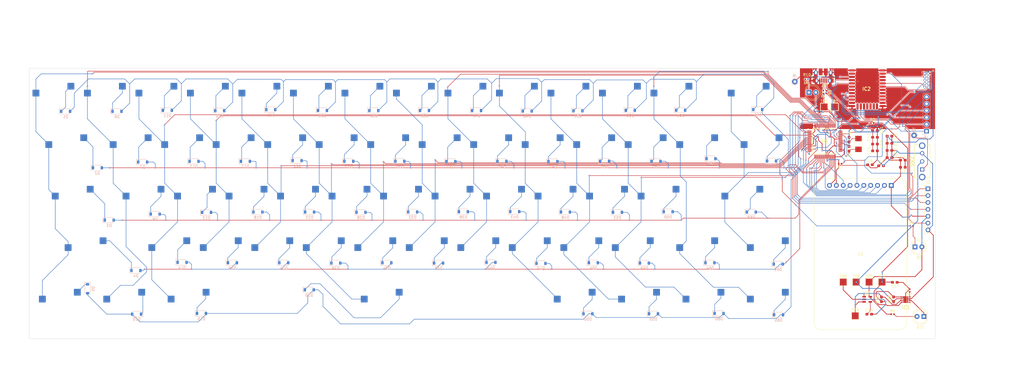
<source format=kicad_pcb>
(kicad_pcb (version 20221018) (generator pcbnew)
  (layers (0 "F.Cu" signal) (31 "B.Cu" signal) (34 "B.Paste" user) (35 "F.Paste" user) (36 "B.SilkS" user "B.Silkscreen") (37 "F.SilkS" user "F.Silkscreen") (38 "B.Mask" user) (39 "F.Mask" user) (44 "Edge.Cuts" user))
  (net 0 "")
  (net 1 "GND")
  (net 2 "/VBAT")
  (net 3 "/3V3")
  (net 4 "Net-(U1-OSC0)")
  (net 5 "Net-(U1-OSC1)")
  (net 6 "Net-(C11-Pad1)")
  (net 7 "/Switch_OUT")
  (net 8 "Net-(U2-NR)")
  (net 9 "/VBUS")
  (net 10 "/row0")
  (net 11 "/row1")
  (net 12 "/row2")
  (net 13 "/row3")
  (net 14 "/row4")
  (net 16 "Net-(D1-K)")
  (net 17 "Net-(D2-K)")
  (net 18 "Net-(D3-K)")
  (net 19 "Net-(D4-K)")
  (net 20 "Net-(D5-K)")
  (net 21 "Net-(D6-K)")
  (net 22 "Net-(D7-K)")
  (net 23 "Net-(D8-K)")
  (net 24 "Net-(D9-K)")
  (net 25 "Net-(D10-K)")
  (net 26 "Net-(D11-K)")
  (net 27 "Net-(D12-K)")
  (net 28 "Net-(D13-K)")
  (net 29 "Net-(D14-K)")
  (net 30 "Net-(D15-K)")
  (net 31 "Net-(D16-K)")
  (net 32 "Net-(D17-K)")
  (net 33 "Net-(D18-K)")
  (net 34 "Net-(D19-K)")
  (net 35 "Net-(D20-K)")
  (net 36 "Net-(D21-K)")
  (net 37 "Net-(D22-K)")
  (net 38 "Net-(D23-K)")
  (net 39 "Net-(D24-K)")
  (net 40 "Net-(D26-K)")
  (net 41 "Net-(D27-K)")
  (net 42 "Net-(D28-K)")
  (net 43 "Net-(D29-K)")
  (net 44 "Net-(D30-K)")
  (net 45 "Net-(D31-K)")
  (net 46 "Net-(D32-K)")
  (net 47 "Net-(D33-K)")
  (net 48 "Net-(D34-K)")
  (net 49 "Net-(D36-K)")
  (net 50 "Net-(D37-K)")
  (net 51 "Net-(D38-K)")
  (net 52 "Net-(D39-K)")
  (net 53 "Net-(D41-K)")
  (net 54 "Net-(D42-K)")
  (net 55 "Net-(D43-K)")
  (net 56 "Net-(D44-K)")
  (net 57 "Net-(D46-K)")
  (net 58 "Net-(D47-K)")
  (net 59 "Net-(D48-K)")
  (net 60 "Net-(D49-K)")
  (net 61 "Net-(D50-K)")
  (net 62 "Net-(D51-K)")
  (net 63 "Net-(D52-K)")
  (net 64 "Net-(D53-K)")
  (net 65 "Net-(D54-K)")
  (net 66 "Net-(J1-D-)")
  (net 67 "Net-(J1-D+)")
  (net 68 "/JTAG_SWDIO_TMS")
  (net 69 "/JTAG_TDI")
  (net 70 "/JTAG_SWO_TDO")
  (net 71 "Net-(U1-PB1_USB0VBUS)")
  (net 72 "Net-(U1-PD4)")
  (net 73 "Net-(U1-PD5)")
  (net 74 "Net-(D71-A)")
  (net 75 "Net-(IC1-ILIM)")
  (net 76 "/col2")
  (net 77 "/col3")
  (net 78 "/col7")
  (net 79 "/col6")
  (net 80 "/col5")
  (net 81 "/col4")
  (net 82 "/col13")
  (net 83 "/col11")
  (net 84 "/col10")
  (net 85 "/BLUETOOTH_TX")
  (net 86 "/BLUETOOTH_RX")
  (net 87 "/LCD_clk")
  (net 88 "/LCD_fs")
  (net 89 "/LCD_MISO")
  (net 90 "/LCD_MOSI")
  (net 91 "/LCD_DC")
  (net 92 "/LCD_Reset")
  (net 95 "/LCD_SD_Card")
  (net 96 "/LED_control")
  (net 97 "/col12")
  (net 98 "/col1")
  (net 99 "/col0")
  (net 100 "/col8")
  (net 101 "/col9")
  (net 103 "Net-(D55-K)")
  (net 104 "Net-(D56-K)")
  (net 105 "Net-(D57-K)")
  (net 108 "/BGM_SWCLK")
  (net 109 "/BGM_SWDIO")
  (net 110 "/BGM_SWO")
  (net 121 "/PTI_DOUT")
  (net 122 "/PTI_DFRAME")
  (net 125 "Net-(D58-K)")
  (net 126 "Net-(D59-K)")
  (net 127 "Net-(D60-K)")
  (net 128 "Net-(D61-K)")
  (net 129 "Net-(D62-K)")
  (net 130 "Net-(D64-K)")
  (net 131 "Net-(D65-K)")
  (net 132 "Net-(D66-K)")
  (net 133 "Net-(D67-K)")
  (net 134 "Net-(D68-K)")
  (net 135 "Net-(D69-K)")
  (net 137 "/BGM220P_DEBUG_RX")
  (net 138 "/BMG220P_DEBUG_TX")
  (net 139 "/~{BLUETOOTH_LED}")
  (net 141 "/JTAG_SWCLK_TCLK")
  (net 142 "/TM4C_DEBUG_TX")
  (net 143 "/TM4C_DEBUG_RX")
  (net 144 "/~{RESET}")
  (net 145 "/~{CAPS_LOCK_LED}")
  (net 147 "Net-(J5-Pin_1)")
  (footprint "TM4C:QFP50P1200X1200X160-64N" (layer "F.Cu") (at 654.373 199.679)
    (fp_text reference "U1")
    (fp_text value "TM4C123GH6PMI7" hide)
  )
  (footprint "MX_Hotswap:MX-Hotswap-1U" (layer "F.Cu") (at 574.3855 222.504)
    (fp_text reference "K39")
    (fp_text value "KEYSW")
  )
  (footprint "LED_THT:LED_D5.0mm" (layer "F.Cu") (at 687.673 238.754)
    (fp_text reference "D9")
    (fp_text value "LED")
  )
  (footprint "MX_Hotswap:MX-Hotswap-1U" (layer "F.Cu") (at 426.748 184.404)
    (fp_text reference "K4")
    (fp_text value "KEYSW")
  )
  (footprint "MX_Hotswap:MX-Hotswap-1U" (layer "F.Cu") (at 555.3355 222.504)
    (fp_text reference "K38")
    (fp_text value "KEYSW")
  )
  (footprint "TestPoint:TestPoint_Pad_2.5x2.5mm" (layer "F.Cu") (at 665.573 264.254)
    (fp_text reference "TP3")
    (fp_text value "Switch_OUT")
  )
  (footprint "Resistor_SMD:R_0402_1005Metric" (layer "F.Cu") (at 686.448 231.004)
    (fp_text reference "R9")
    (fp_text value "1.6k")
  )
  (footprint "Package_TO_SOT_SMD:SOT-23-5" (layer "F.Cu") (at 670.00425 258.154)
    (fp_text reference "U2")
    (fp_text value "TPS73633DBV")
  )
  (footprint "Capacitor_SMD:C_0603_1608Metric_Pad1.08x0.95mm_HandSolder" (layer "F.Cu") (at 672.875 195.72)
    (fp_text reference "C11")
    (fp_text value "2.2u")
  )
  (footprint "Capacitor_SMD:C_0603_1608Metric_Pad1.08x0.95mm_HandSolder" (layer "F.Cu") (at 680.198 251.879)
    (fp_text reference "C17")
    (fp_text value "0.1u" hide)
  )
  (footprint "MX_Hotswap:MX-Hotswap-1U" (layer "F.Cu") (at 441.0355 222.504)
    (fp_text reference "K32")
    (fp_text value "KEYSW")
  )
  (footprint "MX_Hotswap:MX-Hotswap-1.25U" (layer "F.Cu") (at 395.79426 260.604)
    (fp_text reference "K56")
    (fp_text value "KEYSW")
  )
  (footprint "CrystalLibrary:NX5032GA16000000MHZLNCD1" (layer "F.Cu") (at 666.773 200.679 -90)
    (fp_text reference "X2" hide)
    (fp_text value "16MHz" hide)
  )
  (footprint "MX_Hotswap:MX-Hotswap-1U" (layer "F.Cu") (at 545.8105 241.554)
    (fp_text reference "K50")
    (fp_text value "KEYSW")
  )
  (footprint "MX_Hotswap:MX-Hotswap-1U" (layer "F.Cu") (at 469.6105 241.554)
    (fp_text reference "K46")
    (fp_text value "KEYSW")
  )
  (footprint "Resistor_SMD:R_0402_1005Metric" (layer "F.Cu") (at 654.948 181.504 90)
    (fp_text reference "R3")
    (fp_text value "22" hide)
  )
  (footprint "Capacitor_SMD:C_0603_1608Metric_Pad1.08x0.95mm_HandSolder" (layer "F.Cu") (at 678.2355 200.433)
    (fp_text reference "C4")
    (fp_text value "0.1u")
  )
  (footprint "Capacitor_SMD:C_0603_1608Metric_Pad1.08x0.95mm_HandSolder" (layer "F.Cu") (at 663.273 199.079 90)
    (fp_text reference "C8")
    (fp_text value "10p")
  )
  (footprint "MX_Hotswap:MX-Hotswap-1U" (layer "F.Cu") (at 417.223 203.454)
    (fp_text reference "K17")
    (fp_text value "KEYSW")
  )
  (footprint "TestPoint:TestPoint_Pad_2.5x2.5mm" (layer "F.Cu") (at 661.12925 251.779)
    (fp_text reference "TP6")
    (fp_text value "GND")
  )
  (footprint "TestPoint:TestPoint_Pad_2.5x2.5mm" (layer "F.Cu") (at 657.948 187.004)
    (fp_text reference "TP1")
    (fp_text value "USB_DM")
  )
  (footprint "MX_Hotswap:MX-Hotswap-2U" (layer "F.Cu") (at 626.773 184.404)
    (fp_text reference "K14")
    (fp_text value "KEYSW")
  )
  (footprint "MX_Hotswap:MX-Hotswap-1U" (layer "F.Cu") (at 388.648 184.404)
    (fp_text reference "K2")
    (fp_text value "KEYSW")
  )
  (footprint "Capacitor_SMD:C_0603_1608Metric_Pad1.08x0.95mm_HandSolder" (layer "F.Cu") (at 679.75425 258.154 90)
    (fp_text reference "C19")
    (fp_text value "0.1u")
  )
  (footprint "TestPoint:TestPoint_Pad_2.5x2.5mm" (layer "F.Cu") (at 654.073 187.004)
    (fp_text reference "TP2")
    (fp_text value "USB_DP")
  )
  (footprint "MX_Hotswap:MX-Hotswap-1U" (layer "F.Cu") (at 507.7105 241.554)
    (fp_text reference "K48")
    (fp_text value "KEYSW")
  )
  (footprint "MX_Hotswap:MX-Hotswap-1U" (layer "F.Cu") (at 531.523 203.454)
    (fp_text reference "K23")
    (fp_text value "KEYSW")
  )
  (footprint "MX_Hotswap:MX-Hotswap-1U" (layer "F.Cu") (at 369.598 184.404)
    (fp_text reference "K1")
    (fp_text value "KEYSW")
  )
  (footprint "MX_Hotswap:MX-Hotswap-1U" (layer "F.Cu") (at 421.9855 222.504)
    (fp_text reference "K31")
    (fp_text value "KEYSW")
  )
  (footprint "MX_Hotswap:MX-Hotswap-1U" (layer "F.Cu") (at 564.8605 241.554)
    (fp_text reference "K51")
    (fp_text value "KEYSW")
  )
  (footprint "MX_Hotswap:MX-Hotswap-1.25U" (layer "F.Cu") (at 633.858 241.554)
    (fp_text reference "K54")
    (fp_text value "KEYSW")
  )
  (footprint "Capacitor_SMD:C_0603_1608Metric_Pad1.08x0.95mm_HandSolder" (layer "F.Cu") (at 670.75425 263.654)
    (fp_text reference "C16")
    (fp_text value "0.01u")
  )
  (footprint "Resistor_SMD:R_0402_1005Metric" (layer "F.Cu") (at 659.948 208.004 180)
    (fp_text reference "R1")
    (fp_text value "10k")
  )
  (footprint "MX_Hotswap:MX-Hotswap-1.25U" (layer "F.Cu") (at 610.0455 260.604)
    (fp_text reference "K61")
    (fp_text value "KEYSW")
  )
  (footprint "MX_Hotswap:MX-Hotswap-1.75U" (layer "F.Cu") (at 376.74302 222.504)
    (fp_text reference "K29")
    (fp_text value "KEYSW")
  )
  (footprint "MX_Hotswap:MX-Hotswap-1U" (layer "F.Cu") (at 460.0855 222.504)
    (fp_text reference "K33")
    (fp_text value "KEYSW")
  )
  (footprint "MX_Hotswap:MX-Hotswap-1U" (layer "F.Cu") (at 502.948 184.404)
    (fp_text reference "K8")
    (fp_text value "KEYSW")
  )
  (footprint "MX_Hotswap:MX-Hotswap-1U" (layer "F.Cu") (at 431.5105 241.554)
    (fp_text reference "K44")
    (fp_text value "KEYSW")
  )
  (footprint "Capacitor_SMD:C_0603_1608Metric_Pad1.08x0.95mm_HandSolder" (layer "F.Cu") (at 683.173 206.679)
    (fp_text reference "C1")
    (fp_text value "1.0u")
  )
  (footprint "footprints:adafruit_st7735r" (layer "F.Cu") (at 667.473 241.4165 -90)
    (fp_text reference "U3")
    (fp_text value "Adafruit ST7735R")
  )
  (footprint "MX_Hotswap:MX-Hotswap-1U" (layer "F.Cu") (at 407.698 184.404)
    (fp_text reference "K3")
    (fp_text value "KEYSW")
  )
  (footprint "MX_Hotswap:MX-Hotswap-1U" (layer "F.Cu") (at 445.798 184.404)
    (fp_text reference "K5")
    (fp_text value "KEYSW")
  )
  (footprint "MX_Hotswap:MX-Hotswap-1U" (layer "F.Cu") (at 541.048 184.404)
    (fp_text reference "K10")
    (fp_text value "KEYSW")
  )
  (footprint "MX_Hotswap:MX-Hotswap-1.5U" (layer "F.Cu") (at 631.5355 203.454)
    (fp_text reference "K28")
    (fp_text value "KEYSW")
  )
  (footprint "MX_Hotswap:MX-Hotswap-1U" (layer "F.Cu") (at 483.898 184.404)
    (fp_text reference "K7")
    (fp_text value "KEYSW")
  )
  (footprint "MX_Hotswap:MX-Hotswap-1.25U" (layer "F.Cu") (at 562.4205 260.604)
    (fp_text reference "K59")
    (fp_text value "KEYSW")
  )
  (footprint "Capacitor_SMD:C_0603_1608Metric_Pad1.08x0.95mm_HandSolder" (layer "F.Cu") (at 675.1105 208.779)
    (fp_text reference "C7")
    (fp_text value "4.7uF")
  )
  (footprint "TestPoint:TestPoint_Pad_2.5x2.5mm" (layer "F.Cu") (at 665.9105 251.779)
    (fp_text reference "TP8")
    (fp_text value "VBAT")
  )
  (footprint "MX_Hotswap:MX-Hotswap-1U" (layer "F.Cu") (at 560.098 184.404)
    (fp_text reference "K11")
    (fp_text value "KEYSW")
  )
  (footprint "Resistor_SMD:R_0402_1005Metric" (layer "F.Cu") (at 685.698 254.879 90)
    (fp_text reference "R7")
    (fp_text value "750" hide)
  )
  (footprint "MX_Hotswap:MX-Hotswap-1U" (layer "F.Cu") (at 436.273 203.454)
    (fp_text reference "K18")
    (fp_text value "KEYSW")
  )
  (footprint "Resistor_SMD:R_0402_1005Metric" (layer "F.Cu") (at 647.573 176.754 180)
    (fp_text reference "R10")
    (fp_text value "1.6k" hide)
  )
  (footprint "Capacitor_SMD:C_0603_1608Metric_Pad1.08x0.95mm_HandSolder" (layer "F.Cu") (at 683.173 209.333)
    (fp_text reference "C2")
    (fp_text value "0.1u")
  )
  (footprint "Resistor_SMD:R_0402_1005Metric" (layer "F.Cu") (at 679.37925 263.654)
    (fp_text reference "R6")
    (fp_text value "1.6k")
  )
  (footprint "Resistor_SMD:R_0402_1005Metric" (layer "F.Cu") (at 653.698 181.494 90)
    (fp_text reference "R4")
    (fp_text value "22" hide)
  )
  (footprint "MX_Hotswap:MX-Hotswap-1U" (layer "F.Cu") (at 593.4355 222.504)
    (fp_text reference "K40")
    (fp_text value "KEYSW")
  )
  (footprint "MX_Hotswap:MX-Hotswap-1U" (layer "F.Cu") (at 398.173 203.454)
    (fp_text reference "K16")
    (fp_text value "KEYSW")
  )
  (footprint "MX_Hotswap:MX-Hotswap-1U" (layer "F.Cu") (at 464.848 184.404)
    (fp_text reference "K6")
    (fp_text value "KEYSW")
  )
  (footprint "MX_Hotswap:MX-Hotswap-1U" (layer "F.Cu") (at 536.2855 222.504)
    (fp_text reference "K37")
    (fp_text value "KEYSW")
  )
  (footprint "SwitchingICLibrary:SON65P300X300X100-9N-D" (layer "F.Cu") (at 684.20425 258.254 180)
    (fp_text reference "IC1")
    (fp_text value "TPS2113ADRBR" hide)
  )
  (footprint "MX_Hotswap:MX-Hotswap-1U" (layer "F.Cu") (at 498.1855 222.504)
    (fp_text reference "K35")
    (fp_text value "KEYSW")
  )
  (footprint "MX_Hotswap:MX-Hotswap-1U" (layer "F.Cu") (at 493.423 203.454)
    (fp_text reference "K21")
    (fp_text value "KEYSW")
  )
  (footprint "MX_Hotswap:MX-Hotswap-1U" (layer "F.Cu") (at 598.198 184.404)
    (fp_text reference "K13")
    (fp_text value "KEYSW")
  )
  (footprint "MX_Hotswap:MX-Hotswap-1.5U" (layer "F.Cu") (at 607.723 241.554)
    (fp_text reference "K53")
    (fp_text value "KEYSW")
  )
  (footprint "MX_Hotswap:MX-Hotswap-6.25U" (layer "F.Cu") (at 491.0355 260.604)
    (fp_text reference "K58")
    (fp_text value "KEYSW")
  )
  (footprint "MX_Hotswap:MX-Hotswap-1U" (layer "F.Cu") (at 455.323 203.454)
    (fp_text reference "K19")
    (fp_text value "KEYSW")
  )
  (footprint "MX_Hotswap:MX-Hotswap-1U" (layer "F.Cu") (at 488.6605 241.554)
    (fp_text reference "K47")
    (fp_text value "KEYSW")
  )
  (footprint "Connector_PinHeader_1.27mm:PinHeader_2x05_P1.27mm_Vertical" (layer "F.Cu") (at 691.303 174.599)
    (fp_text reference "J4")
    (fp_text value "Blue")
  )
  (footprint "MX_Hotswap:MX-Hotswap-1U" (layer "F.Cu") (at 517.2355 222.504)
    (fp_text reference "K36")
    (fp_text value "KEYSW")
  )
  (footprint "MX_Hotswap:MX-Hotswap-1U" (layer "F.Cu") (at 402.9355 222.504)
    (fp_text reference "K30")
    (fp_text value "KEYSW")
  )
  (footprint "MX_Hotswap:MX-Hotswap-1.5U" (layer "F.Cu") (at 374.3605 203.454)
    (fp_text reference "K15")
    (fp_text value "KEYSW")
  )
  (footprint "Capacitor_SMD:C_0603_1608Metric_Pad1.08x0.95mm_HandSolder" (layer "F.Cu") (at 678.2355 203.087)
    (fp_text reference "C5")
    (fp_text value "0.1u")
  )
  (footprint "Capacitor_SMD:C_0603_1608Metric_Pad1.08x0.95mm_HandSolder" (layer "F.Cu") (at 671.0105 208.379)
    (fp_text reference "C6")
    (fp_text value "0.1uF")
  )
  (footprint "MX_Hotswap:MX-Hotswap-2.25U" (layer "F.Cu") (at 624.4235 222.504)
    (fp_text reference "K41")
    (fp_text value "KEYSW")
  )
  (footprint "BluetoothModuleLibrary:BGM220PC22HNA2R" (layer "F.Cu") (at 670.023 180.179)
    (fp_text reference "IC2")
    (fp_text value "BGM220PC22HNA2R" hide)
  )
  (footprint "Connector_PinHeader_2.54mm:PinHeader_1x07_P2.54mm_Vertical" (layer "F.Cu") (at 692.473 217.259)
    (fp_text reference "J2")
    (fp_text value "Conn_01x07_Pin")
  )
  (footprint "LED_THT:LED_D5.0mm" (layer "F.Cu") (at 648.423 181.629)
    (fp_text reference "D20")
    (fp_text value "LED")
  )
  (footprint "MX_Hotswap:MX-Hotswap-1U" (layer "F.Cu") (at 450.5605 241.554)
    (fp_text reference "K45")
    (fp_text value "KEYSW")
  )
  (footprint "TestPoint:TestPoint_Pad_2.5x2.5mm" (layer "F.Cu") (at 670.69175 251.779)
    (fp_text reference "TP5")
    (fp_text value "3V3")
  )
  (footprint "MX_Hotswap:MX-Hotswap-1U" (layer "F.Cu") (at 512.473 203.454)
    (fp_text reference "K22")
    (fp_text value "KEYSW")
  )
  (footprint "Capacitor_SMD:C_0603_1608Metric_Pad1.08x0.95mm_HandSolder" (layer "F.Cu") (at 672.875 198.23)
    (fp_text reference "C12")
    (fp_text value "1.0u")
  )
  (footprint "MX_Hotswap:MX-Hotswap-1U" (layer "F.Cu") (at 474.373 203.454)
    (fp_text reference "K20")
    (fp_text value "KEYSW")
  )
  (footprint "Capacitor_SMD:C_0603_1608Metric_Pad1.08x0.95mm_HandSolder" (layer "F.Cu") (at 672.875 200.74)
    (fp_text reference "C13")
    (fp_text value "0.1u")
  )
  (footprint "Resistor_SMD:R_0402_1005Metric" (layer "F.Cu") (at 671.883 192.979 180)
    (fp_text reference "R2")
    (fp_text value "330")
  )
  (footprint "TestPoint:TestPoint_Pad_2.5x2.5mm" (layer "F.Cu") (at 675.473 251.779)
    (fp_text reference "TP7")
    (fp_text value "IN1")
  )
  (footprint "MX_Hotswap:MX-Hotswap-2.25U" (layer "F.Cu") (at 381.50552 241.554)
    (fp_text reference "K42")
    (fp_text value "KEYSW")
  )
  (footprint "MX_Hotswap:MX-Hotswap-1.25U" (layer "F.Cu") (at 633.858 260.604)
    (fp_text reference "K62")
    (fp_text value "KEYSW")
  )
  (footprint "LED_THT:LED_D5.0mm" (layer "F.Cu") (at 690.973 264.504 180)
    (fp_text reference "D71")
    (fp_text value "LED")
  )
  (footprint "MX_Hotswap:MX-Hotswap-1U" (layer "F.Cu") (at 526.7605 241.554)
    (fp_text reference "K49")
    (fp_text value "KEYSW")
  )
  (footprint "MX_Hotswap:MX-Hotswap-1U" (layer "F.Cu") (at 412.4605 241.554)
    (fp_text reference "K43")
    (fp_text value "KEYSW")
  )
  (footprint "MX_Hotswap:MX-Hotswap-1U" (layer "F.Cu") (at 583.9105 241.554)
    (fp_text reference "K52")
    (fp_text value "KEYSW")
  )
  (footprint "Capacitor_SMD:C_0603_1608Metric_Pad1.08x0.95mm_HandSolder" (layer "F.Cu") (at 672.875 203.25)
    (fp_text reference "C14")
    (fp_text value "0.1u")
  )
  (footprint "MX_Hotswap:MX-Hotswap-1U" (layer "F.Cu") (at 569.623 203.454)
    (fp_text reference "K25")
    (fp_text value "KEYSW")
  )
  (footprint "SLW-121586-5A-D:SLW1215865AD" (layer "F.Cu") (at 690.323 210.129 90)
    (fp_text reference "SW2")
    (fp_text value "BAT_SWITCH" hide)
  )
  (footprint "MX_Hotswap:MX-Hotswap-1.25U" (layer "F.Cu") (at 419.608 260.604)
    (fp_text reference "K57")
    (fp_text value "KEYSW")
  )
  (footprint "Connector_USB:USB_Micro-B_Amphenol_10103594-0001LF_Horizontal" (layer "F.Cu") (at 653.698 175.414 180)
    (fp_text reference "J1")
    (fp_text value "USB_B_Micro")
  )
  (footprint "MX_Hotswap:MX-Hotswap-1U" (layer "F.Cu") (at 588.673 203.454)
    (fp_text reference "K26")
    (fp_text value "KEYSW")
  )
  (footprint "Capacitor_SMD:C_0603_1608Metric_Pad1.08x0.95mm_HandSolder" (layer "F.Cu") (at 675.25425 258.154 90)
    (fp_text reference "C15")
    (fp_text value "1.0u")
  )
  (footprint "Capacitor_SMD:C_0603_1608Metric_Pad1.08x0.95mm_HandSolder" (layer "F.Cu") (at 663.273 202.479 90)
    (fp_text reference "C9")
    (fp_text value "10p")
  )
  (footprint "Capacitor_SMD:C_0603_1608Metric_Pad1.08x0.95mm_HandSolder" (layer "F.Cu") (at 678.2355 197.779)
    (fp_text reference "C3")
    (fp_text value "0.1u")
  )
  (footprint "MX_Hotswap:MX-Hotswap-1U" (layer "F.Cu") (at 479.1355 222.504)
    (fp_text reference "K34")
    (fp_text value "KEYSW")
  )
  (footprint "MX_Hotswap:MX-Hotswap-1U" (layer "F.Cu") (at 607.723 203.454)
    (fp_text reference "K27")
    (fp_text value "KEYSW")
  )
  (footprint "MX_Hotswap:MX-Hotswap-1U" (layer "F.Cu") (at 550.573 203.454)
    (fp_text reference "K24")
    (fp_text value "KEYSW")
  )
  (footprint "MX_Hotswap:MX-Hotswap-1.25U" (layer "F.Cu") (at 371.98052 260.604)
    (fp_text reference "K55")
    (fp_text value "KEYSW")
  )
  (footprint "MX_Hotswap:MX-Hotswap-1.25U" (layer "F.Cu") (at 586.233 260.604)
    (fp_text reference "K60")
    (fp_text value "KEYSW")
  )
  (footprint "MX_Hotswap:MX-Hotswap-1U" (layer "F.Cu") (at 579.148 184.404)
    (fp_text reference "K12")
    (fp_text value "KEYSW")
  )
  (footprint "Capacitor_SMD:C_0603_1608Metric_Pad1.08x0.95mm_HandSolder" (layer "F.Cu") (at 678.2355 205.741)
    (fp_text reference "C10")
    (fp_text value "0.01u")
  )
  (footprint "MX_Hotswap:MX-Hotswap-1U" (layer "F.Cu") (at 521.998 184.404)
    (fp_text reference "K9")
    (fp_text value "KEYSW")
  )
  (footprint "Diode_SMD:D_SOD-123" (layer "B.Cu") (at 406.625 226.625)
    (fp_text reference "D8")
    (fp_text value "D")
  )
  (footprint "Diode_SMD:D_SOD-123" (layer "B.Cu") (at 463.625 254.625)
    (fp_text reference "D30")
    (fp_text value "D")
  )
  (footprint "Diode_SMD:D_SOD-123" (layer "B.Cu") (at 430.5 188.375)
    (fp_text reference "D16")
    (fp_text value "D")
  )
  (footprint "Diode_SMD:D_SOD-123" (layer "B.Cu") (at 449.375 188)
    (fp_text reference "D21")
    (fp_text value "D")
  )
  (footprint "Diode_SMD:D_SOD-123" (layer "B.Cu") (at 530.823 244.504)
    (fp_text reference "D44")
    (fp_text value "D")
  )
  (footprint "Diode_SMD:D_SOD-123" (layer "B.Cu") (at 601 188.215)
    (fp_text reference "D61")
    (fp_text value "D")
  )
  (footprint "Diode_SMD:D_SOD-123" (layer "B.Cu") (at 411.125 188.25)
    (fp_text reference "D11")
    (fp_text value "D")
  )
  (footprint "Diode_SMD:D_SOD-123" (layer "B.Cu") (at 611.823 244.629)
    (fp_text reference "D64")
    (fp_text value "D")
  )
  (footprint "Diode_SMD:D_SOD-123" (layer "B.Cu") (at 425.625 226)
    (fp_text reference "D13")
    (fp_text value "D")
  )
  (footprint "Diode_SMD:D_SOD-123" (layer "B.Cu") (at 373.5 188.625)
    (fp_text reference "D1")
    (fp_text value "D")
  )
  (footprint "Diode_SMD:D_SOD-123" (layer "B.Cu") (at 511.448 244.754)
    (fp_text reference "D39")
    (fp_text value "D")
  )
  (footprint "Diode_SMD:D_SOD-123" (layer "B.Cu") (at 558.375 225.875)
    (fp_text reference "D48")
    (fp_text value "D")
  )
  (footprint "Connector_PinHeader_2.54mm:PinHeader_1x06_P2.54mm_Vertical" (layer "B.Cu") (at 691.948 195.959)
    (fp_text reference "J3")
    (fp_text value "Conn_01x06_Pin")
  )
  (footprint "Diode_SMD:D_SOD-123" (layer "B.Cu") (at 459.125 206.84)
    (fp_text reference "D22")
    (fp_text value "D")
  )
  (footprint "Diode_SMD:D_SOD-123" (layer "B.Cu") (at 549.323 244.879)
    (fp_text reference "D49")
    (fp_text value "D")
  )
  (footprint "Diode_SMD:D_SOD-123" (layer "B.Cu") (at 392.5 188.625)
    (fp_text reference "D6")
    (fp_text value "D")
  )
  (footprint "Diode_SMD:D_SOD-123" (layer "B.Cu") (at 612.198 206.129)
    (fp_text reference "D62")
    (fp_text value "D")
  )
  (footprint "Diode_SMD:D_SOD-123" (layer "B.Cu") (at 478.25 207.09)
    (fp_text reference "D27")
    (fp_text value "D")
  )
  (footprint "Diode_SMD:D_SOD-123" (layer "B.Cu") (at 492.323 244.629)
    (fp_text reference "D34")
    (fp_text value "D")
  )
  (footprint "Diode_SMD:D_SOD-123" (layer "B.Cu") (at 487.5 188.34)
    (fp_text reference "D31")
    (fp_text value "D")
  )
  (footprint "Diode_SMD:D_SOD-123" (layer "B.Cu") (at 435.198 244.629)
    (fp_text reference "D19")
    (fp_text value "D")
  )
  (footprint "Diode_SMD:D_SOD-123" (layer "B.Cu") (at 568.698 244.629)
    (fp_text reference "D54")
    (fp_text value "D")
  )
  (footprint "Diode_SMD:D_SOD-123" (layer "B.Cu") (at 577.625 225.965)
    (fp_text reference "D53")
    (fp_text value "D")
  )
  (footprint "Diode_SMD:D_SOD-123" (layer "B.Cu") (at 587.573 244.754)
    (fp_text reference "D59")
    (fp_text value "D")
  )
  (footprint "Diode_SMD:D_SOD-123" (layer "B.Cu") (at 399.5 247.5)
    (fp_text reference "D4")
    (fp_text value "D")
  )
  (footprint "Diode_SMD:D_SOD-123" (layer "B.Cu") (at 463.75 225.875)
    (fp_text reference "D23")
    (fp_text value "D")
  )
  (footprint "Diode_SMD:D_SOD-123" (layer "B.Cu") (at 399.75 263.625 180)
    (fp_text reference "D10")
    (fp_text value "D")
  )
  (footprint "Diode_SMD:D_SOD-123" (layer "B.Cu") (at 416.573 244.504)
    (fp_text reference "D14")
    (fp_text value "D")
  )
  (footprint "Diode_SMD:D_SOD-123" (layer "B.Cu") (at 582.375 188.25)
    (fp_text reference "D56")
    (fp_text value "D")
  )
  (footprint "Diode_SMD:D_SOD-123" (layer "B.Cu") (at 563 188.43)
    (fp_text reference "D51")
    (fp_text value "D")
  )
  (footprint "Diode_SMD:D_SOD-123" (layer "B.Cu") (at 440 207.125)
    (fp_text reference "D17")
    (fp_text value "D")
  )
  (footprint "Diode_SMD:D_SOD-123" (layer "B.Cu") (at 590.948 263.504)
    (fp_text reference "D55")
    (fp_text value "D")
  )
  (footprint "Diode_SMD:D_SOD-123" (layer "B.Cu") (at 525.5 188.34)
    (fp_text reference "D41")
    (fp_text value "D")
  )
  (footprint "Diode_SMD:D_SOD-123" (layer "B.Cu") (at 473.448 244.754)
    (fp_text reference "D29")
    (fp_text value "D")
  )
  (footprint "Diode_SMD:D_SOD-123" (layer "B.Cu") (at 497.125 207.09)
    (fp_text reference "D32")
    (fp_text value "D")
  )
  (footprint "Diode_SMD:D_SOD-123" (layer "B.Cu") (at 421 207.125)
    (fp_text reference "D12")
    (fp_text value "D")
  )
  (footprint "Diode_SMD:D_SOD-123" (layer "B.Cu") (at 423.75 263.375)
    (fp_text reference "D15")
    (fp_text value "D")
  )
  (footprint "Diode_SMD:D_SOD-123" (layer "B.Cu") (at 482.75 225.965)
    (fp_text reference "D28")
    (fp_text value "D")
  )
  (footprint "Diode_SMD:D_SOD-123" (layer "B.Cu") (at 385.25 209.5)
    (fp_text reference "D2")
    (fp_text value "D")
  )
  (footprint "Diode_SMD:D_SOD-123" (layer "B.Cu") (at 501.875 225.84)
    (fp_text reference "D33")
    (fp_text value "D")
  )
  (footprint "Diode_SMD:D_SOD-123" (layer "B.Cu") (at 454.198 244.629)
    (fp_text reference "D24")
    (fp_text value "D")
  )
  (footprint "Diode_SMD:D_SOD-123" (layer "B.Cu") (at 591.875 207.125)
    (fp_text reference "D57")
    (fp_text value "D")
  )
  (footprint "Diode_SMD:D_SOD-123" (layer "B.Cu") (at 389.625 228.875)
    (fp_text reference "D3")
    (fp_text value "D")
  )
  (footprint "Diode_SMD:D_SOD-123" (layer "B.Cu") (at 596.375 225.75)
    (fp_text reference "D58")
    (fp_text value "D")
  )
  (footprint "Connector_Pin:Pin_D1.0mm_L10.0mm" (layer "B.Cu") (at 687.323 197.504)
    (fp_text reference "J5")
    (fp_text value "BATT_POS")
  )
  (footprint "Diode_SMD:D_SOD-123" (layer "B.Cu") (at 627.125 225.875)
    (fp_text reference "D68")
    (fp_text value "D")
  )
  (footprint "Diode_SMD:D_SOD-123" (layer "B.Cu") (at 506.25 188.305)
    (fp_text reference "D36")
    (fp_text value "D")
  )
  (footprint "Diode_SMD:D_SOD-123" (layer "B.Cu") (at 615.198 263.379)
    (fp_text reference "D60")
    (fp_text value "D")
  )
  (footprint "Diode_SMD:D_SOD-123" (layer "B.Cu") (at 553.75 207.18)
    (fp_text reference "D47")
    (fp_text value "D")
  )
  (footprint "Diode_SMD:D_SOD-123" (layer "B.Cu") (at 637.198 263.879)
    (fp_text reference "D65")
    (fp_text value "D")
  )
  (footprint "Diode_SMD:D_SOD-123" (layer "B.Cu") (at 468.5 188.305)
    (fp_text reference "D26")
    (fp_text value "D")
  )
  (footprint "Diode_SMD:D_SOD-123" (layer "B.Cu") (at 634.625 207)
    (fp_text reference "D67")
    (fp_text value "D")
  )
  (footprint "Diode_SMD:D_SOD-123" (layer "B.Cu") (at 516 207.18)
    (fp_text reference "D37")
    (fp_text value "D")
  )
  (footprint "Diode_SMD:D_SOD-123" (layer "B.Cu") (at 444.625 225.875)
    (fp_text reference "D18")
    (fp_text value "D")
  )
  (footprint "Diode_SMD:D_SOD-123" (layer "B.Cu") (at 381.625 254.25 -90)
    (fp_text reference "D5")
    (fp_text value "D")
  )
  (footprint "Diode_SMD:D_SOD-123" (layer "B.Cu") (at 566.698 263.504)
    (fp_text reference "D50")
    (fp_text value "D")
  )
  (footprint "Connector_Pin:Pin_D1.0mm_L10.0mm" (layer "B.Cu") (at 643.223 177.629)
    (fp_text reference "J6")
    (fp_text value "BATT_NEG")
  )
  (footprint "Diode_SMD:D_SOD-123" (layer "B.Cu") (at 572.875 207.055)
    (fp_text reference "D52")
    (fp_text value "D")
  )
  (footprint "Diode_SMD:D_SOD-123" (layer "B.Cu") (at 637.073 245.129)
    (fp_text reference "D69")
    (fp_text value "D")
  )
  (footprint "Diode_SMD:D_SOD-123" (layer "B.Cu") (at 402 207.375)
    (fp_text reference "D7")
    (fp_text value "D")
  )
  (footprint "Diode_SMD:D_SOD-123" (layer "B.Cu") (at 534.875 207.09)
    (fp_text reference "D42")
    (fp_text value "D")
  )
  (footprint "Diode_SMD:D_SOD-123" (layer "B.Cu") (at 629.5 187.965)
    (fp_text reference "D66")
    (fp_text value "D")
  )
  (footprint "Diode_SMD:D_SOD-123" (layer "B.Cu") (at 539.625 225.715)
    (fp_text reference "D43")
    (fp_text value "D")
  )
  (footprint "Diode_SMD:D_SOD-123" (layer "B.Cu") (at 520.625 225.75)
    (fp_text reference "D38")
    (fp_text value "D")
  )
  (footprint "Diode_SMD:D_SOD-123" (layer "B.Cu") (at 544.25 188.52)
    (fp_text reference "D46")
    (fp_text value "D")
  )
  (gr_rect (start 360.073 172.679) (end 695.1 272.679) (stroke (width 0.1)) (fill none) (layer "Edge.Cuts"))
  (segment (start 673.7375 203.25) (end 673.7375 200.74) (width 0.254) (layer "F.Cu") (net 1))
  (segment (start 683.0975 205.741) (end 684.0355 206.679) (width 0.254) (layer "F.Cu") (net 1))
  (segment (start 661.448 203.2245) (end 661.1525 202.929) (width 0.254) (layer "F.Cu") (net 1))
  (segment (start 651.123 193.941) (end 651.123 194.929) (width 0.254) (layer "F.Cu") (net 1))
  (segment (start 681.0605 251.879) (end 683.208 251.879) (width 0.254) (layer "F.Cu") (net 1))
  (segment (start 661.698 200.9745) (end 662.631 200.9745) (width 0.254) (layer "F.Cu") (net 1))
  (segment (start 685.65425 257.929) (end 686.33325 257.929) (width 0.254) (layer "F.Cu") (net 1))
  (segment (start 668.86675 258.154) (end 666.948 258.154) (width 0.254) (layer "F.Cu") (net 1))
  (segment (start 663.573 186.679) (end 656.573 179.679) (width 0.254) (layer "F.Cu") (net 1))
  (segment (start 679.098 205.741) (end 683.0975 205.741) (width 0.254) (layer "F.Cu") (net 1))
  (segment (start 673.698 194.129) (end 673.698 195.6805) (width 0.254) (layer "F.Cu") (net 1))
  (segment (start 660.111 200.429) (end 661.1525 200.429) (width 0.254) (layer "F.Cu") (net 1))
  (segment (start 664.598 258.154) (end 661.12925 254.68525) (width 0.254) (layer "F.Cu") (net 1))
  (segment (start 656.453 176.989) (end 656.143 177.299) (width 0.254) (layer "F.Cu") (net 1))
  (segment (start 661.448 204.379) (end 661.448 203.2245) (width 0.254) (layer "F.Cu") (net 1))
  (segment (start 660.41 205.417) (end 661.448 204.379) (width 0.254) (layer "F.Cu") (net 1))
  (segment (start 686.33325 257.929) (end 694.448 249.81425) (width 0.254) (layer "F.Cu") (net 1))
  (segment (start 685.65425 257.929) (end 684.52925 257.929) (width 0.254) (layer "F.Cu") (net 1))
  (segment (start 657.273 173.479) (end 664.373 173.479) (width 0.254) (layer "F.Cu") (net 1))
  (segment (start 671.873 208.379) (end 673.7375 206.5145) (width 0.254) (layer "F.Cu") (net 1))
  (segment (start 661.12925 254.68525) (end 661.12925 251.779) (width 0.254) (layer "F.Cu") (net 1))
  (segment (start 656.453 174.299) (end 657.273 173.479) (width 0.254) (layer "F.Cu") (net 1))
  (segment (start 663.273 198.2165) (end 663.2855 198.2165) (width 0.254) (layer "F.Cu") (net 1))
  (segment (start 675.673 186.679) (end 675.673 187.4656) (width 0.254) (layer "F.Cu") (net 1))
  (segment (start 658.123 205.417) (end 660.41 205.417) (width 0.254) (layer "F.Cu") (net 1))
  (segment (start 654.683 174.029) (end 656.183 174.029) (width 0.254) (layer "F.Cu") (net 1))
  (segment (start 684.20425 258.254) (end 683.22925 257.279) (width 0.254) (layer "F.Cu") (net 1))
  (segment (start 652.073 195.879) (end 652.123 195.829) (width 0.254) (layer "F.Cu") (net 1))
  (segment (start 661.1525 200.429) (end 661.698 200.9745) (width 0.254) (layer "F.Cu") (net 1))
  (segment (start 683.22925 257.279) (end 682.75425 257.279) (width 0.254) (layer "F.Cu") (net 1))
  (segment (start 683.208 251.879) (end 685.698 254.369) (width 0.254) (layer "F.Cu") (net 1))
  (segment (start 651.948 197.879) (end 651.948 199.254) (width 0.254) (layer "F.Cu") (net 1))
  (segment (start 675.673 187.4656) (end 674.823 188.3156) (width 0.254) (layer "F.Cu") (net 1))
  (segment (start 685.698 254.369) (end 684.20425 255.86275) (width 0.254) (layer "F.Cu") (net 1))
  (segment (start 650.827563 201.374437) (end 650.773 201.429) (width 0.254) (layer "F.Cu") (net 1))
  (segment (start 673.7375 206.5145) (end 673.7375 203.25) (width 0.254) (layer "F.Cu") (net 1))
  (segment (start 664.323 188.129) (end 664.323 186.729) (width 0.254) (layer "F.Cu") (net 1))
  (segment (start 650.8846 201.374437) (end 650.827563 201.374437) (width 0.254) (layer "F.Cu") (net 1))
  (segment (start 650.6265 197.879) (end 649.6765 196.929) (width 0.254) (layer "F.Cu") (net 1))
  (segment (start 673.323 257.08525) (end 673.323 255.629) (width 0.254) (layer "F.Cu") (net 1))
  (segment (start 661.698 200.9745) (end 661.698 202.3835) (width 0.254) (layer "F.Cu") (net 1))
  (segment (start 656.183 174.029) (end 656.453 174.299) (width 0.254) (layer "F.Cu") (net 1))
  (segment (start 658.123 205.417) (end 658.123 204.554) (width 0.254) (layer "F.Cu") (net 1))
  (segment (start 666.948 258.154) (end 664.598 258.154) (width 0.254) (layer "F.Cu") (net 1))
  (segment (start 650.623 195.9825) (end 650.623 193.941) (width 0.254) (layer "F.Cu") (net 1))
  (segment (start 652.763 174.029) (end 654.683 174.029) (width 0.254) (layer "F.Cu") (net 1))
  (segment (start 674.073 189.0656) (end 674.823 188.3156) (width 0.254) (layer "F.Cu") (net 1))
  (segment (start 643.223 177.629) (end 644.873 175.979) (width 0.254) (layer "F.Cu") (net 1))
  (segment (start 650.623 193.941) (end 651.123 193.941) (width 0.254) (layer "F.Cu") (net 1))
  (segment (start 649.6765 196.929) (end 650.623 195.9825) (width 0.254) (layer "F.Cu") (net 1))
  (segment (start 671.61675 263.654) (end 673.298 263.654) (width 0.254) (layer "F.Cu") (net 1))
  (segment (start 652.303 177.299) (end 652.423 177.179) (width 0.254) (layer "F.Cu") (net 1))
  (segment (start 661.698 202.3835) (end 661.1525 202.929) (width 0.254) (layer "F.Cu") (net 1))
  (segment (start 675.26675 259.004) (end 675.25425 259.0165) (width 0.254) (layer "F.Cu") (net 1))
  (segment (start 660.111 202.429) (end 660.111 202.929) (width 0.254) (layer "F.Cu") (net 1))
  (segment (start 684.20425 255.86275) (end 684.20425 258.254) (width 0.254) (layer "F.Cu") (net 1))
  (segment (start 658.123 213.9365) (end 658.123 205.417) (width 0.254) (layer "F.Cu") (net 1))
  (segment (start 648.635 196.929) (end 649.6765 196.929) (width 0.254) (layer "F.Cu") (net 1))
  (segment (start 650.973 175.229) (end 650.973 176.969) (width 0.254) (layer "F.Cu") (net 1))
  (segment (start 673.675 255.277) (end 677.73975 255.277) (width 0.254) (layer "F.Cu") (net 1))
  (segment (start 651.123 194.929) (end 652.073 195.879) (width 0.254) (layer "F.Cu") (net 1))
  (segment (start 653.323 200.629) (end 653.323 203.129) (width 0.254) (layer "F.Cu") (net 1))
  (segment (start 679.75425 257.2915) (end 679.76675 257.279) (width 0.254) (layer "F.Cu") (net 1))
  (segment (start 675.973 208.779) (end 675.948 208.754) (width 0.254) (layer "F.Cu") (net 1))
  (segment (start 656.043 216.0165) (end 658.123 213.9365) (width 0.254) (layer "F.Cu") (net 1))
  (segment (start 656.453 174.299) (end 656.453 176.989) (width 0.254) (layer "F.Cu") (net 1))
  (segment (start 655.123 196.276573) (end 655.123 193.941) (width 0.254) (layer "F.Cu") (net 1))
  (segment (start 673.698 195.6805) (end 673.7375 195.72) (width 0.254) (layer "F.Cu") (net 1))
  (segment (start 679.098 197.779) (end 679.098 200.433) (width 0.254) (layer "F.Cu") (net 1))
  (segment (start 652.123 195.829) (end 652.123 193.941) (width 0.254) (layer "F.Cu") (net 1))
  (segment (start 679.098 200.433) (end 679.098 203.087) (width 0.254) (layer "F.Cu") (net 1))
  (segment (start 663.2855 198.2165) (end 663.323 198.254) (width 0.254) (layer "F.Cu") (net 1))
  (segment (start 655.623 204.204) (end 656.698 203.129) (width 0.254) (layer "F.Cu") (net 1))
  (segment (start 650.973 176.969) (end 651.303 177.299) (width 0.254) (layer "F.Cu") (net 1))
  (segment (start 655.623 205.417) (end 655.623 204.204) (width 0.254) (layer "F.Cu") (net 1))
  (segment (start 663.273 201.6165) (end 663.273 201.579) (width 0.254) (layer "F.Cu") (net 1))
  (segment (start 673.7375 195.72) (end 673.7375 198.23) (width 0.254) (layer "F.Cu") (net 1))
  (segment (start 655.59695 196.750523) (end 655.123 196.276573) (width 0.254) (layer "F.Cu") (net 1))
  (segment (start 685.65425 257.929) (end 685.65425 258.579) (width 0.254) (layer "F.Cu") (net 1))
  (segment (start 673.298 263.654) (end 673.698 263.254) (width 0.254) (layer "F.Cu") (net 1))
  (segment (start 684.0355 206.679) (end 684.0355 209.333) (width 0.254) (layer "F.Cu") (net 1))
  (segment (start 644.873 175.979) (end 650.723 175.979) (width 0.254) (layer "F.Cu") (net 1))
  (segment (start 685.65425 258.579) (end 686.33325 258.579) (width 0.254) (layer "F.Cu") (net 1))
  (segment (start 692.573 174.599) (end 692.573 174.215) (width 0.254) (layer "F.Cu") (net 1))
  (segment (start 690.973 263.21875) (end 690.973 264.504) (width 0.254) (layer "F.Cu") (net 1))
  (segment (start 664.948 194.129) (end 668.573 194.129) (width 0.254) (layer "F.Cu") (net 1))
  (segment (start 673.323 255.629) (end 673.675 255.277) (width 0.254) (layer "F.Cu") (net 1))
  (segment (start 658.123 204.554) (end 656.698 203.129) (width 0.254) (layer "F.Cu") (net 1))
  (segment (start 686.33325 258.579) (end 690.973 263.21875) (width 0.254) (layer "F.Cu") (net 1))
  (segment (start 694.448 249.81425) (end 694.448 234.474) (width 0.254) (layer "F.Cu") (net 1))
  (segment (start 679.098 203.087) (end 679.098 205.741) (width 0.254) (layer "F.Cu") (net 1))
  (segment (start 692.573 174.215) (end 691.837 173.479) (width 0.254) (layer "F.Cu") (net 1))
  (segment (start 651.948 199.254) (end 653.323 200.629) (width 0.254) (layer "F.Cu") (net 1))
  (segment (start 656.573 179.679) (end 656.573 177.279) (width 0.254) (layer "F.Cu") (net 1))
  (segment (start 673.7375 198.23) (end 673.7375 200.74) (width 0.254) (layer "F.Cu") (net 1))
  (segment (start 662.631 200.9745) (end 663.273 201.6165) (width 0.254) (layer "F.Cu") (net 1))
  (segment (start 679.14 203.129) (end 679.098 203.087) (width 0.254) (layer "F.Cu") (net 1))
  (segment (start 651.303 177.299) (end 652.303 177.299) (width 0.254) (layer "F.Cu") (net 1))
  (segment (start 679.76675 257.279) (end 682.75425 257.279) (width 0.254) (layer "F.Cu") (net 1))
  (segment (start 674.073 190.629) (end 674.073 189.0656) (width 0.254) (layer "F.Cu") (net 1))
  (segment (start 651.948 197.879) (end 650.6265 197.879) (width 0.254) (layer "F.Cu") (net 1))
  (segment (start 664.323 186.729) (end 664.373 186.679) (width 0.254) (layer "F.Cu") (net 1))
  (segment (start 676.823 259.004) (end 675.26675 259.004) (width 0.254) (layer "F.Cu") (net 1))
  (segment (start 651.263 174.029) (end 650.993 174.299) (width 0.254) (layer "F.Cu") (net 1))
  (segment (start 650.773 201.429) (end 648.635 201.429) (width 0.254) (layer "F.Cu") (net 1))
  (segment (start 684.52925 257.929) (end 684.20425 258.254) (width 0.254) (layer "F.Cu") (net 1))
  (segment (start 663.323 195.754) (end 664.948 194.129) (width 0.254) (layer "F.Cu") (net 1))
  (segment (start 677.73975 255.277) (end 679.75425 257.2915) (width 0.254) (layer "F.Cu") (net 1))
  (segment (start 652.763 174.029) (end 651.263 174.029) (width 0.254) (layer "F.Cu") (net 1))
  (segment (start 680.948 203.129) (end 679.14 203.129) (width 0.254) (layer "F.Cu") (net 1))
  (segment (start 691.837 173.479) (end 675.673 173.479) (width 0.254) (layer "F.Cu") (net 1))
  (segment (start 661.1525 202.929) (end 660.111 202.929) (width 0.254) (layer "F.Cu") (net 1))
  (segment (start 675.25425 259.0165) (end 673.323 257.08525) (width 0.254) (layer "F.Cu") (net 1))
  (segment (start 694.448 234.474) (end 692.473 232.499) (width 0.254) (layer "F.Cu") (net 1))
  (segment (start 664.373 186.679) (end 663.573 186.679) (width 0.254) (layer "F.Cu") (net 1))
  (via (at 674.823 188.3156) (size 0.5) (drill 0.3) (layers "F.Cu" "B.Cu") (net 1))
  (via (at 652.073 195.879) (size 0.5) (drill 0.3) (layers "F.Cu" "B.Cu") (net 1))
  (via (at 651.948 197.879) (size 0.5) (drill 0.3) (layers "F.Cu" "B.Cu") (net 1))
  (via (at 656.698 203.129) (size 0.5) (drill 0.3) (layers "F.Cu" "B.Cu") (net 1))
  (via (at 676.823 259.004) (size 0.5) (drill 0.3) (layers "F.Cu" "B.Cu") (net 1))
  (via (at 663.323 195.754) (size 0.5) (drill 0.3) (layers "F.Cu" "B.Cu") (net 1))
  (via (at 673.698 194.129) (size 0.5) (drill 0.3) (layers "F.Cu" "B.Cu") (net 1))
  (via (at 666.948 258.154) (size 0.5) (drill 0.3) (layers "F.Cu" "B.Cu") (net 1))
  (via (at 664.323 188.129) (size 0.5) (drill 0.3) (layers "F.Cu" "B.Cu") (net 1))
  (via (at 668.573 194.129) (size 0.5) (drill 0.3) (layers "F.Cu" "B.Cu") (net 1))
  (via (at 663.273 201.6165) (size 0.5) (drill 0.3) (layers "F.Cu" "B.Cu") (net 1))
  (via (at 674.073 190.629) (size 0.5) (drill 0.3) (layers "F.Cu" "B.Cu") (net 1))
  (via (at 663.323 198.254) (size 0.5) (drill 0.3) (layers "F.Cu" "B.Cu") (net 1))
  (via (at 680.948 203.129) (size 0.5) (drill 0.3) (layers "F.Cu" "B.Cu") (net 1))
  (via (at 673.7375 206.5145) (size 0.5) (drill 0.3) (layers "F.Cu" "B.Cu") (net 1))
  (via (at 655.59695 196.750523) (size 0.5) (drill 0.3) (layers "F.Cu" "B.Cu") (net 1))
  (via (at 653.323 203.129) (size 0.5) (drill 0.3) (layers "F.Cu" "B.Cu") (net 1))
  (via (at 673.698 263.254) (size 0.5) (drill 0.3) (layers "F.Cu" "B.Cu") (net 1))
  (via (at 650.8846 201.374437) (size 0.5) (drill 0.3) (layers "F.Cu" "B.Cu") (net 1))
  (via (at 675.948 208.754) (size 0.5) (drill 0.3) (layers "F.Cu" "B.Cu") (net 1))
  (segment (start 674.073 190.629) (end 674.073 193.754) (width 0.254) (layer "B.Cu") (net 1))
  (segment (start 650.948 198.879) (end 650.948 201.311037) (width 0.254) (layer "B.Cu") (net 1))
  (segment (start 681.948 204.129) (end 680.948 203.129) (width 0.254) (layer "B.Cu") (net 1))
  (segment (start 655.59695 196.750523) (end 655.350427 196.504) (width 0.254) (layer "B.Cu") (net 1))
  (segment (start 668.573 194.129) (end 673.698 194.129) (width 0.254) (layer "B.Cu") (net 1))
  (segment (start 666.948 258.154) (end 675.973 258.154) (width 0.254) (layer "B.Cu") (net 1))
  (segment (start 651.948 197.879) (end 650.948 198.879) (width 0.254) (layer "B.Cu") (net 1))
  (segment (start 680.948 203.754) (end 680.948 203.129) (width 0.254) (layer "B.Cu") (net 1))
  (segment (start 692.473 232.499) (end 694.198 230.774) (width 0.254) (layer "B.Cu") (net 1))
  (segment (start 663.323 198.254) (end 663.323 195.754) (width 0.254) (layer "B.Cu") (net 1))
  (segment (start 650.948 201.311037) (end 650.8846 201.374437) (width 0.254) (layer "B.Cu") (net 1))
  (segment (start 664.5096 188.3156) (end 664.323 188.129) (width 0.254) (layer "B.Cu") (net 1))
  (segment (start 676.823 260.129) (end 676.823 259.004) (width 0.254) (layer "B.Cu") (net 1))
  (segment (start 663.323 198.254) (end 663.273 198.304) (width 0.254) (layer "B.Cu") (net 1))
  (segment (start 694.198 230.774) (end 694.198 208.004) (width 0.254) (layer "B.Cu") (net 1))
  (segment (start 675.973 258.154) (end 676.823 259.004) (width 0.254) (layer "B.Cu") (net 1))
  (segment (start 690.323 204.129) (end 681.948 204.129) (width 0.254) (layer "B.Cu") (net 1))
  (segment (start 674.823 188.3156) (end 664.5096 188.3156) (width 0.254) (layer "B.Cu") (net 1))
  (segment (start 694.198 208.004) (end 690.323 204.129) (width 0.254) (layer "B.Cu") (net 1))
  (segment (start 675.948 208.754) (end 673.7375 206.5435) (width 0.254) (layer "B.Cu") (net 1))
  (segment (start 663.273 198.304) (end 663.273 201.6165) (width 0.254) (layer "B.Cu") (net 1))
  (segment (start 674.073 193.754) (end 673.698 194.129) (width 0.254) (layer "B.Cu") (net 1))
  (segment (start 673.7375 206.5435) (end 673.7375 206.5145) (width 0.254) (layer "B.Cu") (net 1))
  (segment (start 675.948 208.754) (end 680.948 203.754) (width 0.254) (layer "B.Cu") (net 1))
  (segment (start 652.698 196.504) (end 652.073 195.879) (width 0.254) (layer "B.Cu") (net 1))
  (segment (start 673.698 263.254) (end 676.823 260.129) (width 0.254) (layer "B.Cu") (net 1))
  (segment (start 653.323 203.129) (end 656.698 203.129) (width 0.254) (layer "B.Cu") (net 1))
  (segment (start 655.350427 196.504) (end 652.698 196.504) (width 0.254) (layer "B.Cu") (net 1))
  (segment (start 679.75425 259.0165) (end 679.7105 259.0165) (width 0.254) (layer "F.Cu") (net 2))
  (segment (start 682.75425 257.929) (end 680.84175 257.929) (width 0.254) (layer "F.Cu") (net 2))
  (segment (start 665.948 251.8165) (end 665.9105 251.779) (width 0.254) (layer "F.Cu") (net 2))
  (segment (start 679.7105 259.0165) (end 677.073 256.379) (width 0.254) (layer "F.Cu") (net 2))
  (segment (start 680.84175 257.929) (end 679.75425 259.0165) (width 0.254) (layer "F.Cu") (net 2))
  (via (at 677.073 256.379) (size 0.5) (drill 0.3) (layers "F.Cu" "B.Cu") (net 2))
  (via (at 665.9105 251.779) (size 0.5) (drill 0.3) (layers "F.Cu" "B.Cu") (net 2))
  (segment (start 686.121 231.581) (end 665.923 251.779) (width 0.254) (layer "B.Cu") (net 2))
  (segment (start 665.923 251.779) (end 665.9105 251.779) (width 0.254) (layer "B.Cu") (net 2))
  (segment (start 690.323 207.129) (end 688.698 208.754) (width 0.254) (layer "B.Cu") (net 2))
  (segment (start 688.698 229.070002) (end 686.187002 231.581) (width 0.254) (layer "B.Cu") (net 2))
  (segment (start 674.823 254.129) (end 668.2605 254.129) (width 0.254) (layer "B.Cu") (net 2))
  (segment (start 688.698 208.754) (end 688.698 229.070002) (width 0.254) (layer "B.Cu") (net 2))
  (segment (start 677.073 256.379) (end 674.823 254.129) (width 0.254) (layer "B.Cu") (net 2))
  (segment (start 686.187002 231.581) (end 686.121 231.581) (width 0.254) (layer "B.Cu") (net 2))
  (segment (start 668.2605 254.129) (end 665.9105 251.779) (width 0.254) (layer "B.Cu") (net 2))
  (segment (start 658.248 201.429) (end 657.369866 201.429) (width 0.254) (layer "F.Cu") (net 3))
  (segment (start 655.825538 188.754) (end 657.4682 190.396662) (width 0.254) (layer "F.Cu") (net 3))
  (segment (start 655.948 198.129) (end 657.198 198.129) (width 0.254) (layer "F.Cu") (net 3))
  (segment (start 655.6 192.8765) (end 655.623 192.8995) (width 0.254) (layer "F.Cu") (net 3))
  (segment (start 648.635 200.929) (end 649.6765 200.929) (width 0.254) (layer "F.Cu") (net 3))
  (segment (start 655.123 203.675866) (end 655.123 205.417) (width 0.254) (layer "F.Cu") (net 3))
  (segment (start 650.286423 188.550951) (end 654.611972 192.8765) (width 0.254) (layer "F.Cu") (net 3))
  (segment (start 687.681367 249.754) (end 672.71675 249.754) (width 0.254) (layer "F.Cu") (net 3))
  (segment (start 657.823 201.004) (end 657.823 199.104) (width 0.254) (layer "F.Cu") (net 3))
  (segment (start 657.4682 190.836624) (end 659.010576 192.379) (width 0.254) (layer "F.Cu") (net 3))
  (segment (start 657.823 201.004) (end 658.248 201.429) (width 0.254) (layer "F.Cu") (net 3))
  (segment (start 677.373 200.433) (end 677.373 203.087) (width 0.254) (layer "F.Cu") (net 3))
  (segment (start 669.9141 208.6129) (end 670.148 208.379) (width 0.1778) (layer "F.Cu") (net 3))
  (segment (start 678.903 216.0165) (end 682.323 212.5965) (width 0.254) (layer "F.Cu") (net 3))
  (segment (start 655.123 206.929) (end 655.198 207.004) (width 0.254) (layer "F.Cu") (net 3))
  (segment (start 663.073 192.379) (end 664.323 191.129) (width 0.254) (layer "F.Cu") (net 3))
  (segment (start 659.010576 192.379) (end 663.073 192.379) (width 0.254) (layer "F.Cu") (net 3))
  (segment (start 678.311 206.679) (end 677.373 205.741) (width 0.254) (layer "F.Cu") (net 3))
  (segment (start 653.61749 188.939365) (end 653.802855 188.754) (width 0.254) (layer "F.Cu") (net 3))
  (segment (start 649.6765 200.929) (end 650.137377 200.468123) (width 0.254) (layer "F.Cu") (net 3))
  (segment (start 646.773 196.429) (end 646.573 196.629) (width 0.254) (layer "F.Cu") (net 3))
  (segment (start 674.248 208.779) (end 674.335 208.779) (width 0.254) (layer "F.Cu") (net 3))
  (segment (start 645.698 203.129) (end 645.698 202.8245) (width 0.254) (layer "F.Cu") (net 3))
  (segment (start 647.5935 200.929) (end 648.635 200.929) (width 0.254) (layer "F.Cu") (net 3))
  (segment (start 686.738 227.419) (end 692.473 227.419) (width 0.254) (layer "F.Cu") (net 3))
  (segment (start 672.71675 249.754) (end 670.69175 251.779) (width 0.254) (layer "F.Cu") (net 3))
  (segment (start 682.3105 206.679) (end 678.311 206.679) (width 0.254) (layer "F.Cu") (net 3))
  (segment (start 655.948 198.129) (end 656.323 197.754) (width 0.254) (layer "F.Cu") (net 3))
  (segment (start 658.248 201.429) (end 660.111 201.429) (width 0.254) (layer "F.Cu") (net 3))
  (segment (start 670.69175 256.754) (end 670.69175 251.779) (width 0.254) (layer "F.Cu") (net 3))
  (segment (start 658.583 216.0165) (end 658.583 210.369) (width 0.254) (layer "F.Cu") (net 3))
  (segment (start 682.3105 206.679) (end 682.3105 209.333) (width 0.254) (layer "F.Cu") (net 3))
  (segment (start 655.623 194.9825) (end 655.623 193.941) (width 0.254) (layer "F.Cu") (net 3))
  (segment (start 657.4682 190.396662) (end 657.4682 190.836624) (width 0.254) (layer "F.Cu") (net 3))
  (segment (start 657.198 198.129) (end 657.998 198.929) (width 0.254) (layer "F.Cu") (net 3))
  (segment (start 671.14175 257.204) (end 670.69175 256.754) (width 0.254) (layer "F.Cu") (net 3))
  (segment (start 659.438 208.004) (end 660.0469 208.6129) (width 0.1778) (layer "F.Cu") (net 3))
  (segment (start 655.123 205.417) (end 655.123 206.929) (width 0.254) (layer "F.Cu") (net 3))
  (segment (start 677.205948 263.654) (end 671.14175 257.589802) (width 0.254) (layer "F.Cu") (net 3))
  (segment (start 659.448 207.994) (end 659.438 208.004) (width 0.254) (layer "F.Cu") (net 3))
  (segment (start 659.438 209.514) (end 659.438 208.004) (width 0.254) (layer "F.Cu") (net 3))
  (segment (start 655.623 192.8995) (end 655.623 193.941) (width 0.254) (layer "F.Cu") (net 3))
  (segment (start 657.823 199.104) (end 657.998 198.929) (width 0.254) (layer "F.Cu") (net 3))
  (segment (start 659.448 206.504) (end 659.448 207.994) (width 0.254) (layer "F.Cu") (net 3))
  (segment (start 648.635 196.429) (end 646.773 196.429) (width 0.254) (layer "F.Cu") (net 3))
  (segment (start 660.0469 208.6129) (end 669.9141 208.6129) (width 0.1778) (layer "F.Cu") (net 3))
  (segment (start 671.14175 257.589802) (end 671.14175 257.204) (width 0.254) (layer "F.Cu") (net 3))
  (segment (start 686.323 227.004) (end 686.738 227.419) (width 0.254) (layer "F.Cu") (net 3))
  (segment (start 650.286423 188.165577) (end 650.286423 188.550951) (width 0.254) (layer "F.Cu") (net 3))
  (segment (start 666.423 190.229) (end 666.423 186.779) (width 0.254) (layer "F.Cu") (net 3))
  (segment (start 677.373 203.087) (end 677.373 205.741) (width 0.254) (layer "F.Cu") (net 3))
  (segment (start 678.86925 263.654) (end 677.205948 263.654) (width 0.254) (layer "F.Cu") (net 3))
  (segment (start 650.137377 200.468123) (end 650.137377 199.439623) (width 0.254) (layer "F.Cu") (net 3))
  (segment (start 667.323 191.129) (end 666.423 190.229) (width 0.254) (layer "F.Cu") (net 3))
  (segment (start 656.323 197.754) (end 656.323 195.6825) (width 0.254) (layer "F.Cu") (net 3))
  (segment (start 678.903 223.584) (end 683.073 227.754) (width 0.254) (layer "F.Cu") (net 3))
  (segment (start 671.273 209.504) (end 670.148 208.379) (width 0.254) (layer "F.Cu") (net 3))
  (segment (start 690.213 238.754) (end 690.213 247.222367) (width 0.254) (layer "F.Cu") (net 3))
  (segment (start 650.963 181.629) (end 650.963 186.519) (width 0.254) (layer "F.Cu") (net 3))
  (segment (start 674.248 208.779) (end 673.523 209.504) (width 0.254) (layer "F.Cu") (net 3))
  (segment (start 657.998 198.929) (end 660.111 198.929) (width 0.254) (layer "F.Cu") (net 3))
  (segment (start 650.963 186.519) (end 651.073 186.629) (width 0.1778) (layer "F.Cu") (net 3))
  (segment (start 690.213 247.222367) (end 687.681367 249.754) (width 0.254) (layer "F.Cu") (net 3))
  (segment (start 658.583 210.369) (end 659.438 209.514) (width 0.254) (layer "F.Cu") (net 3))
  (segment (start 677.373 197.779) (end 677.373 200.433) (width 0.254) (layer "F.Cu") (net 3))
  (segment (start 659.438 208.004) (end 659.448 208.004) (width 0.1778) (layer "F.Cu") (net 3))
  (segment (start 645.698 202.8245) (end 647.5935 200.929) (width 0.254) (layer "F.Cu") (net 3))
  (segment (start 654.611972 192.8765) (end 655.6 192.8765) (width 0.254) (layer "F.Cu") (net 3))
  (segment (start 674.335 208.779) (end 677.373 205.741) (width 0.254) (layer "F.Cu") (net 3))
  (segment (start 657.369866 201.429) (end 655.123 203.675866) (width 0.254) (layer "F.Cu") (net 3))
  (segment (start 678.903 216.0165) (end 678.903 223.584) (width 0.254) (layer "F.Cu") (net 3))
  (segment (start 653.802855 188.754) (end 655.825538 188.754) (width 0.254) (layer "F.Cu") (net 3))
  (segment (start 656.323 195.6825) (end 655.623 194.9825) (width 0.254) (layer "F.Cu") (net 3))
  (segment (start 673.523 209.504) (end 671.273 209.504) (width 0.254) (layer "F.Cu") (net 3))
  (segment (start 682.323 209.3455) (end 682.3105 209.333) (width 0.254) (layer "F.Cu") (net 3))
  (segment (start 682.323 212.5965) (end 682.323 209.3455) (width 0.254) (layer "F.Cu") (net 3))
  (via (at 659.448 206.504) (size 0.5) (drill 0.3) (layers "F.Cu" "B.Cu") (net 3))
  (via (at 650.286423 188.165577) (size 0.5) (drill 0.3) (layers "F.Cu" "B.Cu") (net 3))
  (via (at 664.323 191.129) (size 0.5) (drill 0.3) (layers "F.Cu" "B.Cu") (net 3))
  (via (at 646.573 196.629) (size 0.5) (drill 0.3) (layers "F.Cu" "B.Cu") (net 3))
  (via (at 667.323 191.129) (size 0.5) (drill 0.3) (layers "F.Cu" "B.Cu") (net 3))
  (via (at 686.323 227.004) (size 0.5) (drill 0.3) (layers "F.Cu" "B.Cu") (net 3))
  (via (at 677.373 197.779) (size 0.5) (drill 0.3) (layers "F.Cu" "B.Cu") (net 3))
  (via (at 683.073 227.754) (size 0.5) (drill 0.3) (layers "F.Cu" "B.Cu") (net 3))
  (via (at 651.073 186.629) (size 0.5) (drill 0.3) (layers "F.Cu" "B.Cu") (net 3))
  (via (at 653.61749 188.939365) (size 0.5) (drill 0.3) (layers "F.Cu" "B.Cu") (net 3))
  (via (at 645.698 203.129) (size 0.5) (drill 0.3) (layers "F.Cu" "B.Cu") (net 3))
  (via (at 650.137377 199.439623) (size 0.5) (drill 0.3) (layers "F.Cu" "B.Cu") (net 3))
  (via (at 655.948 198.129) (size 0.5) (drill 0.3) (layers "F.Cu" "B.Cu") (net 3))
  (via (at 655.198 207.004) (size 0.5) (drill 0.3) (layers "F.Cu" "B.Cu") (net 3))
  (segment (start 651.669866 197.129) (end 650.137377 198.661489) (width 0.254) (layer "B.Cu") (net 3))
  (segment (start 685.573 227.754) (end 686.323 227.004) (width 0.254) (layer "B.Cu") (net 3))
  (segment (start 693.198 198.879) (end 694.3667 197.7103) (width 0.254) (layer "B.Cu") (net 3))
  (segment (start 659.448 206.504) (end 655.698 206.504) (width 0.254) (layer "B.Cu") (net 3))
  (segment (start 694.3667 174.1727) (end 693.948 173.754) (width 0.254) (layer "B.Cu") (net 3))
  (segment (start 692.148 173.754) (end 691.303 174.599) (width 0.254) (layer "B.Cu") (net 3))
  (segment (start 690.213 229.679) (end 692.473 227.419) (width 0.254) (layer "B.Cu") (net 3))
  (segment (start 654.948 197.129) (end 651.669866 197.129) (width 0.254) (layer "B.Cu") (net 3))
  (segment (start 655.948 198.129) (end 654.948 197.129) (width 0.254) (layer "B.Cu") (net 3))
  (segment (start 646.573 196.629) (end 646.573 202.254) (width 0.254) (layer "B.Cu") (net 3))
  (segment (start 690.213 238.754) (end 690.213 229.679) (width 0.254) (layer "B.Cu") (net 3))
  (segment (start 650.286423 188.165577) (end 651.073 187.379) (width 0.254) (layer "B.Cu") (net 3))
  (segment (start 650.749846 188.629) (end 650.286423 188.165577) (width 0.254) (layer "B.Cu") (net 3))
  (segment (start 693.948 173.754) (end 692.148 173.754) (width 0.254) (layer "B.Cu") (net 3))
  (segment (start 689.198 198.879) (end 693.198 198.879) (width 0.254) (layer "B.Cu") (net 3))
  (segment (start 683.073 227.754) (end 685.573 227.754) (width 0.254) (layer "B.Cu") (net 3))
  (segment (start 688.073 200.004) (end 689.198 198.879) (width 0.254) (layer "B.Cu") (net 3))
  (segment (start 677.373 197.779) (end 679.598 200.004) (width 0.254) (layer "B.Cu") (net 3))
  (segment (start 653.307125 188.629) (end 650.749846 188.629) (width 0.254) (layer "B.Cu") (net 3))
  (segment (start 664.323 191.129) (end 667.323 191.129) (width 0.254) (layer "B.Cu") (net 3))
  (segment (start 653.61749 188.939365) (end 653.307125 188.629) (width 0.254) (layer "B.Cu") (net 3))
  (segment (start 679.598 200.004) (end 688.073 200.004) (width 0.254) (layer "B.Cu") (net 3))
  (segment (start 651.073 187.379) (end 651.073 186.629) (width 0.254) (layer "B.Cu") (net 3))
  (segment (start 694.3667 197.7103) (end 694.3667 174.1727) (width 0.254) (layer "B.Cu") (net 3))
  (segment (start 655.698 206.504) (end 655.198 207.004) (width 0.254) (layer "B.Cu") (net 3))
  (segment (start 650.137377 198.661489) (end 650.137377 199.439623) (width 0.254) (layer "B.Cu") (net 3))
  (segment (start 646.573 202.254) (end 645.698 203.129) (width 0.254) (layer "B.Cu") (net 3))
  (segment (start 664.5355 198.679) (end 663.273 199.9415) (width 0.1778) (layer "F.Cu") (net 4))
  (segment (start 663.273 199.9415) (end 663.2605 199.929) (width 0.1778) (layer "F.Cu") (net 4))
  (segment (start 666.773 198.679) (end 664.5355 198.679) (width 0.1778) (layer "F.Cu") (net 4))
  (segment (start 663.2605 199.929) (end 660.111 199.929) (width 0.1778) (layer "F.Cu") (net 4))
  (segment (start 663.9355 202.679) (end 663.273 203.3415) (width 0.1778) (layer "F.Cu") (net 5))
  (segment (start 663.273 204.179) (end 663.273 203.3415) (width 0.1778) (layer "F.Cu") (net 5))
  (segment (start 661.5096 199.429) (end 661.698 199.2406) (width 0.1778) (layer "F.Cu") (net 5))
  (segment (start 666.773 202.679) (end 663.9355 202.679) (width 0.1778) (layer "F.Cu") (net 5))
  (segment (start 660.111 199.429) (end 661.5096 199.429) (width 0.1778) (layer "F.Cu") (net 5))
  (segment (start 662.198 205.254) (end 663.273 204.179) (width 0.1778) (layer "F.Cu") (net 5))
  (via (at 661.698 199.2406) (size 0.5) (drill 0.3) (layers "F.Cu" "B.Cu") (net 5))
  (via (at 662.198 205.254) (size 0.5) (drill 0.3) (layers "F.Cu" "B.Cu") (net 5))
  (segment (start 661.698 199.2406) (end 661.698 204.754) (width 0.1778) (layer "B.Cu") (net 5))
  (segment (start 661.698 204.754) (end 662.198 205.254) (width 0.1778) (layer "B.Cu") (net 5))
  (segment (start 657.215391 195.452) (end 658.5 195.452) (width 0.254) (layer "F.Cu") (net 6))
  (segment (start 672.0125 198.23) (end 672.0125 200.74) (width 0.1778) (layer "F.Cu") (net 6))
  (segment (start 670.073 195.004) (end 671.2965 195.004) (width 0.254) (layer "F.Cu") (net 6))
  (segment (start 654.623 194.9825) (end 653.9765 195.629) (width 0.254) (layer "F.Cu") (net 6))
  (segment (start 658.5 195.452) (end 660.698 193.254) (width 0.254) (layer "F.Cu") (net 6))
  (segment (start 672.0125 200.74) (end 672.0125 203.25) (width 0.1778) (layer "F.Cu") (net 6))
  (segment (start 672.0125 195.72) (end 672.0125 198.23) (width 0.1778) (layer "F.Cu") (net 6))
  (segment (start 657.046853 195.620538) (end 657.215391 195.452) (width 0.254) (layer "F.Cu") (net 6))
  (segment (start 653.9765 195.629) (end 653.573 195.629) (width 0.254) (layer "F.Cu") (net 6))
  (segment (start 654.623 196.679) (end 653.573 195.629) (width 0.1778) (layer "F.Cu") (net 6))
  (segment (start 654.623 205.417) (end 654.623 196.679) (width 0.1778) (layer "F.Cu") (net 6))
  (segment (start 660.698 193.254) (end 666.573 193.254) (width 0.254) (layer "F.Cu") (net 6))
  (segment (start 654.623 193.941) (end 654.623 194.9825) (width 0.254) (layer "F.Cu") (net 6))
  (segment (start 671.2965 195.004) (end 672.0125 195.72) (width 0.254) (layer "F.Cu") (net 6))
  (via (at 657.046853 195.620538) (size 0.5) (drill 0.3) (layers "F.Cu" "B.Cu") (net 6))
  (via (at 666.573 193.254) (size 0.5) (drill 0.3) (layers "F.Cu" "B.Cu") (net 6))
  (via (at 653.573 195.629) (size 0.5) (drill 0.3) (layers "F.Cu" "B.Cu") (net 6))
  (via (at 670.073 195.004) (size 0.5) (drill 0.3) (layers "F.Cu" "B.Cu") (net 6))
  (segment (start 668.323 195.004) (end 670.073 195.004) (width 0.254) (layer "B.Cu") (net 6))
  (segment (start 666.573 193.254) (end 668.323 195.004) (width 0.254) (layer "B.Cu") (net 6))
  (segment (start 653.573 195.629) (end 657.038391 195.629) (width 0.254) (layer "B.Cu") (net 6))
  (segment (start 657.038391 195.629) (end 657.046853 195.620538) (width 0.254) (layer "B.Cu") (net 6))
  (segment (start 665.573 260.379) (end 665.573 264.254) (width 0.254) (layer "F.Cu") (net 7))
  (segment (start 682.75425 258.579) (end 682.248 258.579) (width 0.254) (layer "F.Cu") (net 7))
  (segment (start 668.823 257.16025) (end 668.86675 257.204) (width 0.254) (layer "F.Cu") (net 7))
  (segment (start 675.25425 257.06025) (end 674.198 256.004) (width 0.254) (layer "F.Cu") (net 7))
  (segment (start 668.86675 259.104) (end 666.848 259.104) (width 0.254) (layer "F.Cu") (net 7))
  (segment (start 682.248 258.579) (end 680.823 260.004) (width 0.254) (layer "F.Cu") (net 7))
  (segment (start 666.848 259.104) (end 665.573 260.379) (width 0.254) (layer "F.Cu") (net 7))
  (segment (start 668.823 256.004) (end 668.823 257.16025) (width 0.254) (layer "F.Cu") (net 7))
  (segment (start 675.25425 257.2915) (end 675.25425 257.06025) (width 0.254) (layer "F.Cu") (net 7))
  (segment (start 675.34175 257.379) (end 675.25425 257.2915) (width 0.254) (layer "F.Cu") (net 7))
  (segment (start 680.823 260.004) (end 679.198 260.004) (width 0.254) (layer "F.Cu") (net 7))
  (segment (start 676.573 257.379) (end 675.34175 257.379) (width 0.254) (layer "F.Cu") (net 7))
  (segment (start 679.198 260.004) (end 676.573 257.379) (width 0.254) (layer "F.Cu") (net 7))
  (via (at 674.198 256.004) (size 0.5) (drill 0.3) (layers "F.Cu" "B.Cu") (net 7))
  (via (at 665.573 260.379) (size 0.5) (drill 0.3) (layers "F.Cu" "B.Cu") (net 7))
  (via (at 668.823 256.004) (size 0.5) (drill 0.3) (layers "F.Cu" "B.Cu") (net 7))
  (segment (start 666.823 256.004) (end 668.823 256.004) (width 0.254) (layer "B.Cu") (net 7))
  (segment (start 665.573 260.379) (end 665.573 257.254) (width 0.254) (layer "B.Cu") (net 7))
  (segment (start 674.198 256.004) (end 668.823 256.004) (width 0.254) (layer "B.Cu") (net 7))
  (segment (start 665.573 257.254) (end 666.823 256.004) (width 0.254) (layer "B.Cu") (net 7))
  (segment (start 671.14175 259.104) (end 671.14175 262.404) (width 0.1778) (layer "F.Cu") (net 8))
  (segment (start 671.14175 262.404) (end 669.89175 263.654) (width 0.1778) (layer "F.Cu") (net 8))
  (segment (start 684.948 238.629) (end 675.573 248.004) (width 0.254) (layer "F.Cu") (net 9))
  (segment (start 674.323 260.129) (end 672.573 258.379) (width 0.254) (layer "F.Cu") (net 9))
  (segment (start 675.633824 192.979) (end 684.948 202.293176) (width 0.254) (layer "F.Cu") (net 9))
  (segment (start 677.335303 260.458) (end 677.006303 260.129) (width 0.254) (layer "F.Cu") (net 9))
  (segment (start 655.023 177.179) (end 655.023 180.095633) (width 0.254) (layer "F.Cu") (net 9))
  (segment (start 679.2355 251.779) (end 679.3355 251.879) (width 0.254) (layer "F.Cu") (net 9))
  (segment (start 677.006303 260.129) (end 674.323 260.129) (width 0.254) (layer "F.Cu") (net 9))
  (segment (start 675.473 251.779) (end 679.2355 251.779) (width 0.254) (layer "F.Cu") (net 9))
  (segment (start 672.393 192.979) (end 675.633824 192.979) (width 0.254) (layer "F.Cu") (net 9))
  (segment (start 671.746 192.332) (end 672.393 192.979) (width 0.254) (layer "F.Cu") (net 9))
  (segment (start 681.52525 260.458) (end 677.335303 260.458) (width 0.254) (layer "F.Cu") (net 9))
  (segment (start 655.023 180.095633) (end 667.259367 192.332) (width 0.254) (layer "F.Cu") (net 9))
  (segment (start 684.948 202.293176) (end 684.948 238.629) (width 0.254) (layer "F.Cu") (net 9))
  (segment (start 682.75425 259.229) (end 681.52525 260.458) (width 0.254) (layer "F.Cu") (net 9))
  (segment (start 672.573 258.379) (end 672.573 255.129) (width 0.254) (layer "F.Cu") (net 9))
  (segment (start 672.573 255.129) (end 675.473 252.229) (width 0.254) (layer "F.Cu") (net 9))
  (segment (start 675.473 252.229) (end 675.473 251.779) (width 0.254) (layer "F.Cu") (net 9))
  (segment (start 667.259367 192.332) (end 671.746 192.332) (width 0.254) (layer "F.Cu") (net 9))
  (via (at 675.473 251.779) (size 0.5) (drill 0.3) (layers "F.Cu" "B.Cu") (net 9))
  (via (at 675.573 248.004) (size 0.5) (drill 0.3) (layers "F.Cu" "B.Cu") (net 9))
  (segment (start 675.573 248.004) (end 675.573 251.679) (width 0.254) (layer "B.Cu") (net 9))
  (segment (start 675.573 251.679) (end 675.473 251.779) (width 0.254) (layer "B.Cu") (net 9))
  (segment (start 656.123 205.417) (end 656.123 208.454) (width 0.1778) (layer "F.Cu") (net 10))
  (segment (start 646.22478 211.0429) (end 643.56088 208.379) (width 0.1778) (layer "F.Cu") (net 10))
  (segment (start 641.2596 208.379) (end 640.823 208.8156) (width 0.1778) (layer "F.Cu") (net 10))
  (segment (start 643.56088 208.379) (end 641.2596 208.379) (width 0.1778) (layer "F.Cu") (net 10))
  (segment (start 653.5341 211.0429) (end 646.22478 211.0429) (width 0.1778) (layer "F.Cu") (net 10))
  (segment (start 656.123 208.454) (end 653.5341 211.0429) (width 0.1778) (layer "F.Cu") (net 10))
  (via (at 640.823 208.8156) (size 0.5) (drill 0.3) (layers "F.Cu" "B.Cu") (net 10))
  (segment (start 492.323 185.167) (end 492.323 177.754) (width 0.1778) (layer "B.Cu") (net 10))
  (segment (start 489.15 188.34) (end 492.323 185.167) (width 0.1778) (layer "B.Cu") (net 10))
  (segment (start 451.025 188) (end 454.073 184.952) (width 0.1778) (layer "B.Cu") (net 10))
  (segment (start 587.073 177.004) (end 569.948 177.004) (width 0.1778) (layer "B.Cu") (net 10))
  (segment (start 631.15 187.965) (end 635.448 183.667) (width 0.1778) (layer "B.Cu") (net 10))
  (segment (start 564.65 188.43) (end 568.698 184.382) (width 0.1778) (layer "B.Cu") (net 10))
  (segment (start 375.15 188.625) (end 376.717509 187.057491) (width 0.1778) (layer "B.Cu") (net 10))
  (segment (start 473.323 177.754) (end 472.448 176.879) (width 0.1778) (layer "B.Cu") (net 10))
  (segment (start 435.323 178.504) (end 433.448 176.629) (width 0.1778) (layer "B.Cu") (net 10))
  (segment (start 454.823 176.879) (end 454.073 177.629) (width 0.1778) (layer "B.Cu") (net 10))
  (segment (start 545.9 188.52) (end 549.573 184.847) (width 0.1778) (layer "B.Cu") (net 10))
  (segment (start 397.198 178.504) (end 397.198 185.577) (width 0.1778) (layer "B.Cu") (net 10))
  (segment (start 510.073 176.629) (end 493.448 176.629) (width 0.1778) (layer "B.Cu") (net 10))
  (segment (start 602.65 188.215) (end 606.823 184.042) (width 0.1778) (layer "B.Cu") (net 10))
  (segment (start 567.323 176.879) (end 550.573 176.879) (width 0.1778) (layer "B.Cu") (net 10))
  (segment (start 632.198 174.879) (end 609.573 174.879) (width 0.1778) (layer "B.Cu") (net 10))
  (segment (start 548.198 176.504) (end 532.823 176.504) (width 0.1778) (layer "B.Cu") (net 10))
  (segment (start 549.573 184.847) (end 549.573 177.879) (width 0.1778) (layer "B.Cu") (net 10))
  (segment (start 397.198 185.577) (end 394.15 188.625) (width 0.1778) (layer "B.Cu") (net 10))
  (segment (start 472.448 176.879) (end 454.823 176.879) (width 0.1778) (layer "B.Cu") (net 10))
  (segment (start 418.073 176.629) (end 416.323 178.379) (width 0.1778) (layer "B.Cu") (net 10))
  (segment (start 568.698 178.254) (end 567.323 176.879) (width 0.1778) (layer "B.Cu") (net 10))
  (segment (start 569.948 177.004) (end 568.698 178.254) (width 0.1778) (layer "B.Cu") (net 10))
  (segment (start 631.15 187.965) (end 631.15 189.330091) (width 0.1778) (layer "B.Cu") (net 10))
  (segment (start 512.323 176.629) (end 511.198 177.754) (width 0.1778) (layer "B.Cu") (net 10))
  (segment (start 588.323 183.952) (end 588.323 178.254) (width 0.1778) (layer "B.Cu") (net 10))
  (segment (start 631.15 189.330091) (end 640.823 199.003091) (width 0.1778) (layer "B.Cu") (net 10))
  (segment (start 376.717509 181.859491) (end 381.948 176.629) (width 0.1778) (layer "B.Cu") (net 10))
  (segment (start 454.073 177.629) (end 453.198 176.754) (width 0.1778) (layer "B.Cu") (net 10))
  (segment (start 588.323 178.254) (end 587.073 177.004) (width 0.1778) (layer "B.Cu") (net 10))
  (segment (start 532.823 176.504) (end 531.073 178.254) (width 0.1778) (layer "B.Cu") (net 10))
  (segment (start 609.573 174.879) (end 606.823 177.629) (width 0.1778) (layer "B.Cu") (net 10))
  (segment (start 433.448 176.629) (end 418.073 176.629) (width 0.1778) (layer "B.Cu") (net 10))
  (segment (start 606.823 177.629) (end 605.948 176.754) (width 0.1778) (layer "B.Cu") (net 10))
  (segment (start 584.025 188.25) (end 588.323 183.952) (width 0.1778) (layer "B.Cu") (net 10))
  (segment (start 491.448 176.879) (end 474.198 176.879) (width 0.1778) (layer "B.Cu") (net 10))
  (segment (start 531.073 178.254) (end 529.448 176.629) (width 0.1778) (layer "B.Cu") (net 10))
  (segment (start 549.573 177.879) (end 548.198 176.504) (width 0.1778) (layer "B.Cu") (net 10))
  (segment (start 507.9 188.305) (end 511.198 185.007) (width 0.1778) (layer "B.Cu") (net 10))
  (segment (start 470.15 188.305) (end 473.323 185.132) (width 0.1778) (layer "B.Cu") (net 10))
  (segment (start 640.823 199.003091) (end 640.823 208.8156) (width 0.1778) (layer "B.Cu") (net 10))
  (segment (start 529.448 176.629) (end 512.323 176.629) (width 0.1778) (layer "B.Cu") (net 10))
  (segment (start 605.948 176.754) (end 589.823 176.754) (width 0.1778) (layer "B.Cu") (net 10))
  (segment (start 414.573 176.629) (end 399.073 176.629) (width 0.1778) (layer "B.Cu") (net 10))
  (segment (start 511.198 185.007) (end 511.198 177.754) (width 0.1778) (layer "B.Cu") (net 10))
  (segment (start 381.948 176.629) (end 395.323 176.629) (width 0.1778) (layer "B.Cu") (net 10))
  (segment (start 527.15 188.34) (end 531.073 184.417) (width 0.1778) (layer "B.Cu") (net 10))
  (segment (start 435.323 185.202) (end 435.323 178.504) (width 0.1778) (layer "B.Cu") (net 10))
  (segment (start 492.323 177.754) (end 491.448 176.879) (width 0.1778) (layer "B.Cu") (net 10))
  (segment (start 635.448 178.129) (end 632.198 174.879) (width 0.1778) (layer "B.Cu") (net 10))
  (segment (start 474.198 176.879) (end 473.323 177.754) (width 0.1778) (layer "B.Cu") (net 10))
  (segment (start 416.323 184.702) (end 416.323 178.379) (width 0.1778) (layer "B.Cu") (net 10))
  (segment (start 493.448 176.629) (end 492.323 177.754) (width 0.1778) (layer "B.Cu") (net 10))
  (segment (start 511.198 177.754) (end 510.073 176.629) (width 0.1778) (layer "B.Cu") (net 10))
  (segment (start 454.073 184.952) (end 454.073 177.629) (width 0.1778) (layer "B.Cu") (net 10))
  (segment (start 395.323 176.629) (end 397.198 178.504) (width 0.1778) (layer "B.Cu") (net 10))
  (segment (start 550.573 176.879) (end 549.573 177.879) (width 0.1778) (layer "B.Cu") (net 10))
  (segment (start 432.15 188.375) (end 435.323 185.202) (width 0.1778) (layer "B.Cu") (net 10))
  (segment (start 399.073 176.629) (end 397.198 178.504) (width 0.1778) (layer "B.Cu") (net 10))
  (segment (start 416.323 178.379) (end 414.573 176.629) (width 0.1778) (layer "B.Cu") (net 10))
  (segment (start 412.775 188.25) (end 416.323 184.702) (width 0.1778) (layer "B.Cu") (net 10))
  (segment (start 473.323 185.132) (end 473.323 177.754) (width 0.1778) (layer "B.Cu") (net 10))
  (segment (start 453.198 176.754) (end 437.073 176.754) (width 0.1778) (layer "B.Cu") (net 10))
  (segment (start 589.823 176.754) (end 588.323 178.254) (width 0.1778) (layer "B.Cu") (net 10))
  (segment (start 531.073 184.417) (end 531.073 178.254) (width 0.1778) (layer "B.Cu") (net 10))
  (segment (start 606.823 184.042) (end 606.823 177.629) (width 0.1778) (layer "B.Cu") (net 10))
  (segment (start 568.698 184.382) (end 568.698 178.254) (width 0.1778) (layer "B.Cu") (net 10))
  (segment (start 437.073 176.754) (end 435.323 178.504) (width 0.1778) (layer "B.Cu") (net 10))
  (segment (start 376.717509 187.057491) (end 376.717509 181.859491) (width 0.1778) (layer "B.Cu") (net 10))
  (segment (start 635.448 183.667) (end 635.448 178.129) (width 0.1778) (layer "B.Cu") (net 10))
  (segment (start 615.323 209.504) (end 639.198 209.504) (width 0.1778) (layer "F.Cu") (net 11))
  (segment (start 639.323 209.379) (end 644.02659 209.379) (width 0.1778) (layer "F.Cu") (net 11))
  (segment (start 520.073 209.504) (end 539.323 209.504) (width 0.1778) (layer "F.Cu") (net 11))
  (segment (start 596.448 209.504) (end 615.323 209.504) (width 0.1778) (layer "F.Cu") (net 11))
  (segment (start 425.073 209.504) (end 443.948 209.504) (width 0.1778) (layer "F.Cu") (net 11))
  (segment (start 558.198 209.504) (end 577.323 209.504) (width 0.1778) (layer "F.Cu") (net 11))
  (segment (start 639.198 209.504) (end 639.323 209.379) (width 0.1778) (layer "F.Cu") (net 11))
  (segment (start 656.623 208.66971) (end 656.623 205.417) (width 0.1778) (layer "F.Cu") (net 11))
  (segment (start 501.073 209.504) (end 520.073 209.504) (width 0.1778) (layer "F.Cu") (net 11))
  (segment (start 462.823 209.504) (end 482.073 209.504) (width 0.1778) (layer "F.Cu") (net 11))
  (segment (start 644.02659 209.379) (end 646.06829 211.4207) (width 0.1778) (layer "F.Cu") (net 11))
  (segment (start 389.823 209.504) (end 406.698 209.504) (width 0.1778) (layer "F.Cu") (net 11))
  (segment (start 406.698 209.504) (end 425.073 209.504) (width 0.1778) (layer "F.Cu") (net 11))
  (segment (start 443.948 209.504) (end 462.823 209.504) (width 0.1778) (layer "F.Cu") (net 11))
  (segment (start 482.073 209.504) (end 501.073 209.504) (width 0.1778) (layer "F.Cu") (net 11))
  (segment (start 577.323 209.504) (end 596.448 209.504) (width 0.1778) (layer "F.Cu") (net 11))
  (segment (start 539.323 209.504) (end 558.198 209.504) (width 0.1778) (layer "F.Cu") (net 11))
  (segment (start 653.87201 211.4207) (end 656.623 208.66971) (width 0.1778) (layer "F.Cu") (net 11))
  (segment (start 646.06829 211.4207) (end 653.87201 211.4207) (width 0.1778) (layer "F.Cu") (net 11))
  (via (at 539.323 209.504) (size 0.5) (drill 0.3) (layers "F.Cu" "B.Cu") (net 11))
  (via (at 501.073 209.504) (size 0.5) (drill 0.3) (layers "F.Cu" "B.Cu") (net 11))
  (via (at 406.698 209.504) (size 0.5) (drill 0.3) (layers "F.Cu" "B.Cu") (net 11))
  (via (at 462.823 209.504) (size 0.5) (drill 0.3) (layers "F.Cu" "B.Cu") (net 11))
  (via (at 443.948 209.504) (size 0.5) (drill 0.3) (layers "F.Cu" "B.Cu") (net 11))
  (via (at 425.073 209.504) (size 0.5) (drill 0.3) (layers "F.Cu" "B.Cu") (net 11))
  (via (at 615.323 209.504) (size 0.5) (drill 0.3) (layers "F.Cu" "B.Cu") (net 11))
  (via (at 577.323 209.504) (size 0.5) (drill 0.3) (layers "F.Cu" "B.Cu") (net 11))
  (via (at 639.198 209.504) (size 0.5) (drill 0.3) (layers "F.Cu" "B.Cu") (net 11))
  (via (at 558.198 209.504) (size 0.5) (drill 0.3) (layers "F.Cu" "B.Cu") (net 11))
  (via (at 389.823 209.504) (size 0.5) (drill 0.3) (layers "F.Cu" "B.Cu") (net 11))
  (via (at 596.448 209.504) (size 0.5) (drill 0.3) (layers "F.Cu" "B.Cu") (net 11))
  (via (at 482.073 209.504) (size 0.5) (drill 0.3) (layers "F.Cu" "B.Cu") (net 11))
  (via (at 520.073 209.504) (size 0.5) (drill 0.3) (layers "F.Cu" "B.Cu") (net 11))
  (segment (start 596.448 208.129) (end 595.448 207.129) (width 0.1778) (layer "B.Cu") (net 11))
  (segment (start 574.576 207.004) (end 574.525 207.055) (width 0.1778) (layer "B.Cu") (net 11))
  (segment (start 481.448 207.129) (end 479.939 207.129) (width 0.1778) (layer "B.Cu") (net 11))
  (segment (start 482.073 207.754) (end 481.448 207.129) (width 0.1778) (layer "B.Cu") (net 11))
  (segment (start 558.198 209.504) (end 558.198 207.629) (width 0.1778) (layer "B.Cu") (net 11))
  (segment (start 615.323 207.129) (end 614.323 206.129) (width 0.1778) (layer "B.Cu") (net 11))
  (segment (start 520.073 209.504) (end 520.073 207.754) (width 0.1778) (layer "B.Cu") (net 11))
  (segment (start 386.904 209.504) (end 389.823 209.504) (width 0.1778) (layer "B.Cu") (net 11))
  (segment (start 557.698 207.129) (end 555.451 207.129) (width 0.1778) (layer "B.Cu") (net 11))
  (segment (start 405.948 207.379) (end 403.654 207.379) (width 0.1778) (layer "B.Cu") (net 11))
  (segment (start 501.073 207.879) (end 500.323 207.129) (width 0.1778) (layer "B.Cu") (net 11))
  (segment (start 443.698 207.129) (end 441.654 207.129) (width 0.1778) (layer "B.Cu") (net 11))
  (segment (start 403.654 207.379) (end 403.65 207.375) (width 0.1778) (layer "B.Cu") (net 11))
  (segment (start 462.823 209.504) (end 462.823 207.254) (width 0.1778) (layer "B.Cu") (net 11))
  (segment (start 536.564 207.129) (end 536.525 207.09) (width 0.1778) (layer "B.Cu") (net 11))
  (segment (start 424.323 207.129) (end 422.654 207.129) (width 0.1778) (layer "B.Cu") (net 11))
  (segment (start 520.073 207.754) (end 519.448 207.129) (width 0.1778) (layer "B.Cu") (net 11))
  (segment (start 577.323 209.504) (end 577.323 208.379) (width 0.1778) (layer "B.Cu") (net 11))
  (segment (start 386.9 209.5) (end 386.904 209.504) (width 0.1778) (layer "B.Cu") (net 11))
  (segment (start 425.073 207.879) (end 424.323 207.129) (width 0.1778) (layer "B.Cu") (net 11))
  (segment (start 596.448 209.504) (end 596.448 208.129) (width 0.1778) (layer "B.Cu") (net 11))
  (segment (start 577.323 208.379) (end 575.948 207.004) (width 0.1778) (layer "B.Cu") (net 11))
  (segment (start 441.654 207.129) (end 441.65 207.125) (width 0.1778) (layer "B.Cu") (net 11))
  (segment (start 500.323 207.129) (end 498.814 207.129) (width 0.1778) (layer "B.Cu") (net 11))
  (segment (start 406.698 209.504) (end 406.698 208.129) (width 0.1778) (layer "B.Cu") (net 11))
  (segment (start 595.448 207.129) (end 593.529 207.129) (width 0.1778) (layer "B.Cu") (net 11))
  (segment (start 517.701 207.129) (end 517.65 207.18) (width 0.1778) (layer "B.Cu") (net 11))
  (segment (start 425.073 209.504) (end 425.073 207.879) (width 0.1778) (layer "B.Cu") (net 11))
  (segment (start 406.698 208.129) (end 405.948 207.379) (width 0.1778) (layer "B.Cu") (net 11))
  (segment (start 443.948 209.504) (end 443.948 207.379) (width 0.1778) (layer "B.Cu") (net 11))
  (segment (start 637.823 206.254) (end 637.021 206.254) (width 0.1778) (layer "B.Cu") (net 11))
  (segment (start 539.323 208.129) (end 538.323 207.129) (width 0.1778) (layer "B.Cu") (net 11))
  (segment (start 539.323 209.504) (end 539.323 208.129) (width 0.1778) (layer "B.Cu") (net 11))
  (segment (start 479.939 207.129) (end 479.9 207.09) (width 0.1778) (layer "B.Cu") (net 11))
  (segment (start 637.021 206.254) (end 636.275 207) (width 0.1778) (layer "B.Cu") (net 11))
  (segment (start 501.073 209.504) (end 501.073 207.879) (width 0.1778) (layer "B.Cu") (net 11))
  (segment (start 422.654 207.129) (end 422.65 207.125) (width 0.1778) (layer "B.Cu") (net 11))
  (segment (start 462.448 206.879) (end 460.814 206.879) (width 0.1778) (layer "B.Cu") (net 11))
  (segment (start 498.814 207.129) (end 498.775 207.09) (width 0.1778) (layer "B.Cu") (net 11))
  (segment (start 555.451 207.129) (end 555.4 207.18) (width 0.1778) (layer "B.Cu") (net 11))
  (segment (start 593.529 207.129) (end 593.525 207.125) (width 0.1778) (layer "B.Cu") (net 11))
  (segment (start 614.323 206.129) (end 613.848 206.129) (width 0.1778) (layer "B.Cu") (net 11))
  (segment (start 615.323 209.504) (end 615.323 207.129) (width 0.1778) (layer "B.Cu") (net 11))
  (segment (start 558.198 207.629) (end 557.698 207.129) (width 0.1778) (layer "B.Cu") (net 11))
  (segment (start 639.198 209.504) (end 639.198 207.629) (width 0.1778) (layer "B.Cu") (net 11))
  (segment (start 519.448 207.129) (end 517.701 207.129) (width 0.1778) (layer "B.Cu") (net 11))
  (segment (start 482.073 209.504) (end 482.073 207.754) (width 0.1778) (layer "B.Cu") (net 11))
  (segment (start 462.823 207.254) (end 462.448 206.879) (width 0.1778) (layer "B.Cu") (net 11))
  (segment (start 639.198 207.629) (end 637.823 206.254) (width 0.1778) (layer "B.Cu") (net 11))
  (segment (start 538.323 207.129) (end 536.564 207.129) (width 0.1778) (layer "B.Cu") (net 11))
  (segment (start 575.948 207.004) (end 574.576 207.004) (width 0.1778) (layer "B.Cu") (net 11))
  (segment (start 460.814 206.879) (end 460.775 206.84) (width 0.1778) (layer "B.Cu") (net 11))
  (segment (start 443.948 207.379) (end 443.698 207.129) (width 0.1778) (layer "B.Cu") (net 11))
  (segment (start 601.948 228.129) (end 633.198 228.129) (width 0.1778) (layer "F.Cu") (net 12))
  (segment (start 486.823 228.879) (end 505.698 228.879) (width 0.1778) (layer "F.Cu") (net 12))
  (segment (start 601.198 228.879) (end 601.948 228.129) (width 0.1778) (layer "F.Cu") (net 12))
  (segment (start 562.823 228.879) (end 582.073 228.879) (width 0.1778) (layer "F.Cu") (net 12))
  (segment (start 644.6952 221.34751) (end 644.6952 226.7568) (width 0.1778) (layer "F.Cu") (net 12))
  (segment (start 657.123 208.91971) (end 644.6952 221.34751) (width 0.1778) (layer "F.Cu") (net 12))
  (segment (start 524.823 228.879) (end 543.823 228.879) (width 0.1778) (layer "F.Cu") (net 12))
  (segment (start 657.123 205.417) (end 657.123 208.91971) (width 0.1778) (layer "F.Cu") (net 12))
  (segment (start 448.948 228.879) (end 467.948 228.879) (width 0.1778) (layer "F.Cu") (net 12))
  (segment (start 429.698 228.879) (end 448.948 228.879) (width 0.1778) (layer "F.Cu") (net 12))
  (segment (start 394.448 228.879) (end 410.573 228.879) (width 0.1778) (layer "F.Cu") (net 12))
  (segment (start 644.6952 226.7568) (end 643.323 228.129) (width 0.1778) (layer "F.Cu") (net 12))
  (segment (start 582.073 228.879) (end 601.198 228.879) (width 0.1778) (layer "F.Cu") (net 12))
  (segment (start 467.948 228.879) (end 486.823 228.879) (width 0.1778) (layer "F.Cu") (net 12))
  (segment (start 643.323 228.129) (end 633.198 228.129) (width 0.1778) (layer "F.Cu") (net 12))
  (segment (start 543.823 228.879) (end 562.823 228.879) (width 0.1778) (layer "F.Cu") (net 12))
  (segment (start 410.573 228.879) (end 429.698 228.879) (width 0.1778) (layer "F.Cu") (net 12))
  (segment (start 505.698 228.879) (end 524.823 228.879) (width 0.1778) (layer "F.Cu") (net 12))
  (via (at 429.698 228.879) (size 0.5) (drill 0.3) (layers "F.Cu" "B.Cu") (net 12))
  (via (at 582.073 228.879) (size 0.5) (drill 0.3) (layers "F.Cu" "B.Cu") (net 12))
  (via (at 601.198 228.879) (size 0.5) (drill 0.3) (layers "F.Cu" "B.Cu") (net 12))
  (via (at 467.948 228.879) (size 0.5) (drill 0.3) (layers "F.Cu" "B.Cu") (net 12))
  (via (at 543.823 228.879) (size 0.5) (drill 0.3) (layers "F.Cu" "B.Cu") (net 12))
  (via (at 394.448 228.879) (size 0.5) (drill 0.3) (layers "F.Cu" "B.Cu") (net 12))
  (via (at 448.948 228.879) (size 0.5) (drill 0.3) (layers "F.Cu" "B.Cu") (net 12))
  (via (at 486.823 228.879) (size 0.5) (drill 0.3) (layers "F.Cu" "B.Cu") (net 12))
  (via (at 410.573 228.879) (size 0.5) (drill 0.3) (layers "F.Cu" "B.Cu") (net 12))
  (via (at 562.823 228.879) (size 0.5) (drill 0.3) (layers "F.Cu" "B.Cu") (net 12))
  (via (at 505.698 228.879) (size 0.5) (drill 0.3) (layers "F.Cu" "B.Cu") (net 12))
  (via (at 633.198 228.129) (size 0.5) (drill 0.3) (layers "F.Cu" "B.Cu") (net 12))
  (via (at 524.823 228.879) (size 0.5) (drill 0.3) (layers "F.Cu" "B.Cu") (net 12))
  (segment (start 562.823 228.879) (end 562.823 226.629) (width 0.1778) (layer "B.Cu") (net 12))
  (segment (start 599.948 225.754) (end 598.029 225.754) (width 0.1778) (layer "B.Cu") (net 12))
  (segment (start 582.073 228.879) (end 582.073 226.879) (width 0.1778) (layer "B.Cu") (net 12))
  (segment (start 524.823 228.879) (end 524.823 226.379) (width 0.1778) (layer "B.Cu") (net 12))
  (segment (start 446.279 225.879) (end 446.275 225.875) (width 0.1778) (layer "B.Cu") (net 12))
  (segment (start 429.698 226.754) (end 428.948 226.004) (width 0.1778) (layer "B.Cu") (net 12))
  (segment (start 486.823 226.629) (end 486.198 226.004) (width 0.1778) (layer "B.Cu") (net 12))
  (segment (start 486.823 228.879) (end 486.823 226.629) (width 0.1778) (layer "B.Cu") (net 12))
  (segment (start 503.564 225.879) (end 503.525 225.84) (width 0.1778) (layer "B.Cu") (net 12))
  (segment (start 504.698 225.879) (end 503.564 225.879) (width 0.1778) (layer "B.Cu") (net 12))
  (segment (start 467.948 226.754) (end 467.069 225.875) (width 0.1778) (layer "B.Cu") (net 12))
  (segment (start 582.073 226.879) (end 581.198 226.004) (width 0.1778) (layer "B.Cu") (net 12))
  (segment (start 630.948 225.879) (end 628.779 225.879) (width 0.1778) (layer "B.Cu") (net 12))
  (segment (start 505.698 226.879) (end 504.698 225.879) (width 0.1778) (layer "B.Cu") (net 12))
  (segment (start 505.698 228.879) (end 505.698 226.879) (width 0.1778) (layer "B.Cu") (net 12))
  (segment (start 541.314 225.754) (end 541.275 225.715) (width 0.1778) (layer "B.Cu") (net 12))
  (segment (start 524.198 225.754) (end 522.279 225.754) (width 0.1778) (layer "B.Cu") (net 12))
  (segment (start 428.948 226.004) (end 427.279 226.004) (width 0.1778) (layer "B.Cu") (net 12))
  (segment (start 467.069 225.875) (end 465.4 225.875) (width 0.1778) (layer "B.Cu") (net 12))
  (segment (start 391.275 228.875) (end 394.444 228.875) (width 0.1778) (layer "B.Cu") (net 12))
  (segment (start 522.279 225.754) (end 522.275 225.75) (width 0.1778) (layer "B.Cu") (net 12))
  (segment (start 486.198 226.004) (end 484.439 226.004) (width 0.1778) (layer "B.Cu") (net 12))
  (segment (start 633.198 228.129) (end 630.948 225.879) (width 0.1778) (layer "B.Cu") (net 12))
  (segment (start 579.314 226.004) (end 579.275 225.965) (width 0.1778) (layer "B.Cu") (net 12))
  (segment (start 429.698 228.879) (end 429.698 226.754) (width 0.1778) (layer "B.Cu") (net 12))
  (segment (start 447.948 225.879) (end 446.279 225.879) (width 0.1778) (layer "B.Cu") (net 12))
  (segment (start 562.823 226.629) (end 562.073 225.879) (width 0.1778) (layer "B.Cu") (net 12))
  (segment (start 448.948 226.879) (end 447.948 225.879) (width 0.1778) (layer "B.Cu") (net 12))
  (segment (start 543.823 226.379) (end 543.198 225.754) (width 0.1778) (layer "B.Cu") (net 12))
  (segment (start 410.573 227.379) (end 409.948 226.754) (width 0.1778) (layer "B.Cu") (net 12))
  (segment (start 410.573 228.879) (end 410.573 227.379) (width 0.1778) (layer "B.Cu") (net 12))
  (segment (start 467.948 228.879) (end 467.948 226.754) (width 0.1778) (layer "B.Cu") (net 12))
  (segment (start 601.198 227.004) (end 599.948 225.754) (width 0.1778) (layer "B.Cu") (net 12))
  (segment (start 560.029 225.879) (end 560.025 225.875) (width 0.1778) (layer "B.Cu") (net 12))
  (segment (start 448.948 228.879) (end 448.948 226.879) (width 0.1778) (layer "B.Cu") (net 12))
  (segment (start 524.823 226.379) (end 524.198 225.754) (width 0.1778) (layer "B.Cu") (net 12))
  (segment (start 484.439 226.004) (end 484.4 225.965) (width 0.1778) (layer "B.Cu") (net 12))
  (segment (start 562.073 225.879) (end 560.029 225.879) (width 0.1778) (layer "B.Cu") (net 12))
  (segment (start 628.779 225.879) (end 628.775 225.875) (width 0.1778) (layer "B.Cu") (net 12))
  (segment (start 601.198 228.879) (end 601.198 227.004) (width 0.1778) (layer "B.Cu") (net 12))
  (segment (start 598.029 225.754) (end 598.025 225.75) (width 0.1778) (layer "B.Cu") (net 12))
  (segment (start 409.948 226.754) (end 408.404 226.754) (width 0.1778) (layer "B.Cu") (net 12))
  (segment (start 427.279 226.004) (end 427.275 226) (width 0.1778) (layer "B.Cu") (net 12))
  (segment (start 408.404 226.754) (end 408.275 226.625) (width 0.1778) (layer "B.Cu") (net 12))
  (segment (start 543.823 228.879) (end 543.823 226.379) (width 0.1778) (layer "B.Cu") (net 12))
  (segment (start 394.444 228.875) (end 394.448 228.879) (width 0.1778) (layer "B.Cu") (net 12))
  (segment (start 543.198 225.754) (end 541.314 225.754) (width 0.1778) (layer "B.Cu") (net 12))
  (segment (start 581.198 226.004) (end 579.314 226.004) (width 0.1778) (layer "B.Cu") (net 12))
  (segment (start 553.323 247.004) (end 572.448 247.004) (width 0.1778) (layer "F.Cu") (net 13))
  (segment (start 591.448 247.004) (end 615.323 247.004) (width 0.1778) (layer "F.Cu") (net 13))
  (segment (start 645.073 239.379) (end 639.948 244.504) (width 0.1778) (layer "F.Cu") (net 13))
  (segment (start 572.448 247.004) (end 591.448 247.004) (width 0.1778) (layer "F.Cu") (net 13))
  (segment (start 528.771 247.004) (end 553.323 247.004) (width 0.1778) (layer "F.Cu") (net 13))
  (segment (start 657.623 205.417) (end 657.623 208.954) (width 0.1778) (layer "F.Cu") (net 13))
  (segment (start 657.623 208.954) (end 645.073 221.504) (width 0.1778) (layer "F.Cu") (net 13))
  (segment (start 453.146 247.004) (end 477.948 247.004) (width 0.1778) (layer "F.Cu") (net 13))
  (segment (start 402.698 247.004) (end 420.073 247.004) (width 0.1778) (layer "F.Cu") (net 13))
  (segment (start 645.073 221.504) (end 645.073 239.379) (width 0.1778) (layer "F.Cu") (net 13))
  (via (at 402.698 247.004) (size 0.5) (drill 0.3) (layers "F.Cu" "B.Cu") (net 13))
  (via (at 591.448 247.004) (size 0.5) (drill 0.3) (layers "F.Cu" "B.Cu") (net 13))
  (via (at 639.948 244.504) (size 0.5) (drill 0.3) (layers "F.Cu" "B.Cu") (net 13))
  (via (at 528.771 247.004) (size 0.5) (drill 0.3) (layers "F.Cu" "B.Cu") (net 13))
  (via (at 477.948 247.004) (size 0.5) (drill 0.3) (layers "F.Cu" "B.Cu") (net 13))
  (via (at 420.073 247.004) (size 0.5) (drill 0.3) (layers "F.Cu" "B.Cu") (net 13))
  (via (at 572.448 247.004) (size 0.5) (drill 0.3) (layers "F.Cu" "B.Cu") (net 13))
  (via (at 553.323 247.004) (size 0.5) (drill 0.3) (layers "F.Cu" "B.Cu") (net 13))
  (via (at 615.323 247.004) (size 0.5) (drill 0.3) (layers "F.Cu" "B.Cu") (net 13))
  (via (at 453.146 247.004) (size 0.5) (drill 0.3) (layers "F.Cu" "B.Cu") (net 13))
  (segment (start 552.448 244.879) (end 550.973 244.879) (width 0.1778) (layer "B.Cu") (net 13))
  (segment (start 639.323 245.129) (end 639.948 244.504) (width 0.1778) (layer "B.Cu") (net 13))
  (segment (start 591.448 247.004) (end 591.448 245.754) (width 0.1778) (layer "B.Cu") (net 13))
  (segment (start 590.448 244.754) (end 589.223 244.754) (width 0.1778) (layer "B.Cu") (net 13))
  (segment (start 491.797 247.004) (end 493.973 244.828) (width 0.1778) (layer "B.Cu") (net 13))
  (segment (start 614.573 244.629) (end 613.473 244.629) (width 0.1778) (layer "B.Cu") (net 13))
  (segment (start 615.323 247.004) (end 615.323 245.379) (width 0.1778) (layer "B.Cu") (net 13))
  (segment (start 420.073 247.004) (end 420.073 245.254) (width 0.1778) (layer "B.Cu") (net 13))
  (segment (start 510.271 247.004) (end 512.521 244.754) (width 0.1778) (layer "B.Cu") (net 13))
  (segment (start 434.271 247.004) (end 453.146 247.004) (width 0.1778) (layer "B.Cu") (net 13))
  (segment (start 420.073 245.254) (end 419.198 244.379) (width 0.1778) (layer "B.Cu") (net 13))
  (segment (start 572.448 245.629) (end 571.448 244.629) (width 0.1778) (layer "B.Cu") (net 13))
  (segment (start 637.771 245.129) (end 635.896 247.004) (width 0.1778) (layer "B.Cu") (net 13))
  (segment (start 401.15 247.5) (end 402.202 247.5) (width 0.1778) (layer "B.Cu") (net 13))
  (segment (start 493.973 244.828) (end 493.973 244.629) (width 0.1778) (layer "B.Cu") (net 13))
  (segment (start 572.448 247.004) (end 572.448 245.629) (width 0.1778) (layer "B.Cu") (net 13))
  (segment (start 491.146 247.004) (end 510.271 247.004) (width 0.1778) (layer "B.Cu") (net 13))
  (segment (start 491.146 247.004) (end 491.797 247.004) (width 0.1778) (layer "B.Cu") (net 13))
  (segment (start 531.271 244.504) (end 532.473 244.504) (width 0.1778) (layer "B.Cu") (net 13))
  (segment (start 418.029 244.379) (end 418.025 244.375) (width 0.1778) (layer "B.Cu") (net 13))
  (segment (start 477.073 244.754) (end 475.154 244.754) (width 0.1778) (layer "B.Cu") (net 13))
  (segment (start 477.948 247.004) (end 477.948 245.629) (width 0.1778) (layer "B.Cu") (net 13))
  (segment (start 553.323 245.754) (end 552.448 244.879) (width 0.1778) (layer "B.Cu") (net 13))
  (segment (start 453.146 247.004) (end 455.65 244.5) (width 0.1778) (layer "B.Cu") (net 13))
  (segment (start 553.323 247.004) (end 553.323 245.754) (width 0.1778) (layer "B.Cu") (net 13))
  (segment (start 591.448 245.754) (end 590.448 244.754) (width 0.1778) (layer "B.Cu") (net 13))
  (segment (start 635.896 247.004) (end 615.323 247.004) (width 0.1778) (layer "B.Cu") (net 13))
  (segment (start 615.323 245.379) (end 614.573 244.629) (width 0.1778) (layer "B.Cu") (net 13))
  (segment (start 477.948 247.004) (end 491.146 247.004) (width 0.1778) (layer "B.Cu") (net 13))
  (segment (start 419.198 244.379) (end 418.029 244.379) (width 0.1778) (layer "B.Cu") (net 13))
  (segment (start 510.271 247.004) (end 528.771 247.004) (width 0.1778) (layer "B.Cu") (net 13))
  (segment (start 528.771 247.004) (end 531.271 244.504) (width 0.1778) (layer "B.Cu") (net 13))
  (segment (start 571.448 244.629) (end 570.348 244.629) (width 0.1778) (layer "B.Cu") (net 13))
  (segment (start 420.073 247.004) (end 434.271 247.004) (width 0.1778) (layer "B.Cu") (net 13))
  (segment (start 434.271 247.004) (end 436.775 244.5) (width 0.1778) (layer "B.Cu") (net 13))
  (segment (start 402.202 247.5) (end 402.698 247.004) (width 0.1778) (layer "B.Cu") (net 13))
  (segment (start 512.521 244.754) (end 513.098 244.754) (width 0.1778) (layer "B.Cu") (net 13))
  (segment (start 638.723 245.129) (end 637.771 245.129) (width 0.1778) (layer "B.Cu") (net 13))
  (segment (start 477.948 245.629) (end 477.073 244.754) (width 0.1778) (layer "B.Cu") (net 13))
  (segment (start 638.723 245.129) (end 639.323 245.129) (width 0.1778) (layer "B.Cu") (net 13))
  (segment (start 651.573 202.754) (end 651.573 199.9017) (width 0.1778) (layer "F.Cu") (net 14))
  (segment (start 648.271212 207.07007) (end 648.271212 206.055788) (width 0.1778) (layer "F.Cu") (net 14))
  (segment (start 651.573 199.9017) (end 649.6003 197.929) (width 0.1778) (layer "F.Cu") (net 14))
  (segment (start 648.271212 206.055788) (end 651.573 202.754) (width 0.1778) (layer "F.Cu") (net 14))
  (segment (start 649.6003 197.929) (end 648.635 197.929) (width 0.1778) (layer "F.Cu") (net 14))
  (via (at 648.271212 207.07007) (size 0.5) (drill 0.3) (layers "F.Cu" "B.Cu") (net 14))
  (segment (start 648.271212 207.555788) (end 641.823 214.004) (width 0.1778) (layer "B.Cu") (net 14))
  (segment (start 463.073 259.504) (end 463.073 256.827) (width 0.1778) (layer "B.Cu") (net 14))
  (segment (start 569.723 264.879) (end 591.223 264.879) (width 0.1778) (layer "B.Cu") (net 14))
  (segment (start 398.1 263.625) (end 400.979 266.504) (width 0.1778) (layer "B.Cu") (net 14))
  (segment (start 502.448 265.504) (end 565.021 265.504) (width 0.1778) (layer "B.Cu") (net 14))
  (segment (start 400.979 266.504) (end 422.573 266.504) (width 0.1778) (layer "B.Cu") (net 14))
  (segment (start 638.848 263.879) (end 637.896 263.879) (width 0.1778) (layer "B.Cu") (net 14))
  (segment (start 500.698 267.254) (end 502.448 265.504) (width 0.1778) (layer "B.Cu") (net 14))
  (segment (start 636.521 265.254) (end 618.723 265.254) (width 0.1778) (layer "B.Cu") (net 14))
  (segment (start 468.698 256.379) (end 466.944 254.625) (width 0.1778) (layer "B.Cu") (net 14))
  (segment (start 425.4 263.375) (end 459.202 263.375) (width 0.1778) (layer "B.Cu") (net 14))
  (segment (start 463.073 256.827) (end 465.275 254.625) (width 0.1778) (layer "B.Cu") (net 14))
  (segment (start 381.625 255.9) (end 381.625 256.556) (width 0.1778) (layer "B.Cu") (net 14))
  (segment (start 615.348 264.879) (end 593.973 264.879) (width 0.1778) (layer "B.Cu") (net 14))
  (segment (start 459.202 263.375) (end 463.073 259.504) (width 0.1778) (layer "B.Cu") (net 14))
  (segment (start 641.823 260.904) (end 638.848 263.879) (width 0.1778) (layer "B.Cu") (net 14))
  (segment (start 567.021 263.504) (end 568.348 263.504) (width 0.1778) (layer "B.Cu") (net 14))
  (segment (start 648.271212 207.07007) (end 648.271212 207.555788) (width 0.1778) (layer "B.Cu") (net 14))
  (segment (start 641.823 214.004) (end 641.823 260.904) (width 0.1778) (layer "B.Cu") (net 14))
  (segment (start 381.625 256.556) (end 388.698 263.629) (width 0.1778) (layer "B.Cu") (net 14))
  (segment (start 398.096 263.629) (end 398.1 263.625) (width 0.1778) (layer "B.Cu") (net 14))
  (segment (start 422.573 266.504) (end 425.4 263.677) (width 0.1778) (layer "B.Cu") (net 14))
  (segment (start 591.223 264.879) (end 592.598 263.504) (width 0.1778) (layer "B.Cu") (net 14))
  (segment (start 475.198 267.254) (end 500.698 267.254) (width 0.1778) (layer "B.Cu") (net 14))
  (segment (start 616.848 263.379) (end 615.348 264.879) (width 0.1778) (layer "B.Cu") (net 14))
  (segment (start 425.4 263.677) (end 425.4 263.375) (width 0.1778) (layer "B.Cu") (net 14))
  (segment (start 568.348 263.504) (end 569.723 264.879) (width 0.1778) (layer "B.Cu") (net 14))
  (segment (start 466.944 254.625) (end 465.275 254.625) (width 0.1778) (layer "B.Cu") (net 14))
  (segment (start 468.698 260.754) (end 468.698 256.379) (width 0.1778) (layer "B.Cu") (net 14))
  (segment (start 637.896 263.879) (end 636.521 265.254) (width 0.1778) (layer "B.Cu") (net 14))
  (segment (start 388.698 263.629) (end 398.096 263.629) (width 0.1778) (layer "B.Cu") (net 14))
  (segment (start 593.973 264.879) (end 592.598 263.504) (width 0.1778) (layer "B.Cu") (net 14))
  (segment (start 565.021 265.504) (end 567.021 263.504) (width 0.1778) (layer "B.Cu") (net 14))
  (segment (start 618.723 265.254) (end 616.848 263.379) (width 0.1778) (layer "B.Cu") (net 14))
  (segment (start 475.198 267.254) (end 468.698 260.754) (width 0.1778) (layer "B.Cu") (net 14))
  (segment (start 375.44 179.324) (end 373.4882 181.2758) (width 0.1778) (layer "B.Cu") (net 16))
  (segment (start 373.4882 186.9868) (end 371.85 188.625) (width 0.1778) (layer "B.Cu") (net 16))
  (segment (start 373.4882 181.2758) (end 373.4882 186.9868) (width 0.1778) (layer "B.Cu") (net 16))
  (segment (start 383.6 201.7715) (end 383.6 209.5) (width 0.1778) (layer "B.Cu") (net 17))
  (segment (start 380.2025 198.374) (end 383.6 201.7715) (width 0.1778) (layer "B.Cu") (net 17))
  (segment (start 387.975 222.81398) (end 387.975 228.875) (width 0.1778) (layer "B.Cu") (net 18))
  (segment (start 382.58502 217.424) (end 387.975 222.81398) (width 0.1778) (layer "B.Cu") (net 18))
  (segment (start 397.85 244.531) (end 397.85 247.5) (width 0.1778) (layer "B.Cu") (net 19))
  (segment (start 389.793 236.474) (end 397.85 244.531) (width 0.1778) (layer "B.Cu") (net 19))
  (segment (start 387.34752 236.474) (end 389.793 236.474) (width 0.1778) (layer "B.Cu") (net 19))
  (segment (start 377.82252 255.524) (end 380.74652 252.6) (width 0.1778) (layer "B.Cu") (net 20))
  (segment (start 380.74652 252.6) (end 381.625 252.6) (width 0.1778) (layer "B.Cu") (net 20))
  (segment (start 394.49 181.861077) (end 390.85 185.501077) (width 0.1778) (layer "B.Cu") (net 21))
  (segment (start 394.49 179.324) (end 394.49 181.861077) (width 0.1778) (layer "B.Cu") (net 21))
  (segment (start 390.85 185.501077) (end 390.85 188.625) (width 0.1778) (layer "B.Cu") (net 21))
  (segment (start 400.5058 207.2192) (end 400.5058 201.8832) (width 0.1778) (layer "B.Cu") (net 22))
  (segment (start 400.5058 201.8832) (end 404.015 198.374) (width 0.1778) (layer "B.Cu") (net 22))
  (segment (start 400.35 207.375) (end 400.5058 207.2192) (width 0.1778) (layer "B.Cu") (net 22))
  (segment (start 404.975 223.861869) (end 404.975 226.625) (width 0.1778) (layer "B.Cu") (net 23))
  (segment (start 408.7775 220.059369) (end 404.975 223.861869) (width 0.1778) (layer "B.Cu") (net 23))
  (segment (start 408.7775 217.424) (end 408.7775 220.059369) (width 0.1778) (layer "B.Cu") (net 23))
  (segment (start 687.673 235.469) (end 687.673 238.754) (width 0.1778) (layer "F.Cu") (net 24))
  (segment (start 686.958 234.754) (end 686.958 231.004) (width 0.1778) (layer "F.Cu") (net 24))
  (segment (start 686.958 234.754) (end 687.673 235.469) (width 0.1778) (layer "F.Cu") (net 24))
  (segment (start 401.4 263.625) (end 402.06406 262.96094) (width 0.1778) (layer "B.Cu") (net 25))
  (segment (start 402.06406 255.9518) (end 401.63626 255.524) (width 0.1778) (layer "B.Cu") (net 25))
  (segment (start 402.06406 262.96094) (end 402.06406 255.9518) (width 0.1778) (layer "B.Cu") (net 25))
  (segment (start 409.475 188.25) (end 410.0308 187.6942) (width 0.1778) (layer "B.Cu") (net 26))
  (segment (start 410.0308 182.8332) (end 413.54 179.324) (width 0.1778) (layer "B.Cu") (net 26))
  (segment (start 410.0308 187.6942) (end 410.0308 182.8332) (width 0.1778) (layer "B.Cu") (net 26))
  (segment (start 419.35 207.125) (end 419.5558 206.9192) (width 0.1778) (layer "B.Cu") (net 27))
  (segment (start 419.5558 206.9192) (end 419.5558 201.8832) (width 0.1778) (layer "B.Cu") (net 27))
  (segment (start 419.5558 201.8832) (end 423.065 198.374) (width 0.1778) (layer "B.Cu") (net 27))
  (segment (start 427.8275 217.424) (end 425.823 219.4285) (width 0.1778) (layer "B.Cu") (net 28))
  (segment (start 425.823 219.4285) (end 425.823 224.152) (width 0.1778) (layer "B.Cu") (net 28))
  (segment (start 425.823 224.152) (end 423.975 226) (width 0.1778) (layer "B.Cu") (net 28))
  (segment (start 414.948 244.152) (end 414.948 239.8285) (width 0.1778) (layer "B.Cu") (net 29))
  (segment (start 414.725 244.375) (end 414.948 244.152) (width 0.1778) (layer "B.Cu") (net 29))
  (segment (start 414.948 239.8285) (end 418.3025 236.474) (width 0.1778) (layer "B.Cu") (net 29))
  (segment (start 425.323 255.651) (end 425.45 255.524) (width 0.1778) (layer "B.Cu") (net 30))
  (segment (start 422.1 263.375) (end 422.1 261.227) (width 0.1778) (layer "B.Cu") (net 30))
  (segment (start 425.323 258.004) (end 425.323 255.651) (width 0.1778) (layer "B.Cu") (net 30))
  (segment (start 422.1 261.227) (end 425.323 258.004) (width 0.1778) (layer "B.Cu") (net 30))
  (segment (start 428.85 188.375) (end 429.0808 188.1442) (width 0.1778) (layer "B.Cu") (net 31))
  (segment (start 429.0808 188.1442) (end 429.0808 182.8332) (width 0.1778) (layer "B.Cu") (net 31))
  (segment (start 429.0808 182.8332) (end 432.59 179.324) (width 0.1778) (layer "B.Cu") (net 31))
  (segment (start 438.6058 206.8692) (end 438.6058 201.8832) (width 0.1778) (layer "B.Cu") (net 32))
  (segment (start 438.6058 201.8832) (end 442.115 198.374) (width 0.1778) (layer "B.Cu") (net 32))
  (segment (start 438.35 207.125) (end 438.6058 206.8692) (width 0.1778) (layer "B.Cu") (net 32))
  (segment (start 446.8775 220.059369) (end 446.8775 217.424) (width 0.1778) (layer "B.Cu") (net 33))
  (segment (start 442.975 223.961869) (end 446.8775 220.059369) (width 0.1778) (layer "B.Cu") (net 33))
  (segment (start 442.975 225.875) (end 442.975 223.961869) (width 0.1778) (layer "B.Cu") (net 33))
  (segment (start 437.3525 238.9745) (end 437.3525 236.474) (width 0.1778) (layer "B.Cu") (net 34))
  (segment (start 433.475 244.5) (end 433.475 242.852) (width 0.1778) (layer "B.Cu") (net 34))
  (segment (start 433.475 242.852) (end 437.3525 238.9745) (width 0.1778) (layer "B.Cu") (net 34))
  (segment (start 648.423 177.989) (end 648.423 181.629) (width 0.1778) (layer "F.Cu") (net 35))
  (segment (start 647.188 176.754) (end 648.423 177.989) (width 0.1778) (layer "F.Cu") (net 35))
  (segment (start 447.725 188) (end 447.725 185.776077) (width 0.1778) (layer "B.Cu") (net 36))
  (segment (start 451.64 181.861077) (end 451.64 179.324) (width 0.1778) (layer "B.Cu") (net 36))
  (segment (start 447.725 185.776077) (end 451.64 181.861077) (width 0.1778) (layer "B.Cu") (net 36))
  (segment (start 457.475 206.84) (end 457.475 204.699369) (width 0.1778) (layer "B.Cu") (net 37))
  (segment (start 461.165 201.009369) (end 461.165 198.374) (width 0.1778) (layer "B.Cu") (net 37))
  (segment (start 457.475 204.699369) (end 461.165 201.009369) (width 0.1778) (layer "B.Cu") (net 37))
  (segment (start 462.1 225.875) (end 462.1 223.886869) (width 0.1778) (layer "B.Cu") (net 38))
  (segment (start 462.1 223.886869) (end 465.9275 220.059369) (width 0.1778) (layer "B.Cu") (net 38))
  (segment (start 465.9275 220.059369) (end 465.9275 217.424) (width 0.1778) (layer "B.Cu") (net 38))
  (segment (start 452.35 243.161869) (end 456.4025 239.109369) (width 0.1778) (layer "B.Cu") (net 39))
  (segment (start 452.35 244.5) (end 452.35 243.161869) (width 0.1778) (layer "B.Cu") (net 39))
  (segment (start 456.4025 239.109369) (end 456.4025 236.474) (width 0.1778) (layer "B.Cu") (net 39))
  (segment (start 467.1808 182.8332) (end 470.69 179.324) (width 0.1778) (layer "B.Cu") (net 40))
  (segment (start 466.85 188.305) (end 467.1808 187.9742) (width 0.1778) (layer "B.Cu") (net 40))
  (segment (start 467.1808 187.9742) (end 467.1808 182.8332) (width 0.1778) (layer "B.Cu") (net 40))
  (segment (start 476.6 204.624369) (end 480.215 201.009369) (width 0.1778) (layer "B.Cu") (net 41))
  (segment (start 476.6 207.09) (end 476.6 204.624369) (width 0.1778) (layer "B.Cu") (net 41))
  (segment (start 480.215 201.009369) (end 480.215 198.374) (width 0.1778) (layer "B.Cu") (net 41))
  (segment (start 481.1 225.965) (end 481.1 223.852) (width 0.1778) (layer "B.Cu") (net 42))
  (segment (start 484.9775 219.9745) (end 484.9775 217.424) (width 0.1778) (layer "B.Cu") (net 42))
  (segment (start 481.1 223.852) (end 484.9775 219.9745) (width 0.1778) (layer "B.Cu") (net 42))
  (segment (start 471.948 244.375) (end 471.948 242.504) (width 0.1778) (layer "B.Cu") (net 43))
  (segment (start 475.4525 238.9995) (end 475.4525 236.474) (width 0.1778) (layer "B.Cu") (net 43))
  (segment (start 471.948 242.504) (end 475.4525 238.9995) (width 0.1778) (layer "B.Cu") (net 43))
  (segment (start 496.8775 255.524) (end 496.8775 258.061077) (width 0.1778) (layer "B.Cu") (net 44))
  (segment (start 489.934577 265.004) (end 482.073 265.004) (width 0.1778) (layer "B.Cu") (net 44))
  (segment (start 480.198 265.004) (end 467.573 252.379) (width 0.1778) (layer "B.Cu") (net 44))
  (segment (start 467.573 252.379) (end 464.221 252.379) (width 0.1778) (layer "B.Cu") (net 44))
  (segment (start 482.073 265.004) (end 480.198 265.004) (width 0.1778) (layer "B.Cu") (net 44))
  (segment (start 496.8775 258.061077) (end 489.934577 265.004) (width 0.1778) (layer "B.Cu") (net 44))
  (segment (start 464.221 252.379) (end 461.975 254.625) (width 0.1778) (layer "B.Cu") (net 44))
  (segment (start 486.2308 182.8332) (end 489.74 179.324) (width 0.1778) (layer "B.Cu") (net 45))
  (segment (start 486.2308 187.9592) (end 486.2308 182.8332) (width 0.1778) (layer "B.Cu") (net 45))
  (segment (start 485.85 188.34) (end 486.2308 187.9592) (width 0.1778) (layer "B.Cu") (net 45))
  (segment (start 495.475 207.09) (end 495.475 204.799369) (width 0.1778) (layer "B.Cu") (net 46))
  (segment (start 499.265 201.009369) (end 499.265 198.374) (width 0.1778) (layer "B.Cu") (net 46))
  (segment (start 495.475 204.799369) (end 499.265 201.009369) (width 0.1778) (layer "B.Cu") (net 46))
  (segment (start 500.225 223.861869) (end 504.0275 220.059369) (width 0.1778) (layer "B.Cu") (net 47))
  (segment (start 500.225 225.84) (end 500.225 223.861869) (width 0.1778) (layer "B.Cu") (net 47))
  (segment (start 504.0275 220.059369) (end 504.0275 217.424) (width 0.1778) (layer "B.Cu") (net 47))
  (segment (start 490.698 242.913869) (end 494.5025 239.109369) (width 0.1778) (layer "B.Cu") (net 48))
  (segment (start 494.5025 239.109369) (end 494.5025 236.474) (width 0.1778) (layer "B.Cu") (net 48))
  (segment (start 490.698 244.152) (end 490.698 242.913869) (width 0.1778) (layer "B.Cu") (net 48))
  (segment (start 505.2808 187.6242) (end 505.2808 182.8332) (width 0.1778) (layer "B.Cu") (net 49))
  (segment (start 505.2808 182.8332) (end 508.79 179.324) (width 0.1778) (layer "B.Cu") (net 49))
  (segment (start 504.6 188.305) (end 505.2808 187.6242) (width 0.1778) (layer "B.Cu") (net 49))
  (segment (start 514.8058 206.7242) (end 514.8058 201.8832) (width 0.1778) (layer "B.Cu") (net 50))
  (segment (start 514.8058 201.8832) (end 518.315 198.374) (width 0.1778) (layer "B.Cu") (net 50))
  (segment (start 514.35 207.18) (end 514.8058 206.7242) (width 0.1778) (layer "B.Cu") (net 50))
  (segment (start 523.0775 219.9995) (end 523.0775 217.424) (width 0.1778) (layer "B.Cu") (net 51))
  (segment (start 518.975 224.102) (end 523.0775 219.9995) (width 0.1778) (layer "B.Cu") (net 51))
  (segment (start 518.975 225.75) (end 518.975 224.102) (width 0.1778) (layer "B.Cu") (net 51))
  (segment (start 513.5525 239.109369) (end 513.5525 236.474) (width 0.1778) (layer "B.Cu") (net 52))
  (segment (start 509.823 244.625) (end 509.823 242.838869) (width 0.1778) (layer "B.Cu") (net 52))
  (segment (start 509.823 242.838869) (end 513.5525 239.109369) (width 0.1778) (layer "B.Cu") (net 52))
  (segment (start 523.85 188.34) (end 524.3308 187.8592) (width 0.1778) (layer "B.Cu") (net 53))
  (segment (start 524.3308 182.8332) (end 527.84 179.324) (width 0.1778) (layer "B.Cu") (net 53))
  (segment (start 524.3308 187.8592) (end 524.3308 182.8332) (width 0.1778) (layer "B.Cu") (net 53))
  (segment (start 533.225 205.149369) (end 537.365 201.009369) (width 0.1778) (layer "B.Cu") (net 54))
  (segment (start 537.365 201.009369) (end 537.365 198.374) (width 0.1778) (layer "B.Cu") (net 54))
  (segment (start 533.225 207.09) (end 533.225 205.149369) (width 0.1778) (layer "B.Cu") (net 54))
  (segment (start 542.1275 220.059369) (end 542.1275 217.424) (width 0.1778) (layer "B.Cu") (net 55))
  (segment (start 537.975 225.715) (end 537.975 224.211869) (width 0.1778) (layer "B.Cu") (net 55))
  (segment (start 537.975 224.211869) (end 542.1275 220.059369) (width 0.1778) (layer "B.Cu") (net 55))
  (segment (start 532.6025 238.9745) (end 532.6025 236.474) (width 0.1778) (layer "B.Cu") (net 56))
  (segment (start 529.198 244.375) (end 529.198 242.379) (width 0.1778) (layer "B.Cu") (net 56))
  (segment (start 529.198 242.379) (end 532.6025 238.9745) (width 0.1778) (layer "B.Cu") (net 56))
  (segment (start 543.3808 187.7392) (end 543.3808 182.8332) (width 0.1778) (layer "B.Cu") (net 57))
  (segment (start 542.6 188.52) (end 543.3808 187.7392) (width 0.1778) (layer "B.Cu") (net 57))
  (segment (start 543.3808 182.8332) (end 546.89 179.324) (width 0.1778) (layer "B.Cu") (net 57))
  (segment (start 552.1 207.18) (end 552.1 205.324369) (width 0.1778) (layer "B.Cu") (net 58))
  (segment (start 552.1 205.324369) (end 556.415 201.009369) (width 0.1778) (layer "B.Cu") (net 58))
  (segment (start 556.415 201.009369) (end 556.415 198.374) (width 0.1778) (layer "B.Cu") (net 58))
  (segment (start 561.1775 220.059369) (end 561.1775 217.424) (width 0.1778) (layer "B.Cu") (net 59))
  (segment (start 556.725 224.511869) (end 561.1775 220.059369) (width 0.1778) (layer "B.Cu") (net 59))
  (segment (start 556.725 225.875) (end 556.725 224.511869) (width 0.1778) (layer "B.Cu") (net 59))
  (segment (start 551.6525 239.0495) (end 551.6525 236.474) (width 0.1778) (layer "B.Cu") (net 60))
  (segment (start 547.673 243.029) (end 551.6525 239.0495) (width 0.1778) (layer "B.Cu") (net 60))
  (segment (start 547.673 244.879) (end 547.673 243.029) (width 0.1778) (layer "B.Cu") (net 60))
  (segment (start 568.2625 258.159369) (end 568.2625 255.524) (width 0.1778) (layer "B.Cu") (net 61))
  (segment (start 565.048 261.373869) (end 568.2625 258.159369) (width 0.1778) (layer "B.Cu") (net 61))
  (segment (start 565.048 263.504) (end 565.048 261.373869) (width 0.1778) (layer "B.Cu") (net 61))
  (segment (start 562.4308 187.3492) (end 562.4308 182.8332) (width 0.1778) (layer "B.Cu") (net 62))
  (segment (start 561.35 188.43) (end 562.4308 187.3492) (width 0.1778) (layer "B.Cu") (net 62))
  (segment (start 562.4308 182.8332) (end 565.94 179.324) (width 0.1778) (layer "B.Cu") (net 62))
  (segment (start 571.9558 201.8832) (end 575.465 198.374) (width 0.1778) (layer "B.Cu") (net 63))
  (segment (start 571.9558 206.3242) (end 571.9558 201.8832) (width 0.1778) (layer "B.Cu") (net 63))
  (segment (start 571.225 207.055) (end 571.9558 206.3242) (width 0.1778) (layer "B.Cu") (net 63))
  (segment (start 575.975 224.311869) (end 580.2275 220.059369) (width 0.1778) (layer "B.Cu") (net 64))
  (segment (start 580.2275 220.059369) (end 580.2275 217.424) (width 0.1778) (layer "B.Cu") (net 64))
  (segment (start 575.975 225.965) (end 575.975 224.311869) (width 0.1778) (layer "B.Cu") (net 64))
  (segment (start 567.048 242.646434) (end 570.7025 238.991934) (width 0.1778) (layer "B.Cu") (net 65))
  (segment (start 570.7025 238.991934) (end 570.7025 236.474) (width 0.1778) (layer "B.Cu") (net 65))
  (segment (start 567.048 244.629) (end 567.048 242.646434) (width 0.1778) (layer "B.Cu") (net 65))
  (segment (start 654.373 180.419) (end 654.948 180.994) (width 0.1778) (layer "F.Cu") (net 66))
  (segment (start 654.373 177.179) (end 654.373 180.419) (width 0.1778) (layer "F.Cu") (net 66))
  (segment (start 653.723 180.959) (end 653.698 180.984) (width 0.1778) (layer "F.Cu") (net 67))
  (segment (start 653.723 177.179) (end 653.723 180.959) (width 0.1778) (layer "F.Cu") (net 67))
  (segment (start 642.448994 190.254) (end 642.448994 190.003006) (width 0.1778) (layer "F.Cu") (net 68))
  (segment (start 645.407048 189.1873) (end 646.961921 190.742173) (width 0.1778) (layer "F.Cu") (net 68))
  (segment (start 646.961921 190.742173) (end 648.273227 190.742173) (width 0.1778) (layer "F.Cu") (net 68))
  (segment (start 648.273227 190.742173) (end 648.323 190.6924) (width 0.1778) (layer "F.Cu") (net 68))
  (segment (start 686.948 221.16538) (end 688.31438 219.799) (width 0.1778) (layer "F.Cu") (net 68))
  (segment (start 686.948 221.379) (end 686.948 221.16538) (width 0.1778) (layer "F.Cu") (net 68))
  (segment (start 642.448994 190.003006) (end 643.2647 189.1873) (width 0.1778) (layer "F.Cu") (net 68))
  (segment (start 655.346948 190.951255) (end 657.123 192.727307) (width 0.1778) (layer "F.Cu") (net 68))
  (segment (start 641.198 210.63311) (end 641.198 209.9174) (width 0.1778) (layer "F.Cu") (net 68))
  (segment (start 688.31438 219.799) (end 692.473 219.799) (width 0.1778) (layer "F.Cu") (net 68))
  (segment (start 654.248445 190.951255) (end 655.346948 190.951255) (width 0.1778) (layer "F.Cu") (net 68))
  (segment (start 643.2647 189.1873) (end 645.407048 189.1873) (width 0.1778) (layer "F.Cu") (net 68))
  (segment (start 642.948 212.38311) (end 641.198 210.63311) (width 0.1778) (layer "F.Cu") (net 68))
  (segment (start 657.123 192.727307) (end 657.123 193.941) (width 0.1778) (layer "F.Cu") (net 68))
  (segment (start 642.948 220.254) (end 642.948 212.38311) (width 0.1778) (layer "F.Cu") (net 68))
  (via (at 642.448994 190.254) (size 0.5) (drill 0.3) (layers "F.Cu" "B.Cu") (net 68))
  (via (at 654.248445 190.951255) (size 0.5) (drill 0.3) (layers "F.Cu" "B.Cu") (net 68))
  (via (at 648.323 190.6924) (size 0.5) (drill 0.3) (layers "F.Cu" "B.Cu") (net 68))
  (via (at 641.198 209.9174) (size 0.5) (drill 0.3) (layers "F.Cu" "B.Cu") (net 68))
  (via (at 642.948 220.254) (size 0.5) (drill 0.3) (layers "F.Cu" "B.Cu") (net 68))
  (via (at 686.948 221.379) (size 0.5) (drill 0.3) (layers "F.Cu" "B.Cu") (net 68))
  (segment (start 641.198 209.9174) (end 642.448994 208.666406) (width 0.1778) (layer "B.Cu") (net 68))
  (segment (start 648.336219 190.705619) (end 654.002809 190.705619) (width 0.1778) (layer "B.Cu") (net 68))
  (segment (start 648.323 190.6924) (end 648.336219 190.705619) (width 0.1778) (layer "B.Cu") (net 68))
  (segment (start 642.448994 208.666406) (end 642.448994 190.254) (width 0.1778) (layer "B.Cu") (net 68))
  (segment (start 644.698 222.004) (end 686.323 222.004) (width 0.1778) (layer "B.Cu") (net 68))
  (segment (start 654.002809 190.705619) (end 654.248445 190.951255) (width 0.1778) (layer "B.Cu") (net 68))
  (segment (start 642.948 220.254) (end 644.698 222.004) (width 0.1778) (layer "B.Cu") (net 68))
  (segment (start 686.323 222.004) (end 686.948 221.379) (width 0.1778) (layer "B.Cu") (net 68))
  (segment (start 686.073 224.879) (end 692.473 224.879) (width 0.1778) (layer "F.Cu") (net 69))
  (segment (start 652.777146 189.919212) (end 653.111934 190.254) (width 0.1778) (layer "F.Cu") (net 69))
  (segment (start 642.3614 212.3308) (end 639.948 209.9174) (width 0.1778) (layer "F.Cu") (net 69))
  (segment (start 642.3614 220.754) (end 642.3614 212.3308) (width 0.1778) (layer "F.Cu") (net 69))
  (segment (start 642.893991 188.8095) (end 646.0035 188.8095) (width 0.1778) (layer "F.Cu") (net 69))
  (segment (start 653.111934 190.254) (end 655.183983 190.254) (width 0.1778) (layer "F.Cu") (net 69))
  (segment (start 652.777146 189.4805) (end 652.777146 189.919212) (width 0.1778) (layer "F.Cu") (net 69))
  (segment (start 641.449491 190.254) (end 642.893991 188.8095) (width 0.1778) (layer "F.Cu") (net 69))
  (segment (start 646.0035 188.8095) (end 647.247273 190.053273) (width 0.1778) (layer "F.Cu") (net 69))
  (segment (start 657.623 192.693017) (end 657.623 193.941) (width 0.1778) (layer "F.Cu") (net 69))
  (segment (start 655.183983 190.254) (end 657.623 192.693017) (width 0.1778) (layer "F.Cu") (net 69))
  (via (at 686.073 224.879) (size 0.5) (drill 0.3) (layers "F.Cu" "B.Cu") (net 69))
  (via (at 647.247273 190.053273) (size 0.5) (drill 0.3) (layers "F.Cu" "B.Cu") (net 69))
  (via (at 642.3614 220.754) (size 0.5) (drill 0.3) (layers "F.Cu" "B.Cu") (net 69))
  (via (at 639.948 209.9174) (size 0.5) (drill 0.3) (layers "F.Cu" "B.Cu") (net 69))
  (via (at 641.449491 190.254) (size 0.5) (drill 0.3) (layers "F.Cu" "B.Cu") (net 69))
  (via (at 652.777146 189.4805) (size 0.5) (drill 0.3) (layers "F.Cu" "B.Cu") (net 69))
  (segment (start 647.296546 190.004) (end 652.253646 190.004) (width 0.1778) (layer "B.Cu") (net 69))
  (segment (start 641.04622 209.3545) (end 641.449491 208.951229) (width 0.1778) (layer "B.Cu") (net 69))
  (segment (start 639.948 209.9174) (end 640.5109 209.3545) (width 0.1778) (layer "B.Cu") (net 69))
  (segment (start 641.449491 208.951229) (end 641.449491 190.254) (width 0.1778) (layer "B.Cu") (net 69))
  (segment (start 640.5109 209.3545) (end 641.04622 209.3545) (width 0.1778) (layer "B.Cu") (net 69))
  (segment (start 652.253646 190.004) (end 652.777146 189.4805) (width 0.1778) (layer "B.Cu") (net 69))
  (segment (start 683.823 222.629) (end 686.073 224.879) (width 0.1778) (layer "B.Cu") (net 69))
  (segment (start 644.2364 222.629) (end 683.823 222.629) (width 0.1778) (layer "B.Cu") (net 69))
  (segment (start 642.3614 220.754) (end 644.2364 222.629) (width 0.1778) (layer "B.Cu") (net 69))
  (segment (start 647.247273 190.053273) (end 647.296546 190.004) (width 0.1778) (layer "B.Cu") (net 69))
  (segment (start 644.198 219.379) (end 644.1114 219.2924) (width 0.1778) (layer "F.Cu") (net 70))
  (segment (start 644.1114 219.2924) (end 644.1114 211.0808) (width 0.1778) (layer "F.Cu") (net 70))
  (segment (start 647.948 192.129) (end 646.323 192.129) (width 0.1778) (layer "F.Cu") (net 70))
  (segment (start 658.123 192.179) (end 656.198 190.254) (width 0.1778) (layer "F.Cu") (net 70))
  (segment (start 646.323 192.129) (end 644.448 190.254) (width 0.1778) (layer "F.Cu") (net 70))
  (segment (start 658.123 193.941) (end 658.123 192.179) (width 0.1778) (layer "F.Cu") (net 70))
  (segment (start 689.7065 222.339) (end 692.473 222.339) (width 0.1778) (layer "F.Cu") (net 70))
  (segment (start 688.1215 220.754) (end 689.7065 222.339) (width 0.1778) (layer "F.Cu") (net 70))
  (segment (start 644.1114 211.0808) (end 642.948 209.9174) (width 0.1778) (layer "F.Cu") (net 70))
  (via (at 688.1215 220.754) (size 0.5) (drill 0.3) (layers "F.Cu" "B.Cu") (net 70))
  (via (at 642.948 209.9174) (size 0.5) (drill 0.3) (layers "F.Cu" "B.Cu") (net 70))
  (via (at 656.198 190.254) (size 0.5) (drill 0.3) (layers "F.Cu" "B.Cu") (net 70))
  (via (at 644.448 190.254) (size 0.5) (drill 0.3) (layers "F.Cu" "B.Cu") (net 70))
  (via (at 644.198 219.379) (size 0.5) (drill 0.3) (layers "F.Cu" "B.Cu") (net 70))
  (via (at 647.948 192.129) (size 0.5) (drill 0.3) (layers "F.Cu" "B.Cu") (net 70))
  (segment (start 648.323 192.504) (end 655.448 192.504) (width 0.1778) (layer "B.Cu") (net 70))
  (segment (start 644.448 190.254) (end 644.448 208.4174) (width 0.1778) (layer "B.Cu") (net 70))
  (segment (start 656.198 191.754) (end 656.198 190.254) (width 0.1778) (layer "B.Cu") (net 70))
  (segment (start 644.448 208.4174) (end 642.948 209.9174) (width 0.1778) (layer "B.Cu") (net 70))
  (segment (start 647.948 192.129) (end 648.323 192.504) (width 0.1778) (layer "B.Cu") (net 70))
  (segment (start 645.573 220.754) (end 688.1215 220.754) (width 0.1778) (layer "B.Cu") (net 70))
  (segment (start 644.198 219.379) (end 645.573 220.754) (width 0.1778) (layer "B.Cu") (net 70))
  (segment (start 655.448 192.504) (end 656.198 191.754) (width 0.1778) (layer "B.Cu") (net 70))
  (segment (start 663.273 196.929) (end 660.111 196.929) (width 0.1778) (layer "F.Cu") (net 71))
  (segment (start 670.848 192.979) (end 667.448 196.379) (width 0.1778) (layer "F.Cu") (net 71))
  (segment (start 667.448 196.379) (end 663.823 196.379) (width 0.1778) (layer "F.Cu") (net 71))
  (segment (start 663.823 196.379) (end 663.273 196.929) (width 0.1778) (layer "F.Cu") (net 71))
  (segment (start 671.373 192.979) (end 670.848 192.979) (width 0.1778) (layer "F.Cu") (net 71))
  (segment (start 657.948 189.754) (end 657.948 187.004) (width 0.1778) (layer "F.Cu") (net 72))
  (segment (start 658.573 190.379) (end 657.948 189.754) (width 0.1778) (layer "F.Cu") (net 72))
  (segment (start 658.6864 198.429) (end 658.0114 197.754) (width 0.1778) (layer "F.Cu") (net 72))
  (segment (start 660.111 198.429) (end 658.6864 198.429) (width 0.1778) (layer "F.Cu") (net 72))
  (segment (start 657.948 185.014) (end 657.948 187.004) (width 0.1778) (layer "F.Cu") (net 72))
  (segment (start 654.948 182.014) (end 657.948 185.014) (width 0.1778) (layer "F.Cu") (net 72))
  (via (at 658.573 190.379) (size 0.5) (drill 0.3) (layers "F.Cu" "B.Cu") (net 72))
  (via (at 658.0114 197.754) (size 0.5) (drill 0.3) (layers "F.Cu" "B.Cu") (net 72))
  (segment (start 659.448 191.254) (end 658.573 190.379) (width 0.1778) (layer "B.Cu") (net 72))
  (segment (start 657.698 197.4406) (end 657.698 196.504) (width 0.1778) (layer "B.Cu") (net 72))
  (segment (start 659.448 194.754) (end 659.448 191.254) (width 0.1778) (layer "B.Cu") (net 72))
  (segment (start 657.698 196.504) (end 659.448 194.754) (width 0.1778) (layer "B.Cu") (net 72))
  (segment (start 658.0114 197.754) (end 657.698 197.4406) (width 0.1778) (layer "B.Cu") (net 72))
  (segment (start 659.1457 197.929) (end 658.698 197.4813) (width 0.1778) (layer "F.Cu") (net 73))
  (segment (start 657.8841 190.22439) (end 654.66371 187.004) (width 0.1778) (layer "F.Cu") (net 73))
  (segment (start 654.073 182.379) (end 654.073 187.004) (width 0.1778) (layer "F.Cu") (net 73))
  (segment (start 660.248345 191.652891) (end 658.872639 191.652891) (width 0.1778) (layer "F.Cu") (net 73))
  (segment (start 660.111 197.929) (end 659.1457 197.929) (width 0.1778) (layer "F.Cu") (net 73))
  (segment (start 654.66371 187.004) (end 654.073 187.004) (width 0.1778) (layer "F.Cu") (net 73))
  (segment (start 658.698 197.4813) (end 658.698 196.879) (width 0.1778) (layer "F.Cu") (net 73))
  (segment (start 657.8841 190.664352) (end 657.8841 190.22439) (width 0.1778) (layer "F.Cu") (net 73))
  (segment (start 653.698 182.004) (end 654.073 182.379) (width 0.1778) (layer "F.Cu") (net 73))
  (segment (start 658.872639 191.652891) (end 657.8841 190.664352) (width 0.1778) (layer "F.Cu") (net 73))
  (via (at 660.248345 191.652891) (size 0.5) (drill 0.3) (layers "F.Cu" "B.Cu") (net 73))
  (via (at 658.698 196.879) (size 0.5) (drill 0.3) (layers "F.Cu" "B.Cu") (net 73))
  (segment (start 660.573 191.977546) (end 660.573 195.004) (width 0.1778) (layer "B.Cu") (net 73))
  (segment (start 660.573 195.004) (end 658.698 196.879) (width 0.1778) (layer "B.Cu") (net 73))
  (segment (start 660.248345 191.652891) (end 660.573 191.977546) (width 0.1778) (layer "B.Cu") (net 73))
  (segment (start 680.73925 264.504) (end 679.88925 263.654) (width 0.1778) (layer "F.Cu") (net 74))
  (segment (start 688.433 264.504) (end 680.73925 264.504) (width 0.1778) (layer "F.Cu") (net 74))
  (segment (start 685.65425 255.43275) (end 685.65425 257.279) (width 0.1778) (layer "F.Cu") (net 75))
  (segment (start 685.698 255.389) (end 685.65425 255.43275) (width 0.1778) (layer "F.Cu") (net 75))
  (segment (start 648.635 195.929) (end 645.873 195.929) (width 0.1778) (layer "F.Cu") (net 76))
  (segment (start 413.8258 189.8762) (end 410.073 193.629) (width 0.1778) (layer "F.Cu") (net 76))
  (segment (start 645.873 195.929) (end 639.8202 189.8762) (width 0.1778) (layer "F.Cu") (net 76))
  (segment (start 639.8202 189.8762) (end 413.8258 189.8762) (width 0.1778) (layer "F.Cu") (net 76))
  (via (at 410.073 193.629) (size 0.5) (drill 0.3) (layers "F.Cu" "B.Cu") (net 76))
  (segment (start 410.138 215.2015) (end 414.9005 219.964) (width 0.1778) (layer "B.Cu") (net 76))
  (segment (start 410.138 200.914) (end 410.138 215.2015) (width 0.1778) (layer "B.Cu") (net 76))
  (segment (start 405.3755 250.9165) (end 412.523 258.064) (width 0.1778) (layer "B.Cu") (net 76))
  (segment (start 414.9005 229.489) (end 405.3755 239.014) (width 0.1778) (layer "B.Cu") (net 76))
  (segment (start 410.073 200.849) (end 410.138 200.914) (width 0.1778) (layer "B.Cu") (net 76))
  (segment (start 400.613 181.864) (end 400.613 191.389) (width 0.1778) (layer "B.Cu") (net 76))
  (segment (start 410.073 193.629) (end 410.073 200.849) (width 0.1778) (layer "B.Cu") (net 76))
  (segment (start 405.3755 239.014) (end 405.3755 250.9165) (width 0.1778) (layer "B.Cu") (net 76))
  (segment (start 414.9005 219.964) (end 414.9005 229.489) (width 0.1778) (layer "B.Cu") (net 76))
  (segment (start 400.613 191.389) (end 410.138 200.914) (width 0.1778) (layer "B.Cu") (net 76))
  (segment (start 648.635 197.429) (end 635.731097 197.429) (width 0.1778) (layer "F.Cu") (net 77))
  (segment (start 635.731097 197.429) (end 628.556097 190.254) (width 0.1778) (layer "F.Cu") (net 77))
  (segment (start 628.556097 190.254) (end 430.948 190.254) (width 0.1778) (layer "F.Cu") (net 77))
  (segment (start 430.948 190.254) (end 429.198 192.004) (width 0.1778) (layer "F.Cu") (net 77))
  (via (at 429.198 192.004) (size 0.5) (drill 0.3) (layers "F.Cu" "B.Cu") (net 77))
  (segment (start 419.663 181.864) (end 419.663 191.389) (width 0.1778) (layer "B.Cu") (net 77))
  (segment (start 429.188 215.2015) (end 429.188 200.914) (width 0.1778) (layer "B.Cu") (net 77))
  (segment (start 429.198 200.904) (end 429.188 200.914) (width 0.1778) (layer "B.Cu") (net 77))
  (segment (start 433.9505 229.489) (end 424.4255 239.014) (width 0.1778) (layer "B.Cu") (net 77))
  (segment (start 433.9505 219.964) (end 433.9505 229.489) (width 0.1778) (layer "B.Cu") (net 77))
  (segment (start 433.9505 219.964) (end 429.188 215.2015) (width 0.1778) (layer "B.Cu") (net 77))
  (segment (start 419.663 191.389) (end 429.188 200.914) (width 0.1778) (layer "B.Cu") (net 77))
  (segment (start 429.198 192.004) (end 429.198 200.904) (width 0.1778) (layer "B.Cu") (net 77))
  (segment (start 637.63782 207.9928) (end 616.17679 207.9928) (width 0.1778) (layer "F.Cu") (net 78))
  (segment (start 511.253 207.6206) (end 510.198 206.5656) (width 0.1778) (layer "F.Cu") (net 78))
  (segment (start 615.80459 207.6206) (end 511.253 207.6206) (width 0.1778) (layer "F.Cu") (net 78))
  (segment (start 616.17679 207.9928) (end 615.80459 207.6206) (width 0.1778) (layer "F.Cu") (net 78))
  (segment (start 647.20162 198.429) (end 637.63782 207.9928) (width 0.1778) (layer "F.Cu") (net 78))
  (segment (start 648.635 198.429) (end 647.20162 198.429) (width 0.1778) (layer "F.Cu") (net 78))
  (via (at 510.198 206.5656) (size 0.5) (drill 0.3) (layers "F.Cu" "B.Cu") (net 78))
  (segment (start 510.198 219.9165) (end 510.1505 219.964) (width 0.1778) (layer "B.Cu") (net 78))
  (segment (start 510.1505 229.489) (end 500.6255 239.014) (width 0.1778) (layer "B.Cu") (net 78))
  (segment (start 510.1505 219.964) (end 510.1505 229.489) (width 0.1778) (layer "B.Cu") (net 78))
  (segment (start 495.863 184.081631) (end 505.388 193.606631) (width 0.1778) (layer "B.Cu") (net 78))
  (segment (start 510.198 206.5656) (end 510.198 219.9165) (width 0.1778) (layer "B.Cu") (net 78))
  (segment (start 505.388 215.2015) (end 510.1505 219.964) (width 0.1778) (layer "B.Cu") (net 78))
  (segment (start 505.388 200.914) (end 505.388 215.2015) (width 0.1778) (layer "B.Cu") (net 78))
  (segment (start 495.863 181.864) (end 495.863 184.081631) (width 0.1778) (layer "B.Cu") (net 78))
  (segment (start 505.388 193.606631) (end 505.388 200.914) (width 0.1778) (layer "B.Cu") (net 78))
  (segment (start 647.23591 198.929) (end 637.79431 208.3706) (width 0.1778) (layer "F.Cu") (net 79))
  (segment (start 616.0203 208.3706) (end 615.6481 207.9984) (width 0.1778) (layer "F.Cu") (net 79))
  (segment (start 615.6481 207.9984) (end 491.8174 207.9984) (width 0.1778) (layer "F.Cu") (net 79))
  (segment (start 491.8174 207.9984) (end 491.073 207.254) (width 0.1778) (layer "F.Cu") (net 79))
  (segment (start 637.79431 208.3706) (end 616.0203 208.3706) (width 0.1778) (layer "F.Cu") (net 79))
  (segment (start 648.635 198.929) (end 647.23591 198.929) (width 0.1778) (layer "F.Cu") (net 79))
  (via (at 491.073 207.254) (size 0.5) (drill 0.3) (layers "F.Cu" "B.Cu") (net 79))
  (segment (start 491.1005 229.489) (end 481.5755 239.014) (width 0.1778) (layer "B.Cu") (net 79))
  (segment (start 486.338 215.2015) (end 491.1005 219.964) (width 0.1778) (layer "B.Cu") (net 79))
  (segment (start 476.813 191.389) (end 486.338 200.914) (width 0.1778) (layer "B.Cu") (net 79))
  (segment (start 476.813 181.864) (end 476.813 191.389) (width 0.1778) (layer "B.Cu") (net 79))
  (segment (start 486.338 200.914) (end 486.338 215.2015) (width 0.1778) (layer "B.Cu") (net 79))
  (segment (start 491.1005 219.964) (end 491.1005 229.489) (width 0.1778) (layer "B.Cu") (net 79))
  (segment (start 491.073 219.9365) (end 491.1005 219.964) (width 0.1778) (layer "B.Cu") (net 79))
  (segment (start 491.073 207.254) (end 491.073 219.9365) (width 0.1778) (layer "B.Cu") (net 79))
  (segment (start 472.1952 208.3762) (end 471.823 208.004) (width 0.1778) (layer "F.Cu") (net 80))
  (segment (start 615.86381 208.7484) (end 615.49161 208.3762) (width 0.1778) (layer "F.Cu") (net 80))
  (segment (start 615.49161 208.3762) (end 472.1952 208.3762) (width 0.1778) (layer "F.Cu") (net 80))
  (segment (start 647.2702 199.429) (end 637.9508 208.7484) (width 0.1778) (layer "F.Cu") (net 80))
  (segment (start 637.9508 208.7484) (end 615.86381 208.7484) (width 0.1778) (layer "F.Cu") (net 80))
  (segment (start 648.635 199.429) (end 647.2702 199.429) (width 0.1778) (layer "F.Cu") (net 80))
  (via (at 471.823 208.004) (size 0.5) (drill 0.3) (layers "F.Cu" "B.Cu") (net 80))
  (segment (start 462.5255 239.014) (end 462.5255 241.231631) (width 0.1778) (layer "B.Cu") (net 80))
  (segment (start 467.288 200.914) (end 467.288 215.2015) (width 0.1778) (layer "B.Cu") (net 80))
  (segment (start 472.0505 229.489) (end 462.5255 239.014) (width 0.1778) (layer "B.Cu") (net 80))
  (segment (start 457.763 181.864) (end 457.763 191.389) (width 0.1778) (layer "B.Cu") (net 80))
  (segment (start 467.288 215.2015) (end 472.0505 219.964) (width 0.1778) (layer "B.Cu") (net 80))
  (segment (start 471.823 208.004) (end 471.823 219.7365) (width 0.1778) (layer "B.Cu") (net 80))
  (segment (start 471.823 219.7365) (end 472.0505 219.964) (width 0.1778) (layer "B.Cu") (net 80))
  (segment (start 472.0505 219.964) (end 472.0505 229.489) (width 0.1778) (layer "B.Cu") (net 80))
  (segment (start 457.763 191.389) (end 467.288 200.914) (width 0.1778) (layer "B.Cu") (net 80))
  (segment (start 479.357869 258.064) (end 483.9505 258.064) (width 0.1778) (layer "B.Cu") (net 80))
  (segment (start 462.5255 241.231631) (end 479.357869 258.064) (width 0.1778) (layer "B.Cu") (net 80))
  (segment (start 638.10729 209.1262) (end 615.70732 209.1262) (width 0.1778) (layer "F.Cu") (net 81))
  (segment (start 648.635 199.929) (end 647.30449 199.929) (width 0.1778) (layer "F.Cu") (net 81))
  (segment (start 647.30449 199.929) (end 638.10729 209.1262) (width 0.1778) (layer "F.Cu") (net 81))
  (segment (start 615.33512 208.754) (end 453.198 208.754) (width 0.1778) (layer "F.Cu") (net 81))
  (segment (start 615.70732 209.1262) (end 615.33512 208.754) (width 0.1778) (layer "F.Cu") (net 81))
  (via (at 453.198 208.754) (size 0.5) (drill 0.3) (layers "F.Cu" "B.Cu") (net 81))
  (segment (start 448.238 215.2015) (end 453.0005 219.964) (width 0.1778) (layer "B.Cu") (net 81))
  (segment (start 438.713 191.389) (end 448.238 200.914) (width 0.1778) (layer "B.Cu") (net 81))
  (segment (start 453.0005 229.489) (end 443.4755 239.014) (width 0.1778) (layer "B.Cu") (net 81))
  (segment (start 448.238 200.914) (end 448.238 215.2015) (width 0.1778) (layer "B.Cu") (net 81))
  (segment (start 453.0005 219.964) (end 453.0005 229.489) (width 0.1778) (layer "B.Cu") (net 81))
  (segment (start 438.713 181.864) (end 438.713 191.389) (width 0.1778) (layer "B.Cu") (net 81))
  (segment (start 453.198 208.754) (end 453.198 219.7665) (width 0.1778) (layer "B.Cu") (net 81))
  (segment (start 453.198 219.7665) (end 453.0005 219.964) (width 0.1778) (layer "B.Cu") (net 81))
  (segment (start 644.698 203.06978) (end 644.698 205.390512) (width 0.1778) (layer "F.Cu") (net 82))
  (segment (start 648.635 200.429) (end 647.33878 200.429) (width 0.1778) (layer "F.Cu") (net 82))
  (segment (start 647.33878 200.429) (end 644.698 203.06978) (width 0.1778) (layer "F.Cu") (net 82))
  (segment (start 644.698 205.390512) (end 645.432816 206.125328) (width 0.1778) (layer "F.Cu") (net 82))
  (via (at 645.432816 206.125328) (size 0.5) (drill 0.3) (layers "F.Cu" "B.Cu") (net 82))
  (segment (start 617.3385 219.964) (end 617.3385 229.5795) (width 0.1778) (layer "B.Cu") (net 82))
  (segment (start 645.432816 208.700604) (end 642.87942 211.254) (width 0.1778) (layer "B.Cu") (net 82))
  (segment (start 617.3385 229.5795) (end 626.773 239.014) (width 0.1778) (layer "B.Cu") (net 82))
  (segment (start 624.4505 212.852) (end 617.3385 219.964) (width 0.1778) (layer "B.Cu") (net 82))
  (segment (start 626.0485 211.254) (end 624.4505 212.852) (width 0.1778) (layer "B.Cu") (net 82))
  (segment (start 624.4505 211.504) (end 624.4505 212.852) (width 0.1778) (layer "B.Cu") (net 82))
  (segment (start 619.688 196.1515) (end 624.4505 200.914) (width 0.1778) (layer "B.Cu") (net 82))
  (segment (start 619.688 181.864) (end 619.688 196.1515) (width 0.1778) (layer "B.Cu") (net 82))
  (segment (start 624.4505 200.914) (end 624.4505 211.504) (width 0.1778) (layer "B.Cu") (net 82))
  (segment (start 642.87942 211.254) (end 626.0485 211.254) (width 0.1778) (layer "B.Cu") (net 82))
  (segment (start 645.432816 206.125328) (end 645.432816 208.700604) (width 0.1778) (layer "B.Cu") (net 82))
  (segment (start 646.404312 203.160098) (end 646.404312 206.360277) (width 0.1778) (layer "F.Cu") (net 83))
  (segment (start 648.635 201.929) (end 647.63541 201.929) (width 0.1778) (layer "F.Cu") (net 83))
  (segment (start 647.63541 201.929) (end 646.404312 203.160098) (width 0.1778) (layer "F.Cu") (net 83))
  (segment (start 639.698 213.0674) (end 586.448 213.0674) (width 0.1778) (layer "F.Cu") (net 83))
  (via (at 646.404312 206.360277) (size 0.5) (drill 0.3) (layers "F.Cu" "B.Cu") (net 83))
  (via (at 639.698 213.0674) (size 0.5) (drill 0.3) (layers "F.Cu" "B.Cu") (net 83))
  (via (at 586.448 213.0674) (size 0.5) (drill 0.3) (layers "F.Cu" "B.Cu") (net 83))
  (segment (start 581.588 215.2015) (end 586.3505 219.964) (width 0.1778) (layer "B.Cu") (net 83))
  (segment (start 586.448 213.0674) (end 586.448 219.8665) (width 0.1778) (layer "B.Cu") (net 83))
  (segment (start 598.5255 253.629) (end 602.9605 258.064) (width 0.1778) (layer "B.Cu") (net 83))
  (segment (start 576.8255 239.014) (end 576.8255 242.499297) (width 0.1778) (layer "B.Cu") (net 83))
  (segment (start 587.955203 253.629) (end 598.5255 253.629) (width 0.1778) (layer "B.Cu") (net 83))
  (segment (start 646.404312 208.263398) (end 642.82761 211.8401) (width 0.1778) (layer "B.Cu") (net 83))
  (segment (start 640.9253 211.8401) (end 639.698 213.0674) (width 0.1778) (layer "B.Cu") (net 83))
  (segment (start 586.448 219.8665) (end 586.3505 219.964) (width 0.1778) (layer "B.Cu") (net 83))
  (segment (start 572.063 191.389) (end 581.588 200.914) (width 0.1778) (layer "B.Cu") (net 83))
  (segment (start 576.8255 242.499297) (end 587.955203 253.629) (width 0.1778) (layer "B.Cu") (net 83))
  (segment (start 586.3505 229.489) (end 576.8255 239.014) (width 0.1778) (layer "B.Cu") (net 83))
  (segment (start 642.82761 211.8401) (end 640.9253 211.8401) (width 0.1778) (layer "B.Cu") (net 83))
  (segment (start 581.588 200.914) (end 581.588 215.2015) (width 0.1778) (layer "B.Cu") (net 83))
  (segment (start 572.063 181.864) (end 572.063 191.389) (width 0.1778) (layer "B.Cu") (net 83))
  (segment (start 646.404312 206.360277) (end 646.404312 208.263398) (width 0.1778) (layer "B.Cu") (net 83))
  (segment (start 586.3505 219.964) (end 586.3505 229.489) (width 0.1778) (layer "B.Cu") (net 83))
  (segment (start 647.323 202.7757) (end 647.323 206.754) (width 0.1778) (layer "F.Cu") (net 84))
  (segment (start 641.573 212.379) (end 567.198 212.379) (width 0.1778) (layer "F.Cu") (net 84))
  (segment (start 648.635 202.429) (end 647.6697 202.429) (width 0.1778) (layer "F.Cu") (net 84))
  (segment (start 647.6697 202.429) (end 647.323 202.7757) (width 0.1778) (layer "F.Cu") (net 84))
  (via (at 567.198 212.379) (size 0.5) (drill 0.3) (layers "F.Cu" "B.Cu") (net 84))
  (via (at 647.323 206.754) (size 0.5) (drill 0.3) (layers "F.Cu" "B.Cu") (net 84))
  (via (at 641.573 212.379) (size 0.5) (drill 0.3) (layers "F.Cu" "B.Cu") (net 84))
  (segment (start 567.198 212.379) (end 567.198 219.8615) (width 0.1778) (layer "B.Cu") (net 84))
  (segment (start 567.198 219.8615) (end 567.3005 219.964) (width 0.1778) (layer "B.Cu") (net 84))
  (segment (start 553.013 191.389) (end 562.538 200.914) (width 0.1778) (layer "B.Cu") (net 84))
  (segment (start 562.538 215.2015) (end 567.3005 219.964) (width 0.1778) (layer "B.Cu") (net 84))
  (segment (start 567.3005 219.964) (end 567.3005 229.489) (width 0.1778) (layer "B.Cu") (net 84))
  (segment (start 562.538 200.914) (end 562.538 215.2015) (width 0.1778) (layer "B.Cu") (net 84))
  (segment (start 574.258 258.064) (end 579.148 258.064) (width 0.1778) (layer "B.Cu") (net 84))
  (segment (start 567.3005 229.489) (end 557.7755 239.014) (width 0.1778) (layer "B.Cu") (net 84))
  (segment (start 557.7755 241.5815) (end 574.258 258.064) (width 0.1778) (layer "B.Cu") (net 84))
  (segment (start 553.013 181.864) (end 553.013 191.389) (width 0.1778) (layer "B.Cu") (net 84))
  (segment (start 557.7755 239.014) (end 557.7755 241.5815) (width 0.1778) (layer "B.Cu") (net 84))
  (segment (start 647.323 207.879) (end 642.823 212.379) (width 0.1778) (layer "B.Cu") (net 84))
  (segment (start 642.823 212.379) (end 641.573 212.379) (width 0.1778) (layer "B.Cu") (net 84))
  (segment (start 647.323 206.754) (end 647.323 207.879) (width 0.1778) (layer "B.Cu") (net 84))
  (segment (start 649.949573 202.579727) (end 649.6003 202.929) (width 0.1778) (layer "F.Cu") (net 85))
  (segment (start 681.988 188.339) (end 680.198 190.129) (width 0.1778) (layer "F.Cu") (net 85))
  (segment (start 650.773727 202.579727) (end 649.949573 202.579727) (width 0.1778) (layer "F.Cu") (net 85))
  (segment (start 658.172502 177.504) (end 658.597502 177.079) (width 0.1778) (layer "F.Cu") (net 85))
  (segment (start 649.6003 202.929) (end 648.635 202.929) (width 0.1778) (layer "F.Cu") (net 85))
  (segment (start 658.597502 177.079) (end 664.373 177.079) (width 0.1778) (layer "F.Cu") (net 85))
  (segment (start 691.948 188.339) (end 681.988 188.339) (width 0.1778) (layer "F.Cu") (net 85))
  (via (at 650.773727 202.579727) (size 0.5) (drill 0.3) (layers "F.Cu" "B.Cu") (net 85))
  (via (at 658.172502 177.504) (size 0.5) (drill 0.3) (layers "F.Cu" "B.Cu") (net 85))
  (via (at 680.198 190.129) (size 0.5) (drill 0.3) (layers "F.Cu" "B.Cu") (net 85))
  (segment (start 659.0702 194.571443) (end 659.0702 191.850452) (width 0.1778) (layer "B.Cu") (net 85))
  (segment (start 665.948 196.379) (end 673.948 196.379) (width 0.1778) (layer "B.Cu") (net 85))
  (segment (start 656.948 181.129) (end 656.948 186.129) (width 0.1778) (layer "B.Cu") (net 85))
  (segment (start 656.698 200.379) (end 656.698 196.943643) (width 0.1778) (layer "B.Cu") (net 85))
  (segment (start 656.698 196.943643) (end 659.0702 194.571443) (width 0.1778) (layer "B.Cu") (net 85))
  (segment (start 656.948 186.129) (end 656.948 187.379) (width 0.1778) (layer "B.Cu") (net 85))
  (segment (start 655.073 202.004) (end 656.698 200.379) (width 0.1778) (layer "B.Cu") (net 85))
  (segment (start 650.773727 202.579727) (end 651.349454 202.004) (width 0.1778) (layer "B.Cu") (net 85))
  (segment (start 659.0702 191.850452) (end 656.948 189.728252) (width 0.1778) (layer "B.Cu") (net 85))
  (segment (start 656.948 189.728252) (end 656.948 187.379) (width 0.1778) (layer "B.Cu") (net 85))
  (segment (start 673.948 196.379) (end 680.198 190.129) (width 0.1778) (layer "B.Cu") (net 85))
  (segment (start 651.349454 202.004) (end 655.073 202.004) (width 0.1778) (layer "B.Cu") (net 85))
  (segment (start 658.172502 177.504) (end 658.172502 179.904498) (width 0.1778) (layer "B.Cu") (net 85))
  (segment (start 658.172502 179.904498) (end 656.948 181.129) (width 0.1778) (layer "B.Cu") (net 85))
  (segment (start 656.948 187.379) (end 665.948 196.379) (width 0.1778) (layer "B.Cu") (net 85))
  (segment (start 648.635 203.429) (end 648.635 204.442) (width 0.1778) (layer "F.Cu") (net 86))
  (segment (start 679.698 190.879) (end 678.698 189.879) (width 0.1778) (layer "F.Cu") (net 86))
  (segment (start 657.323 179.004) (end 658.110902 179.004) (width 0.1778) (layer "F.Cu") (net 86))
  (segment (start 658.885902 178.279) (end 664.373 178.279) (width 0.1778) (layer "F.Cu") (net 86))
  (segment (start 658.110902 179.004) (end 658.860902 178.254) (width 0.1778) (layer "F.Cu") (net 86))
  (segment (start 658.860902 178.254) (end 658.885902 178.279) (width 0.1778) (layer "F.Cu") (net 86))
  (segment (start 648.635 204.442) (end 648.573 204.504) (width 0.1778) (layer "F.Cu") (net 86))
  (segment (start 691.948 190.879) (end 679.698 190.879) (width 0.1778) (layer "F.Cu") (net 86))
  (via (at 657.323 179.004) (size 0.5) (drill 0.3) (layers "F.Cu" "B.Cu") (net 86))
  (via (at 678.698 189.879) (size 0.5) (drill 0.3) (layers "F.Cu" "B.Cu") (net 86))
  (via (at 648.573 204.504) (size 0.5) (drill 0.3) (layers "F.Cu" "B.Cu") (net 86))
  (via (at 658.860902 178.254) (size 0.5) (drill 0.3) (layers "F.Cu" "B.Cu") (net 86))
  (segment (start 648.573 204.504) (end 646.742086 202.673086) (width 0.1778) (layer "B.Cu") (net 86))
  (segment (start 647.2619 202.153272) (end 647.2619 196.343648) (width 0.1778) (layer "B.Cu") (net 86))
  (segment (start 647.2619 196.343648) (end 645.948 195.029748) (width 0.1778) (layer "B.Cu") (net 86))
  (segment (start 673.79151 196.0012) (end 678.698 191.09471) (width 0.1778) (layer "B.Cu") (net 86))
  (segment (start 678.698 191.09471) (end 678.698 189.879) (width 0.1778) (layer "B.Cu") (net 86))
  (segment (start 657.3258 181.28549) (end 657.3258 187.22251) (width 0.1778) (layer "B.Cu") (net 86))
  (segment (start 645.948 190.379) (end 657.323 179.004) (width 0.1778) (layer "B.Cu") (net 86))
  (segment (start 645.948 195.029748) (end 645.948 190.379) (width 0.1778) (layer "B.Cu") (net 86))
  (segment (start 658.860902 179.750388) (end 657.3258 181.28549) (width 0.1778) (layer "B.Cu") (net 86))
  (segment (start 658.860902 178.254) (end 658.860902 179.750388) (width 0.1778) (layer "B.Cu") (net 86))
  (segment (start 657.3258 187.22251) (end 666.10449 196.0012) (width 0.1778) (layer "B.Cu") (net 86))
  (segment (start 646.742086 202.673086) (end 647.2619 202.153272) (width 0.1778) (layer "B.Cu") (net 86))
  (segment (start 666.10449 196.0012) (end 673.79151 196.0012) (width 0.1778) (layer "B.Cu") (net 86))
  (segment (start 650.323 208.154748) (end 651.623 206.854748) (width 0.1778) (layer "F.Cu") (net 87))
  (segment (start 651.623 206.854748) (end 651.623 205.417) (width 0.1778) (layer "F.Cu") (net 87))
  (segment (start 650.323 208.754) (end 650.323 208.154748) (width 0.1778) (layer "F.Cu") (net 87))
  (via (at 650.323 208.754) (size 0.5) (drill 0.3) (layers "F.Cu" "B.Cu") (net 87))
  (segment (start 671.0771 218.7624) (end 673.823 216.0165) (width 0.1778) (layer "B.Cu") (net 87))
  (segment (start 650.323 208.754) (end 649.448 209.629) (width 0.1778) (layer "B.Cu") (net 87))
  (segment (start 649.448 209.629) (end 649.448 216.379) (width 0.1778) (layer "B.Cu") (net 87))
  (segment (start 649.448 216.379) (end 651.8314 218.7624) (width 0.1778) (layer "B.Cu") (net 87))
  (segment (start 651.8314 218.7624) (end 671.0771 218.7624) (width 0.1778) (layer "B.Cu") (net 87))
  (segment (start 651.448 208.004) (end 652.123 207.329) (width 0.1778) (layer "F.Cu") (net 88))
  (segment (start 652.123 207.329) (end 652.123 205.417) (width 0.1778) (layer "F.Cu") (net 88))
  (via (at 651.448 208.004) (size 0.5) (drill 0.3) (layers "F.Cu" "B.Cu") (net 88))
  (segment (start 651.198 208.254) (end 651.448 208.004) (width 0.1778) (layer "B.Cu") (net 88))
  (segment (start 668.743 216.0165) (end 666.7527 218.0068) (width 0.1778) (layer "B.Cu") (net 88))
  (segment (start 651.198 216.879) (end 651.198 208.254) (width 0.1778) (layer "B.Cu") (net 88))
  (segment (start 666.7527 218.0068) (end 652.3258 218.0068) (width 0.1778) (layer "B.Cu") (net 88))
  (segment (start 652.3258 218.0068) (end 651.198 216.879) (width 0.1778) (layer "B.Cu") (net 88))
  (segment (start 648.7596 209.629) (end 651.823 209.629) (width 0.1778) (layer "F.Cu") (net 89))
  (segment (start 651.823 209.629) (end 652.623 208.829) (width 0.1778) (layer "F.Cu") (net 89))
  (segment (start 652.623 208.829) (end 652.623 205.417) (width 0.1778) (layer "F.Cu") (net 89))
  (via (at 648.7596 209.629) (size 0.5) (drill 0.3) (layers "F.Cu" "B.Cu") (net 89))
  (segment (start 673.2393 219.1402) (end 651.67491 219.1402) (width 0.1778) (layer "B.Cu") (net 89))
  (segment (start 651.67491 219.1402) (end 648.7596 216.22489) (width 0.1778) (layer "B.Cu") (net 89))
  (segment (start 676.363 216.0165) (end 673.2393 219.1402) (width 0.1778) (layer "B.Cu") (net 89))
  (segment (start 648.7596 216.22489) (end 648.7596 209.629) (width 0.1778) (layer "B.Cu") (net 89))
  (segment (start 653.123 209.454) (end 653.123 205.417) (width 0.1778) (layer "F.Cu") (net 90))
  (segment (start 650.448 210.504) (end 652.073 210.504) (width 0.1778) (layer "F.Cu") (net 90))
  (segment (start 652.073 210.504) (end 653.123 209.454) (width 0.1778) (layer "F.Cu") (net 90))
  (via (at 650.448 210.504) (size 0.5) (drill 0.3) (layers "F.Cu" "B.Cu") (net 90))
  (segment (start 668.9149 218.3846) (end 652.0786 218.3846) (width 0.1778) (layer "B.Cu") (net 90))
  (segment (start 652.0786 218.3846) (end 650.448 216.754) (width 0.1778) (layer "B.Cu") (net 90))
  (segment (start 650.448 216.754) (end 650.448 210.504) (width 0.1778) (layer "B.Cu") (net 90))
  (segment (start 671.283 216.0165) (end 668.9149 218.3846) (width 0.1778) (layer "B.Cu") (net 90))
  (segment (start 653.948 207.91329) (end 653.623 207.58829) (width 0.1778) (layer "F.Cu") (net 91))
  (segment (start 653.623 207.58829) (end 653.623 205.417) (width 0.1778) (layer "F.Cu") (net 91))
  (segment (start 653.948 209.504) (end 653.948 207.91329) (width 0.1778) (layer "F.Cu") (net 91))
  (via (at 653.948 209.504) (size 0.5) (drill 0.3) (layers "F.Cu" "B.Cu") (net 91))
  (segment (start 662.0505 217.629) (end 663.663 216.0165) (width 0.1778) (layer "B.Cu") (net 91))
  (segment (start 653.948 209.504) (end 654.448 210.004) (width 0.1778) (layer "B.Cu") (net 91))
  (segment (start 655.323388 217.629) (end 662.0505 217.629) (width 0.1778) (layer "B.Cu") (net 91))
  (segment (start 654.448 210.004) (end 654.448 216.753612) (width 0.1778) (layer "B.Cu") (net 91))
  (segment (start 654.448 216.753612) (end 655.323388 217.629) (width 0.1778) (layer "B.Cu") (net 91))
  (segment (start 654.123 207.554) (end 654.123 205.417) (width 0.1778) (layer "F.Cu") (net 92))
  (segment (start 654.948 208.379) (end 654.123 207.554) (width 0.1778) (layer "F.Cu") (net 92))
  (via (at 654.948 208.379) (size 0.5) (drill 0.3) (layers "F.Cu" "B.Cu") (net 92))
  (segment (start 655.323 208.379) (end 661.123 214.179) (width 0.1778) (layer "B.Cu") (net 92))
  (segment (start 661.123 214.179) (end 661.123 216.0165) (width 0.1778) (layer "B.Cu") (net 92))
  (segment (start 654.948 208.379) (end 655.323 208.379) (width 0.1778) (layer "B.Cu") (net 92))
  (segment (start 661.948 198.254) (end 661.123 197.429) (width 0.1778) (layer "F.Cu") (net 95))
  (segment (start 661.123 197.429) (end 660.111 197.429) (width 0.1778) (layer "F.Cu") (net 95))
  (via (at 661.948 198.254) (size 0.5) (drill 0.3) (layers "F.Cu" "B.Cu") (net 95))
  (segment (start 666.203 216.0165) (end 666.203 208.009) (width 0.1778) (layer "B.Cu") (net 95))
  (segment (start 662.448 198.754) (end 661.948 198.254) (width 0.1778) (layer "B.Cu") (net 95))
  (segment (start 666.203 208.009) (end 662.448 204.254) (width 0.1778) (layer "B.Cu") (net 95))
  (segment (start 662.448 204.254) (end 662.448 198.754) (width 0.1778) (layer "B.Cu") (net 95))
  (segment (start 660.111 195.929) (end 660.111 196.429) (width 0.1778) (layer "F.Cu") (net 96))
  (segment (start 651.7619 188.468648) (end 647.036052 183.7428) (width 0.1778) (layer "F.Cu") (net 97))
  (segment (start 656.123 192.811328) (end 655.772272 192.4606) (width 0.1778) (layer "F.Cu") (net 97))
  (segment (start 647.036052 183.7428) (end 642.19896 183.7428) (width 0.1778) (layer "F.Cu") (net 97))
  (segment (start 591.073 176.004) (end 591.073 179.379) (width 0.1778) (layer "F.Cu") (net 97))
  (segment (start 654.784244 192.4606) (end 651.7619 189.438256) (width 0.1778) (layer "F.Cu") (net 97))
  (segment (start 642.19896 183.7428) (end 633.323 174.86684) (width 0.1778) (layer "F.Cu") (net 97))
  (segment (start 655.772272 192.4606) (end 654.784244 192.4606) (width 0.1778) (layer "F.Cu") (net 97))
  (segment (start 633.323 174.86684) (end 633.323 173.879) (width 0.1778) (layer "F.Cu") (net 97))
  (segment (start 656.123 193.941) (end 656.123 192.811328) (width 0.1778) (layer "F.Cu") (net 97))
  (segment (start 651.7619 189.438256) (end 651.7619 188.468648) (width 0.1778) (layer "F.Cu") (net 97))
  (via (at 591.073 176.004) (size 0.5) (drill 0.3) (layers "F.Cu" "B.Cu") (net 97))
  (via (at 591.073 179.379) (size 0.5) (drill 0.3) (layers "F.Cu" "B.Cu") (net 97))
  (via (at 633.323 173.879) (size 0.5) (drill 0.3) (layers "F.Cu" "B.Cu") (net 97))
  (segment (start 603.073 236.579) (end 600.638 239.014) (width 0.1778) (layer "B.Cu") (net 97))
  (segment (start 600.638 239.014) (end 600.638 241.231631) (width 0.1778) (layer "B.Cu") (net 97))
  (segment (start 591.073 181.824) (end 591.113 181.864) (width 0.1778) (layer "B.Cu") (net 97))
  (segment (start 591.113 191.389) (end 600.638 200.914) (width 0.1778) (layer "B.Cu") (net 97))
  (segment (start 591.113 181.864) (end 591.113 191.389) (width 0.1778) (layer "B.Cu") (net 97))
  (segment (start 622.3941 253.6851) (end 626.773 258.064) (width 0.1778) (layer "B.Cu") (net 97))
  (segment (start 600.8414 212.5224) (end 603.073 214.754) (width 0.1778) (layer "B.Cu") (net 97))
  (segment (start 591.1355 175.9415) (end 591.073 176.004) (width 0.1778) (layer "B.Cu") (net 97))
  (segment (start 591.073 179.379) (end 591.073 181.824) (width 0.1778) (layer "B.Cu") (net 97))
  (segment (start 600.638 200.914) (end 600.8414 201.1174) (width 0.1778) (layer "B.Cu") (net 97))
  (segment (start 600.638 241.231631) (end 613.091469 253.6851) (width 0.1778) (layer "B.Cu") (net 97))
  (segment (start 613.091469 253.6851) (end 622.3941 253.6851) (width 0.1778) (layer "B.Cu") (net 97))
  (segment (start 603.073 214.754) (end 603.073 236.579) (width 0.1778) (layer "B.Cu") (net 97))
  (segment (start 633.323 173.879) (end 593.198 173.879) (width 0.1778) (layer "B.Cu") (net 97))
  (segment (start 593.198 173.879) (end 591.1355 175.9415) (width 0.1778) (layer "B.Cu") (net 97))
  (segment (start 600.8414 201.1174) (end 600.8414 212.5224) (width 0.1778) (layer "B.Cu") (net 97))
  (segment (start 642.04247 184.1206) (end 631.67587 173.754) (width 0.1778) (layer "F.Cu") (net 98))
  (segment (start 645.2679 184.1206) (end 642.04247 184.1206) (width 0.1778) (layer "F.Cu") (net 98))
  (segment (start 654.123 192.9757) (end 645.2679 184.1206) (width 0.1778) (layer "F.Cu") (net 98))
  (segment (start 631.67587 173.754) (end 381.823 173.754) (width 0.1778) (layer "F.Cu") (net 98))
  (segment (start 381.573 174.004) (end 381.573 179.379) (width 0.1778) (layer "F.Cu") (net 98))
  (segment (start 654.123 193.941) (end 654.123 192.9757) (width 0.1778) (layer "F.Cu") (net 98))
  (segment (start 381.823 173.754) (end 381.573 174.004) (width 0.1778) (layer "F.Cu") (net 98))
  (via (at 381.573 179.379) (size 0.5) (drill 0.3) (layers "F.Cu" "B.Cu") (net 98))
  (segment (start 391.088 215.2015) (end 395.8505 219.964) (width 0.1778) (layer "B.Cu") (net 98))
  (segment (start 393.76926 253.004) (end 388.70926 258.064) (width 0.1778) (layer "B.Cu") (net 98))
  (segment (start 395.8505 219.964) (end 395.8505 238.6565) (width 0.1778) (layer "B.Cu") (net 98))
  (segment (start 398.448 253.004) (end 393.76926 253.004) (width 0.1778) (layer "B.Cu") (net 98))
  (segment (start 381.563 191.389) (end 391.088 200.914) (width 0.1778) (layer "B.Cu") (net 98))
  (segment (start 403.448 248.004) (end 398.448 253.004) (width 0.1778) (layer "B.Cu") (net 98))
  (segment (start 381.573 181.854) (end 381.563 181.864) (width 0.1778) (layer "B.Cu") (net 98))
  (segment (start 381.573 179.379) (end 381.573 181.854) (width 0.1778) (layer "B.Cu") (net 98))
  (segment (start 381.563 181.864) (end 381.563 191.389) (width 0.1778) (layer "B.Cu") (net 98))
  (segment (start 403.448 246.254) (end 403.448 248.004) (width 0.1778) (layer "B.Cu") (net 98))
  (segment (start 395.8505 238.6565) (end 403.448 246.254) (width 0.1778) (layer "B.Cu") (net 98))
  (segment (start 391.088 200.914) (end 391.088 215.2015) (width 0.1778) (layer "B.Cu") (net 98))
  (segment (start 631.51938 174.1318) (end 384.0702 174.1318) (width 0.1778) (layer "F.Cu") (net 99))
  (segment (start 645.11141 184.4984) (end 641.88598 184.4984) (width 0.1778) (layer "F.Cu") (net 99))
  (segment (start 384.0702 174.1318) (end 383.448 174.754) (width 0.1778) (layer "F.Cu") (net 99))
  (segment (start 653.623 193.941) (end 653.623 193.00999) (width 0.1778) (layer "F.Cu") (net 99))
  (segment (start 641.88598 184.4984) (end 631.51938 174.1318) (width 0.1778) (layer "F.Cu") (net 99))
  (segment (start 653.623 193.00999) (end 645.11141 184.4984) (width 0.1778) (layer "F.Cu") (net 99))
  (via (at 383.448 174.754) (size 0.5) (drill 0.3) (layers "F.Cu" "B.Cu") (net 99))
  (segment (start 374.42052 239.014) (end 374.42052 241.656923) (width 0.1778) (layer "B.Cu") (net 99))
  (segment (start 362.513 181.864) (end 362.513 196.1515) (width 0.1778) (layer "B.Cu") (net 99))
  (segment (start 367.2755 217.58148) (end 369.65802 219.964) (width 0.1778) (layer "B.Cu") (net 99))
  (segment (start 374.42052 241.656923) (end 364.89552 251.181923) (width 0.1778) (layer "B.Cu") (net 99))
  (segment (start 364.448 174.754) (end 362.513 176.689) (width 0.1778) (layer "B.Cu") (net 99))
  (segment (start 362.513 196.1515) (end 367.2755 200.914) (width 0.1778) (layer "B.Cu") (net 99))
  (segment (start 362.513 176.689) (end 362.513 181.864) (width 0.1778) (layer "B.Cu") (net 99))
  (segment (start 374.42052 236.787462) (end 374.42052 239.014) (width 0.1778) (layer "B.Cu") (net 99))
  (segment (start 364.89552 251.181923) (end 364.89552 258.064) (width 0.1778) (layer "B.Cu") (net 99))
  (segment (start 369.65802 219.964) (end 369.65802 232.024962) (width 0.1778) (layer "B.Cu") (net 99))
  (segment (start 369.65802 232.024962) (end 374.42052 236.787462) (width 0.1778) (layer "B.Cu") (net 99))
  (segment (start 367.2755 200.914) (end 367.2755 217.58148) (width 0.1778) (layer "B.Cu") (net 99))
  (segment (start 383.448 174.754) (end 364.448 174.754) (width 0.1778) (layer "B.Cu") (net 99))
  (segment (start 641.72949 184.8762) (end 631.72949 174.8762) (width 0.1778) (layer "F.Cu") (net 100))
  (segment (start 644.95492 184.8762) (end 641.72949 184.8762) (width 0.1778) (layer "F.Cu") (net 100))
  (segment (start 519.5758 174.8762) (end 514.823 179.629) (width 0.1778) (layer "F.Cu") (net 100))
  (segment (start 653.123 193.04428) (end 644.95492 184.8762) (width 0.1778) (layer "F.Cu") (net 100))
  (segment (start 631.72949 174.8762) (end 519.5758 174.8762) (width 0.1778) (layer "F.Cu") (net 100))
  (segment (start 653.123 193.941) (end 653.123 193.04428) (width 0.1778) (layer "F.Cu") (net 100))
  (via (at 514.823 179.629) (size 0.5) (drill 0.3) (layers "F.Cu" "B.Cu") (net 100))
  (segment (start 514.823 181.774) (end 514.913 181.864) (width 0.1778) (layer "B.Cu") (net 100))
  (segment (start 529.2005 219.964) (end 529.2005 229.489) (width 0.1778) (layer "B.Cu") (net 100))
  (segment (start 514.913 181.864) (end 514.913 191.389) (width 0.1778) (layer "B.Cu") (net 100))
  (segment (start 524.438 215.2015) (end 529.2005 219.964) (width 0.1778) (layer "B.Cu") (net 100))
  (segment (start 514.823 179.629) (end 514.823 181.774) (width 0.1778) (layer "B.Cu") (net 100))
  (segment (start 529.2005 229.489) (end 519.6755 239.014) (width 0.1778) (layer "B.Cu") (net 100))
  (segment (start 524.438 200.914) (end 524.438 215.2015) (width 0.1778) (layer "B.Cu") (net 100))
  (segment (start 514.913 191.389) (end 524.438 200.914) (width 0.1778) (layer "B.Cu") (net 100))
  (segment (start 641.573 185.254) (end 631.573 175.254) (width 0.1778) (layer "F.Cu") (net 101))
  (segment (start 533.948 175.379) (end 533.948 179.254) (width 0.1778) (layer "F.Cu") (net 101))
  (segment (start 644.79843 185.254) (end 641.573 185.254) (width 0.1778) (layer "F.Cu") (net 101))
  (segment (start 631.573 175.254) (end 534.073 175.254) (width 0.1778) (layer "F.Cu") (net 101))
  (segment (start 534.073 175.254) (end 533.948 175.379) (width 0.1778) (layer "F.Cu") (net 101))
  (segment (start 652.623 193.941) (end 652.623 193.07857) (width 0.1778) (layer "F.Cu") (net 101))
  (segment (start 652.623 193.07857) (end 644.79843 185.254) (width 0.1778) (layer "F.Cu") (net 101))
  (via (at 533.948 179.254) (size 0.5) (drill 0.3) (layers "F.Cu" "B.Cu") (net 101))
  (segment (start 543.573 200.829) (end 543.488 200.914) (width 0.1778) (layer "B.Cu") (net 101))
  (segment (start 543.488 215.2015) (end 548.2505 219.964) (width 0.1778) (layer "B.Cu") (net 101))
  (segment (start 543.488 200.914) (end 543.488 215.2015) (width 0.1778) (layer "B.Cu") (net 101))
  (segment (start 538.7255 239.014) (end 538.7255 241.231631) (width 0.1778) (layer "B.Cu") (net 101))
  (segment (start 548.2505 219.964) (end 548.2505 229.489) (width 0.1778) (layer "B.Cu") (net 101))
  (segment (start 533.963 186.644) (end 543.573 196.254) (width 0.1778) (layer "B.Cu") (net 101))
  (segment (start 543.573 196.254) (end 543.573 200.829) (width 0.1778) (layer "B.Cu") (net 101))
  (segment (start 533.948 179.254) (end 533.948 181.849) (width 0.1778) (layer "B.Cu") (net 101))
  (segment (start 533.963 181.864) (end 533.963 186.644) (width 0.1778) (layer "B.Cu") (net 101))
  (segment (start 555.3355 257.841631) (end 555.3355 258.064) (width 0.1778) (layer "B.Cu") (net 101))
  (segment (start 538.7255 241.231631) (end 555.3355 257.841631) (width 0.1778) (layer "B.Cu") (net 101))
  (segment (start 548.2505 229.489) (end 538.7255 239.014) (width 0.1778) (layer "B.Cu") (net 101))
  (segment (start 533.948 181.849) (end 533.963 181.864) (width 0.1778) (layer "B.Cu") (net 101))
  (segment (start 589.298 263.504) (end 589.298 260.936369) (width 0.1778) (layer "B.Cu") (net 103))
  (segment (start 589.298 260.936369) (end 592.075 258.159369) (width 0.1778) (layer "B.Cu") (net 103))
  (segment (start 592.075 258.159369) (end 592.075 255.524) (width 0.1778) (layer "B.Cu") (net 103))
  (segment (start 580.725 188.25) (end 581.4808 187.4942) (width 0.1778) (layer "B.Cu") (net 104))
  (segment (start 581.4808 182.8332) (end 584.99 179.324) (width 0.1778) (layer "B.Cu") (net 104))
  (segment (start 581.4808 187.4942) (end 581.4808 182.8332) (width 0.1778) (layer "B.Cu") (net 104))
  (segment (start 591.0058 201.8832) (end 594.515 198.374) (width 0.1778) (layer "B.Cu") (net 105))
  (segment (start 591.0058 206.3442) (end 591.0058 201.8832) (width 0.1778) (layer "B.Cu") (net 105))
  (segment (start 590.225 207.125) (end 591.0058 206.3442) (width 0.1778) (layer "B.Cu") (net 105))
  (segment (start 664.373 181.879) (end 662.323 181.879) (width 0.1778) (layer "F.Cu") (net 108))
  (via (at 662.323 181.879) (size 0.5) (drill 0.3) (layers "F.Cu" "B.Cu") (net 108))
  (segment (start 693.573 180.129) (end 692.573 181.129) (width 0.1778) (layer "B.Cu") (net 108))
  (segment (start 692.573 181.129) (end 689.073 181.129) (width 0.1778) (layer "B.Cu") (net 108))
  (segment (start 661.4536 188.22531) (end 661.4536 184.347652) (width 0.1778) (layer "B.Cu") (net 108))
  (segment (start 662.23229 189.004) (end 661.4536 188.22531) (width 0.1778) (layer "B.Cu") (net 108))
  (segment (start 681.4485 188.7535) (end 677.006158 188.7535) (width 0.1778) (layer "B.Cu") (net 108))
  (segment (start 692.573 178.409) (end 693.573 179.409) (width 0.1778) (layer "B.Cu") (net 108))
  (segment (start 662.1369 183.664352) (end 662.1369 182.0651) (width 0.1778) (layer "B.Cu") (net 108))
  (segment (start 661.4536 184.347652) (end 662.1369 183.664352) (width 0.1778) (layer "B.Cu") (net 108))
  (segment (start 676.755658 189.004) (end 662.23229 189.004) (width 0.1778) (layer "B.Cu") (net 108))
  (segment (start 677.006158 188.7535) (end 676.755658 189.004) (width 0.1778) (layer "B.Cu") (net 108))
  (segment (start 693.573 179.409) (end 693.573 180.129) (width 0.1778) (layer "B.Cu") (net 108))
  (segment (start 662.1369 182.0651) (end 662.323 181.879) (width 0.1778) (layer "B.Cu") (net 108))
  (segment (start 689.073 181.129) (end 681.4485 188.7535) (width 0.1778) (layer "B.Cu") (net 108))
  (segment (start 664.373 183.079) (end 662.548748 183.079) (width 0.1778) (layer "F.Cu") (net 109))
  (segment (start 685.7642 181.504) (end 687.448 181.504) (width 0.1778) (layer "F.Cu") (net 109))
  (segment (start 677.448 189.8202) (end 685.7642 181.504) (width 0.1778) (layer "F.Cu") (net 109))
  (segment (start 661.598748 182.129) (end 660.698 182.129) (width 0.1778) (layer "F.Cu") (net 109))
  (segment (start 662.548748 183.079) (end 661.598748 182.129) (width 0.1778) (layer "F.Cu") (net 109))
  (via (at 677.448 189.8202) (size 0.5) (drill 0.3) (layers "F.Cu" "B.Cu") (net 109))
  (via (at 687.448 181.504) (size 0.5) (drill 0.3) (layers "F.Cu" "B.Cu") (net 109))
  (via (at 660.698 182.129) (size 0.5) (drill 0.3) (layers "F.Cu" "B.Cu") (net 109))
  (segment (start 690.543 178.409) (end 691.303 178.409) (width 0.1778) (layer "B.Cu") (net 109))
  (segment (start 677.3892 189.879) (end 677.448 189.8202) (width 0.1778) (layer "B.Cu") (net 109))
  (segment (start 660.698 188.629) (end 661.948 189.879) (width 0.1778) (layer "B.Cu") (net 109))
  (segment (start 660.698 182.129) (end 660.698 188.629) (width 0.1778) (layer "B.Cu") (net 109))
  (segment (start 687.448 181.504) (end 690.543 178.409) (width 0.1778) (layer "B.Cu") (net 109))
  (segment (start 661.948 189.879) (end 677.3892 189.879) (width 0.1778) (layer "B.Cu") (net 109))
  (segment (start 662.348 184.279) (end 661.448 183.379) (width 0.1778) (layer "F.Cu") (net 110))
  (segment (start 664.373 184.279) (end 662.348 184.279) (width 0.1778) (layer "F.Cu") (net 110))
  (via (at 661.448 183.379) (size 0.5) (drill 0.3) (layers "F.Cu" "B.Cu") (net 110))
  (segment (start 662.0758 189.3818) (end 676.912148 189.3818) (width 0.1778) (layer "B.Cu") (net 110))
  (segment (start 693.9508 180.28549) (end 693.9508 178.5068) (width 0.1778) (layer "B.Cu") (net 110))
  (segment (start 693.948 178.504) (end 693.938 178.504) (width 0.1778) (layer "B.Cu") (net 110))
  (segment (start 681.60499 189.1313) (end 689.198 181.53829) (width 0.1778) (layer "B.Cu") (net 110))
  (segment (start 689.198 181.53829) (end 692.698 181.53829) (width 0.1778) (layer "B.Cu") (net 110))
  (segment (start 677.162648 189.1313) (end 681.60499 189.1313) (width 0.1778) (layer "B.Cu") (net 110))
  (segment (start 693.938 178.504) (end 692.573 177.139) (width 0.1778) (layer "B.Cu") (net 110))
  (segment (start 661.0758 183.7512) (end 661.0758 188.3818) (width 0.1778) (layer "B.Cu") (net 110))
  (segment (start 693.9508 178.5068) (end 693.948 178.504) (width 0.1778) (layer "B.Cu") (net 110))
  (segment (start 692.698 181.53829) (end 693.9508 180.28549) (width 0.1778) (layer "B.Cu") (net 110))
  (segment (start 676.912148 189.3818) (end 677.162648 189.1313) (width 0.1778) (layer "B.Cu") (net 110))
  (segment (start 661.448 183.379) (end 661.0758 183.7512) (width 0.1778) (layer "B.Cu") (net 110))
  (segment (start 661.0758 188.3818) (end 662.0758 189.3818) (width 0.1778) (layer "B.Cu") (net 110))
  (segment (start 692.573 179.679) (end 691.623 180.629) (width 0.1778) (layer "F.Cu") (net 121))
  (segment (start 683.923 179.479) (end 675.673 179.479) (width 0.1778) (layer "F.Cu") (net 121))
  (segment (start 685.073 180.629) (end 683.923 179.479) (width 0.1778) (layer "F.Cu") (net 121))
  (segment (start 691.623 180.629) (end 685.073 180.629) (width 0.1778) (layer "F.Cu") (net 121))
  (segment (start 689.903 178.279) (end 675.673 178.279) (width 0.1778) (layer "F.Cu") (net 122))
  (segment (start 691.303 179.679) (end 689.903 178.279) (width 0.1778) (layer "F.Cu") (net 122))
  (segment (start 594.725 225.75) (end 594.725 224.611869) (width 0.1778) (layer "B.Cu") (net 125))
  (segment (start 594.725 224.611869) (end 599.2775 220.059369) (width 0.1778) (layer "B.Cu") (net 125))
  (segment (start 599.2775 220.059369) (end 599.2775 217.424) (width 0.1778) (layer "B.Cu") (net 125))
  (segment (start 585.923 244.754) (end 585.923 242.779) (width 0.1778) (layer "B.Cu") (net 126))
  (segment (start 589.7525 238.9495) (end 589.7525 236.474) (width 0.1778) (layer "B.Cu") (net 126))
  (segment (start 585.923 242.779) (end 589.7525 238.9495) (width 0.1778) (layer "B.Cu") (net 126))
  (segment (start 613.548 263.379) (end 613.548 260.029) (width 0.1778) (layer "B.Cu") (net 127))
  (segment (start 615.8875 257.6895) (end 615.8875 255.524) (width 0.1778) (layer "B.Cu") (net 127))
  (segment (start 613.548 260.029) (end 615.8875 257.6895) (width 0.1778) (layer "B.Cu") (net 127))
  (segment (start 600.5308 187.0342) (end 600.5308 182.8332) (width 0.1778) (layer "B.Cu") (net 128))
  (segment (start 600.5308 182.8332) (end 604.04 179.324) (width 0.1778) (layer "B.Cu") (net 128))
  (segment (start 599.35 188.215) (end 600.5308 187.0342) (width 0.1778) (layer "B.Cu") (net 128))
  (segment (start 610.573 201.366) (end 613.565 198.374) (width 0.1778) (layer "B.Cu") (net 129))
  (segment (start 610.548 206.129) (end 610.573 206.104) (width 0.1778) (layer "B.Cu") (net 129))
  (segment (start 610.573 206.104) (end 610.573 201.366) (width 0.1778) (layer "B.Cu") (net 129))
  (segment (start 610.173 242.404) (end 613.565 239.012) (width 0.1778) (layer "B.Cu") (net 130))
  (segment (start 610.173 244.629) (end 610.173 242.404) (width 0.1778) (layer "B.Cu") (net 130))
  (segment (start 613.565 239.012) (end 613.565 236.474) (width 0.1778) (layer "B.Cu") (net 130))
  (segment (start 635.548 263.879) (end 635.548 262.311369) (width 0.1778) (layer "B.Cu") (net 131))
  (segment (start 635.548 262.311369) (end 639.7 258.159369) (width 0.1778) (layer "B.Cu") (net 131))
  (segment (start 639.7 258.159369) (end 639.7 255.524) (width 0.1778) (layer "B.Cu") (net 131))
  (segment (start 629.1058 186.7092) (end 629.1058 182.8332) (width 0.1778) (layer "B.Cu") (net 132))
  (segment (start 629.1058 182.8332) (end 632.615 179.324) (width 0.1778) (layer "B.Cu") (net 132))
  (segment (start 627.85 187.965) (end 629.1058 186.7092) (width 0.1778) (layer "B.Cu") (net 132))
  (segment (start 637.3775 200.9495) (end 637.3775 198.374) (width 0.1778) (layer "B.Cu") (net 133))
  (segment (start 632.975 205.352) (end 637.3775 200.9495) (width 0.1778) (layer "B.Cu") (net 133))
  (segment (start 632.975 207) (end 632.975 205.352) (width 0.1778) (layer "B.Cu") (net 133))
  (segment (start 626.7563 224.5937) (end 626.7563 220.9332) (width 0.1778) (layer "B.Cu") (net 134))
  (segment (start 626.7563 220.9332) (end 630.2655 217.424) (width 0.1778) (layer "B.Cu") (net 134))
  (segment (start 625.475 225.875) (end 626.7563 224.5937) (width 0.1778) (layer "B.Cu") (net 134))
  (segment (start 635.423 243.386369) (end 639.7 239.109369) (width 0.1778) (layer "B.Cu") (net 135))
  (segment (start 639.7 239.109369) (end 639.7 236.474) (width 0.1778) (layer "B.Cu") (net 135))
  (segment (start 635.423 245.129) (end 635.423 243.386369) (width 0.1778) (layer "B.Cu") (net 135))
  (segment (start 678.0702 191.5012) (end 679.198 192.629) (width 0.1778) (layer "F.Cu") (net 137))
  (segment (start 669.4452 191.5012) (end 678.0702 191.5012) (width 0.1778) (layer "F.Cu") (net 137))
  (segment (start 668.823 190.879) (end 669.4452 191.5012) (width 0.1778) (layer "F.Cu") (net 137))
  (segment (start 668.823 186.779) (end 668.823 190.879) (width 0.1778) (layer "F.Cu") (net 137))
  (via (at 679.198 192.629) (size 0.5) (drill 0.3) (layers "F.Cu" "B.Cu") (net 137))
  (segment (start 679.198 192.629) (end 682.528 195.959) (width 0.1778) (layer "B.Cu") (net 137))
  (segment (start 682.528 195.959) (end 691.948 195.959) (width 0.1778) (layer "B.Cu") (net 137))
  (segment (start 677.323 191.879) (end 669.073 191.879) (width 0.1778) (layer "F.Cu") (net 138))
  (segment (start 669.073 191.879) (end 667.623 190.429) (width 0.1778) (layer "F.Cu") (net 138))
  (segment (start 678.863 193.419) (end 677.323 191.879) (width 0.1778) (layer "F.Cu") (net 138))
  (segment (start 691.948 193.419) (end 678.863 193.419) (width 0.1778) (layer "F.Cu") (net 138))
  (segment (start 667.623 190.429) (end 667.623 186.779) (width 0.1778) (layer "F.Cu") (net 138))
  (segment (start 659.948 175.879) (end 664.373 175.879) (width 0.1778) (layer "F.Cu") (net 139))
  (segment (start 648.208 176.754) (end 648.198 176.754) (width 0.1778) (layer "F.Cu") (net 139))
  (via (at 648.198 176.754) (size 0.5) (drill 0.3) (layers "F.Cu" "B.Cu") (net 139))
  (via (at 659.948 175.879) (size 0.5) (drill 0.3) (layers "F.Cu" "B.Cu") (net 139))
  (segment (start 649.073 175.879) (end 659.948 175.879) (width 0.1778) (layer "B.Cu") (net 139))
  (segment (start 648.198 176.754) (end 649.073 175.879) (width 0.1778) (layer "B.Cu") (net 139))
  (segment (start 656.623 192.777038) (end 655.548367 191.702405) (width 0.1778) (layer "F.Cu") (net 141))
  (segment (start 647.079477 191.394019) (end 649.21735 191.394019) (width 0.1778) (layer "F.Cu") (net 141))
  (segment (start 643.448497 190.254) (end 644.137397 189.5651) (width 0.1778) (layer "F.Cu") (net 141))
  (segment (start 645.250558 189.5651) (end 647.079477 191.394019) (width 0.1778) (layer "F.Cu") (net 141))
  (segment (start 643.573 211.5424) (end 641.953707 209.923107) (width 0.1778) (layer "F.Cu") (net 141))
  (segment (start 644.137397 189.5651) (end 645.250558 189.5651) (width 0.1778) (layer "F.Cu") (net 141))
  (segment (start 655.548367 191.702405) (end 654.999595 191.702405) (width 0.1778) (layer "F.Cu") (net 141))
  (segment (start 685.9864 221.379) (end 685.9864 220.75198) (width 0.1778) (layer "F.Cu") (net 141))
  (segment (start 685.9864 220.75198) (end 689.47938 217.259) (width 0.1778) (layer "F.Cu") (net 141))
  (segment (start 643.573 219.879) (end 643.573 211.5424) (width 0.1778) (layer "F.Cu") (net 141))
  (segment (start 656.623 193.941) (end 656.623 192.777038) (width 0.1778) (layer "F.Cu") (net 141))
  (segment (start 689.47938 217.259) (end 692.473 217.259) (width 0.1778) (layer "F.Cu") (net 141))
  (via (at 643.448497 190.254) (size 0.5) (drill 0.3) (layers "F.Cu" "B.Cu") (net 141))
  (via (at 643.573 219.879) (size 0.5) (drill 0.3) (layers "F.Cu" "B.Cu") (net 141))
  (via (at 641.953707 209.923107) (size 0.5) (drill 0.3) (layers "F.Cu" "B.Cu") (net 141))
  (via (at 685.9864 221.379) (size 0.5) (drill 0.3) (layers "F.Cu" "B.Cu") (net 141))
  (via (at 654.999595 191.702405) (size 0.5) (drill 0.3) (layers "F.Cu" "B.Cu") (net 141))
  (via (at 649.21735 191.394019) (size 0.5) (drill 0.3) (layers "F.Cu" "B.Cu") (net 141))
  (segment (start 649.21735 191.394019) (end 649.513431 191.6901) (width 0.1778) (layer "B.Cu") (net 141))
  (segment (start 643.448497 208.428317) (end 641.953707 209.923107) (width 0.1778) (layer "B.Cu") (net 141))
  (segment (start 654.98729 191.6901) (end 654.999595 191.702405) (width 0.1778) (layer "B.Cu") (net 141))
  (segment (start 645.073 221.379) (end 685.9864 221.379) (width 0.1778) (layer "B.Cu") (net 141))
  (segment (start 643.573 219.879) (end 645.073 221.379) (width 0.1778) (layer "B.Cu") (net 141))
  (segment (start 649.513431 191.6901) (end 654.98729 191.6901) (width 0.1778) (layer "B.Cu") (net 141))
  (segment (start 643.448497 190.254) (end 643.448497 208.428317) (width 0.1778) (layer "B.Cu") (net 141))
  (segment (start 651.123 205.417) (end 651.123 206.3823) (width 0.1778) (layer "F.Cu") (net 142))
  (segment (start 649.2513 208.254) (end 648.823 208.254) (width 0.1778) (layer "F.Cu") (net 142))
  (segment (start 651.123 206.3823) (end 649.2513 208.254) (width 0.1778) (layer "F.Cu") (net 142))
  (segment (start 647.573 209.504) (end 647.573 210.379) (width 0.1778) (layer "F.Cu") (net 142))
  (segment (start 685.3639 217.8184) (end 685.6745 218.129) (width 0.1778) (layer "F.Cu") (net 142))
  (segment (start 648.823 208.254) (end 647.573 209.504) (width 0.1778) (layer "F.Cu") (net 142))
  (segment (start 684.073 195.2706) (end 685.3639 196.5615) (width 0.1778) (layer "F.Cu") (net 142))
  (segment (start 685.3639 196.5615) (end 685.3639 217.8184) (width 0.1778) (layer "F.Cu") (net 142))
  (via (at 684.073 195.2706) (size 0.5) (drill 0.3) (layers "F.Cu" "B.Cu") (net 142))
  (via (at 685.6745 218.129) (size 0.5) (drill 0.3) (layers "F.Cu" "B.Cu") (net 142))
  (via (at 647.573 210.379) (size 0.5) (drill 0.3) (layers "F.Cu" "B.Cu") (net 142))
  (segment (start 647.573 215.57258) (end 651.51842 219.518) (width 0.1778) (layer "B.Cu") (net 142))
  (segment (start 684.073 193.674) (end 691.948 185.799) (width 0.1778) (layer "B.Cu") (net 142))
  (segment (start 684.2855 219.518) (end 685.6745 218.129) (width 0.1778) (layer "B.Cu") (net 142))
  (segment (start 651.51842 219.518) (end 684.2855 219.518) (width 0.1778) (layer "B.Cu") (net 142))
  (segment (start 684.073 195.2706) (end 684.073 193.674) (width 0.1778) (layer "B.Cu") (net 142))
  (segment (start 647.573 210.379) (end 647.573 215.57258) (width 0.1778) (layer "B.Cu") (net 142))
  (segment (start 683.073 194.129) (end 683.905652 194.129) (width 0.1778) (layer "F.Cu") (net 143))
  (segment (start 646.372273 209.954727) (end 650.623 205.704) (width 0.1778) (layer "F.Cu") (net 143))
  (segment (start 686.3634 218.8386) (end 686.198 219.004) (width 0.1778) (layer "F.Cu") (net 143))
  (segment (start 685.7417 195.965048) (end 685.7417 217.129) (width 0.1778) (layer "F.Cu") (net 143))
  (segment (start 646.372273 210.428273) (end 646.372273 209.954727) (width 0.1778) (layer "F.Cu") (net 143))
  (segment (start 683.905652 194.129) (end 685.7417 195.965048) (width 0.1778) (layer "F.Cu") (net 143))
  (segment (start 686.3634 217.7507) (end 686.3634 218.8386) (width 0.1778) (layer "F.Cu") (net 143))
  (segment (start 650.623 205.704) (end 650.623 205.417) (width 0.1778) (layer "F.Cu") (net 143))
  (segment (start 685.7417 217.129) (end 686.3634 217.7507) (width 0.1778) (layer "F.Cu") (net 143))
  (via (at 646.372273 210.428273) (size 0.5) (drill 0.3) (layers "F.Cu" "B.Cu") (net 143))
  (via (at 683.073 194.129) (size 0.5) (drill 0.3) (layers "F.Cu" "B.Cu") (net 143))
  (via (at 686.198 219.004) (size 0.5) (drill 0.3) (layers "F.Cu" "B.Cu") (net 143))
  (segment (start 685.3062 219.8958) (end 686.198 219.004) (width 0.1778) (layer "B.Cu") (net 143))
  (segment (start 683.073 192.134) (end 691.948 183.259) (width 0.1778) (layer "B.Cu") (net 143))
  (segment (start 646.372273 210.428273) (end 646.372273 214.906143) (width 0.1778) (layer "B.Cu") (net 143))
  (segment (start 651.36193 219.8958) (end 685.3062 219.8958) (width 0.1778) (layer "B.Cu") (net 143))
  (segment (start 683.073 194.129) (end 683.073 192.134) (width 0.1778) (layer "B.Cu") (net 143))
  (segment (start 646.372273 214.906143) (end 651.36193 219.8958) (width 0.1778) (layer "B.Cu") (net 143))
  (segment (start 678.748 174.679) (end 675.673 174.679) (width 0.1778) (layer "F.Cu") (net 144))
  (segment (start 686.1195 211.981) (end 686.8869 212.7484) (width 0.1778) (layer "F.Cu") (net 144))
  (segment (start 685.198 186.379) (end 685.823 187.004) (width 0.1778) (layer "F.Cu") (net 144))
  (segment (start 662.073 206.754) (end 661.448 207.379) (width 0.1778) (layer "F.Cu") (net 144))
  (segment (start 681.948 194.254) (end 681.073 195.129) (width 0.1778) (layer "F.Cu") (net 144))
  (segment (start 686.5965 211.504) (end 686.1195 211.981) (width 0.1778) (layer "F.Cu") (net 144))
  (segment (start 660.823 208.004) (end 661.448 207.379) (width 0.1778) (layer "F.Cu") (net 144))
  (segment (start 686.8869 212.7484) (end 686.8869 219.289352) (width 0.1778) (layer "F.Cu") (net 144))
  (segment (start 669.073 206.754) (end 662.073 206.754) (width 0.1778) (layer "F.Cu") (net 144))
  (segment (start 658.573 200.004) (end 658.573 200.3563) (width 0.1778) (layer "F.Cu") (net 144))
  (segment (start 660.458 208.004) (end 660.823 208.004) (width 0.1778) (layer "F.Cu") (net 144))
  (segment (start 658.573 200.3563) (end 659.1457 200.929) (width 0.1778) (layer "F.Cu") (net 144))
  (segment (start 686.8869 219.289352) (end 685.448 220.728252) (width 0.1778) (layer "F.Cu") (net 144))
  (segment (start 691.303 175.869) (end 679.938 175.869) (width 0.1778) (layer "F.Cu") (net 144))
  (segment (start 685.448 220.728252) (end 685.448 228.504) (width 0.1778) (layer "F.Cu") (net 144))
  (segment (start 682.698 186.379) (end 685.198 186.379) (width 0.1778) (layer "F.Cu") (net 144))
  (segment (start 681.073 195.129) (end 678.948 195.129) (width 0.1778) (layer "F.Cu") (net 144))
  (segment (start 686.903 229.959) (end 692.473 229.959) (width 0.1778) (layer "F.Cu") (net 144))
  (segment (start 685.448 228.504) (end 686.903 229.959) (width 0.1778) (layer "F.Cu") (net 144))
  (segment (start 679.938 175.869) (end 678.748 174.679) (width 0.1778) (layer "F.Cu") (net 144))
  (segment (start 659.1457 200.929) (end 660.111 200.929) (width 0.1778) (layer "F.Cu") (net 144))
  (via (at 685.823 187.004) (size 0.5) (drill 0.3) (layers "F.Cu" "B.Cu") (net 144))
  (via (at 669.073 206.754) (size 0.5) (drill 0.3) (layers "F.Cu" "B.Cu") (net 144))
  (via (at 682.698 186.379) (size 0.5) (drill 0.3) (layers "F.Cu" "B.Cu") (net 144))
  (via (at 658.573 200.004) (size 0.5) (drill 0.3) (layers "F.Cu" "B.Cu") (net 144))
  (via (at 686.5965 211.504) (size 0.5) (drill 0.3) (layers "F.Cu" "B.Cu") (net 144))
  (via (at 678.748 174.679) (size 0.5) (drill 0.3) (layers "F.Cu" "B.Cu") (net 144))
  (via (at 681.948 194.254) (size 0.5) (drill 0.3) (layers "F.Cu" "B.Cu") (net 144))
  (via (at 678.948 195.129) (size 0.5) (drill 0.3) (layers "F.Cu" "B.Cu") (net 144))
  (via (at 661.448 207.379) (size 0.5) (drill 0.3) (layers "F.Cu" "B.Cu") (net 144))
  (segment (start 686.5965 211.504) (end 671.573 211.504) (width 0.1778) (layer "B.Cu") (net 144))
  (segment (start 675.573 196.629) (end 675.573 205.004) (width 0.1778) (layer "B.Cu") (net 144))
  (segment (start 677.073 195.129) (end 675.573 196.629) (width 0.1778) (layer "B.Cu") (net 144))
  (segment (start 671.573 211.504) (end 669.073 209.004) (width 0.1778) (layer "B.Cu") (net 144))
  (segment (start 661.448 206.379) (end 661.448 207.379) (width 0.1778) (layer "B.Cu") (net 144))
  (segment (start 682.698 178.629) (end 682.698 186.379) (width 0.1778) (layer "B.Cu") (net 144))
  (segment (start 675.198 205.379) (end 670.448 205.379) (width 0.1778) (layer "B.Cu") (net 144))
  (segment (start 669.073 209.004) (end 669.073 206.754) (width 0.1778) (layer "B.Cu") (net 144))
  (segment (start 670.448 205.379) (end 669.073 206.754) (width 0.1778) (layer "B.Cu") (net 144))
  (segment (start 678.748 174.679) (end 682.698 178.629) (width 0.1778) (layer "B.Cu") (net 144))
  (segment (start 681.948 190.879) (end 681.948 194.254) (width 0.1778) (layer "B.Cu") (net 144))
  (segment (start 658.573 203.504) (end 661.448 206.379) (width 0.1778) (layer "B.Cu") (net 144))
  (segment (start 675.573 205.004) (end 675.198 205.379) (width 0.1778) (layer "B.Cu") (net 144))
  (segment (start 685.823 187.004) (end 681.948 190.879) (width 0.1778) (layer "B.Cu") (net 144))
  (segment (start 658.573 200.004) (end 658.573 203.504) (width 0.1778) (layer "B.Cu") (net 144))
  (segment (start 678.948 195.129) (end 677.073 195.129) (width 0.1778) (layer "B.Cu") (net 144))
  (segment (start 651.623 192.9757) (end 651.5619 192.9146) (width 0.1778) (layer "F.Cu") (net 145))
  (segment (start 637.698 211.7924) (end 637.698 210.379) (width 0.1778) (layer "F.Cu") (net 145))
  (segment (start 645.073 199.629) (end 645.073 198.129) (width 0.1778) (layer "F.Cu") (net 145))
  (segment (start 651.623 193.941) (end 651.623 192.9757) (width 0.1778) (layer "F.Cu") (net 145))
  (segment (start 643.573 223.254) (end 638.573 218.254) (width 0.1778) (layer "F.Cu") (net 145))
  (segment (start 637.698 207.004) (end 645.073 199.629) (width 0.1778) (layer "F.Cu") (net 145))
  (segment (start 685.938 231.004) (end 685.948 231.004) (width 0.1778) (layer "F.Cu") (net 145))
  (segment (start 651.5619 192.9146) (end 645.6624 192.9146) (width 0.1778) (layer "F.Cu") (net 145))
  (segment (start 638.573 218.254) (end 638.573 213.629) (width 0.1778) (layer "F.Cu") (net 145))
  (segment (start 645.6624 192.9146) (end 645.073 193.504) (width 0.1778) (layer "F.Cu") (net 145))
  (via (at 637.698 210.379) (size 0.5) (drill 0.3) (layers "F.Cu" "B.Cu") (net 145))
  (via (at 637.698 211.7924) (size 0.5) (drill 0.3) (layers "F.Cu" "B.Cu") (net 145))
  (via (at 645.073 193.504) (size 0.5) (drill 0.3) (layers "F.Cu" "B.Cu") (net 145))
  (via (at 643.573 223.254) (size 0.5) (drill 0.3) (layers "F.Cu" "B.Cu") (net 145))
  (via (at 637.698 207.004) (size 0.5) (drill 0.3) (layers "F.Cu" "B.Cu") (net 145))
  (via (at 638.573 213.629) (size 0.5) (drill 0.3) (layers "F.Cu" "B.Cu") (net 145))
  (via (at 685.948 231.004) (size 0.5) (drill 0.3) (layers "F.Cu" "B.Cu") (net 145))
  (via (at 645.073 198.129) (size 0.5) (drill 0.3) (layers "F.Cu" "B.Cu") (net 145))
  (segment (start 638.573 213.629) (end 638.573 212.6674) (width 0.1778) (layer "B.Cu") (net 145))
  (segment (start 685.948 231.004) (end 651.323 231.004) (width 0.1778) (layer "B.Cu") (net 145))
  (segment (start 637.698 210.379) (end 637.698 207.004) (width 0.1778) (layer "B.Cu") (net 145))
  (segment (start 651.323 231.004) (end 643.573 223.254) (width 0.1778) (layer "B.Cu") (net 145))
  (segment (start 645.073 198.129) (end 645.073 193.504) (width 0.1778) (layer "B.Cu") (net 145))
  (segment (start 638.573 212.6674) (end 637.698 211.7924) (width 0.1778) (layer "B.Cu") (net 145))
  (segment (start 690.448 210.129) (end 690.323 210.129) (width 0.1778) (layer "F.Cu") (net 147))
  (segment (start 687.323 197.504) (end 688.323 198.504) (width 0.1778) (layer "F.Cu") (net 147))
  (segment (start 688.323 198.504) (end 691.698 198.504) (width 0.1778) (layer "F.Cu") (net 147))
  (segment (start 691.698 198.504) (end 692.323 199.129) (width 0.1778) (layer "F.Cu") (net 147))
  (segment (start 692.323 199.129) (end 692.323 208.254) (width 0.1778) (layer "F.Cu") (net 147))
  (segment (start 692.323 208.254) (end 690.448 210.129) (width 0.1778) (layer "F.Cu") (net 147))
  (zone (net 1) (net_name "GND") (layer "F.Cu") (name "BGM_GND") (connect_pads (clearance 0)) (min_thickness 0.25) (fill yes (thermal_gap 0.5) (thermal_bridge_width 0.5))
    (polygon (pts (xy 645.123 172.679) (xy 695.123 172.679) (xy 695.123 195.179) (xy 645.123 195.179)))
  )
)
</source>
